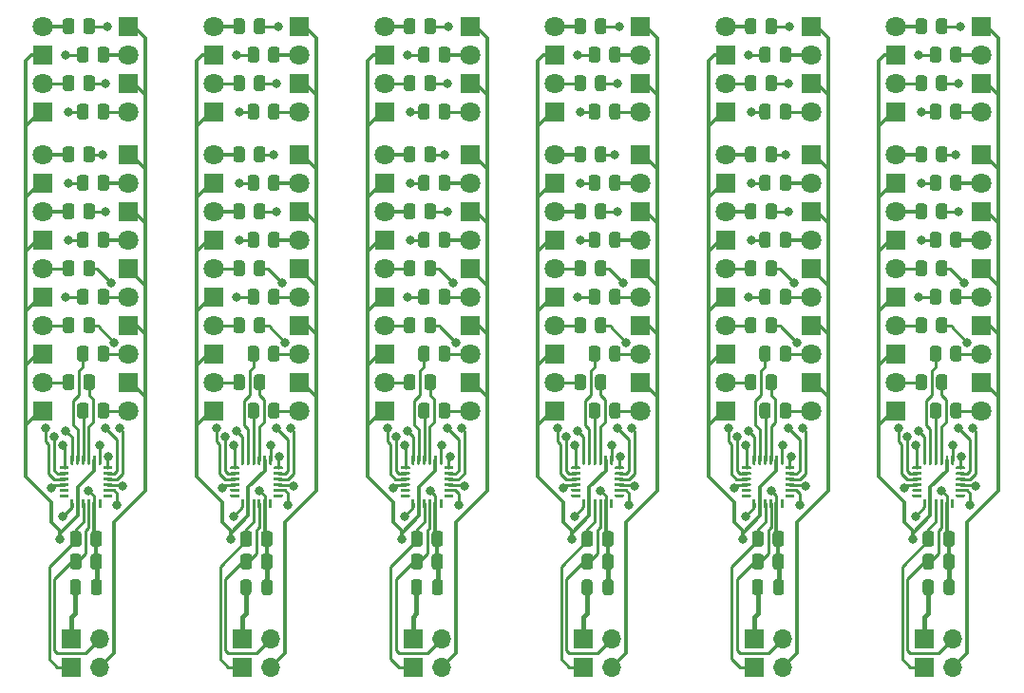
<source format=gbl>
%MOIN*%
%OFA0B0*%
%FSLAX46Y46*%
%IPPOS*%
%LPD*%
%ADD10R,0.066929133858267723X0.066929133858267723*%
%ADD11O,0.066929133858267723X0.066929133858267723*%
%ADD12C,0.070866141732283464*%
%ADD13R,0.070866141732283464X0.070866141732283464*%
%ADD14C,0.031496062992125991*%
%ADD15C,0.01*%
%ADD16C,0.012000000000000002*%
%ADD17C,0.016*%
%ADD28R,0.066929133858267723X0.066929133858267723*%
%ADD29O,0.066929133858267723X0.066929133858267723*%
%ADD30C,0.070866141732283464*%
%ADD31R,0.070866141732283464X0.070866141732283464*%
%ADD32C,0.031496062992125991*%
%ADD33C,0.01*%
%ADD34C,0.012000000000000002*%
%ADD35C,0.016*%
%ADD36R,0.066929133858267723X0.066929133858267723*%
%ADD37O,0.066929133858267723X0.066929133858267723*%
%ADD38C,0.070866141732283464*%
%ADD39R,0.070866141732283464X0.070866141732283464*%
%ADD40C,0.031496062992125991*%
%ADD41C,0.01*%
%ADD42C,0.012000000000000002*%
%ADD43C,0.016*%
%ADD44R,0.066929133858267723X0.066929133858267723*%
%ADD45O,0.066929133858267723X0.066929133858267723*%
%ADD46C,0.070866141732283464*%
%ADD47R,0.070866141732283464X0.070866141732283464*%
%ADD48C,0.031496062992125991*%
%ADD49C,0.01*%
%ADD50C,0.012000000000000002*%
%ADD51C,0.016*%
%ADD52R,0.066929133858267723X0.066929133858267723*%
%ADD53O,0.066929133858267723X0.066929133858267723*%
%ADD54C,0.070866141732283464*%
%ADD55R,0.070866141732283464X0.070866141732283464*%
%ADD56C,0.031496062992125991*%
%ADD57C,0.01*%
%ADD58C,0.012000000000000002*%
%ADD59C,0.016*%
%ADD60R,0.066929133858267723X0.066929133858267723*%
%ADD61O,0.066929133858267723X0.066929133858267723*%
%ADD62C,0.070866141732283464*%
%ADD63R,0.070866141732283464X0.070866141732283464*%
%ADD64C,0.031496062992125991*%
%ADD65C,0.01*%
%ADD66C,0.012000000000000002*%
%ADD67C,0.016*%
G01*
G36*
G01*
X0000342519Y0000751673D02*
X0000342519Y0000746751D01*
G75*
G02*
X0000340059Y0000744291I-0000002460D01*
G01*
X0000312500Y0000744291D01*
G75*
G02*
X0000310039Y0000746751J0000002460D01*
G01*
X0000310039Y0000751673D01*
G75*
G02*
X0000312500Y0000754133I0000002460D01*
G01*
X0000340059Y0000754133D01*
G75*
G02*
X0000342519Y0000751673J-0000002460D01*
G01*
G37*
G36*
G01*
X0000342519Y0000731988D02*
X0000342519Y0000727066D01*
G75*
G02*
X0000340059Y0000724606I-0000002460D01*
G01*
X0000312500Y0000724606D01*
G75*
G02*
X0000310039Y0000727066J0000002460D01*
G01*
X0000310039Y0000731988D01*
G75*
G02*
X0000312500Y0000734448I0000002460D01*
G01*
X0000340059Y0000734448D01*
G75*
G02*
X0000342519Y0000731988J-0000002460D01*
G01*
G37*
G36*
G01*
X0000342519Y0000712303D02*
X0000342519Y0000707381D01*
G75*
G02*
X0000340059Y0000704921I-0000002460D01*
G01*
X0000312500Y0000704921D01*
G75*
G02*
X0000310039Y0000707381J0000002460D01*
G01*
X0000310039Y0000712303D01*
G75*
G02*
X0000312500Y0000714763I0000002460D01*
G01*
X0000340059Y0000714763D01*
G75*
G02*
X0000342519Y0000712303J-0000002460D01*
G01*
G37*
G36*
G01*
X0000342519Y0000692618D02*
X0000342519Y0000687696D01*
G75*
G02*
X0000340059Y0000685236I-0000002460D01*
G01*
X0000312500Y0000685236D01*
G75*
G02*
X0000310039Y0000687696J0000002460D01*
G01*
X0000310039Y0000692618D01*
G75*
G02*
X0000312500Y0000695078I0000002460D01*
G01*
X0000340059Y0000695078D01*
G75*
G02*
X0000342519Y0000692618J-0000002460D01*
G01*
G37*
G36*
G01*
X0000342519Y0000672933D02*
X0000342519Y0000668011D01*
G75*
G02*
X0000340059Y0000665551I-0000002460D01*
G01*
X0000312500Y0000665551D01*
G75*
G02*
X0000310039Y0000668011J0000002460D01*
G01*
X0000310039Y0000672933D01*
G75*
G02*
X0000312500Y0000675393I0000002460D01*
G01*
X0000340059Y0000675393D01*
G75*
G02*
X0000342519Y0000672933J-0000002460D01*
G01*
G37*
G36*
G01*
X0000342519Y0000653248D02*
X0000342519Y0000648326D01*
G75*
G02*
X0000340059Y0000645866I-0000002460D01*
G01*
X0000312500Y0000645866D01*
G75*
G02*
X0000310039Y0000648326J0000002460D01*
G01*
X0000310039Y0000653248D01*
G75*
G02*
X0000312500Y0000655708I0000002460D01*
G01*
X0000340059Y0000655708D01*
G75*
G02*
X0000342519Y0000653248J-0000002460D01*
G01*
G37*
G36*
G01*
X0000304133Y0000637500D02*
X0000304133Y0000609940D01*
G75*
G02*
X0000301673Y0000607480I-0000002460D01*
G01*
X0000296751Y0000607480D01*
G75*
G02*
X0000294291Y0000609940J0000002460D01*
G01*
X0000294291Y0000637500D01*
G75*
G02*
X0000296751Y0000639960I0000002460D01*
G01*
X0000301673Y0000639960D01*
G75*
G02*
X0000304133Y0000637500J-0000002460D01*
G01*
G37*
G36*
G01*
X0000284448Y0000637500D02*
X0000284448Y0000609940D01*
G75*
G02*
X0000281988Y0000607480I-0000002460D01*
G01*
X0000277066Y0000607480D01*
G75*
G02*
X0000274606Y0000609940J0000002460D01*
G01*
X0000274606Y0000637500D01*
G75*
G02*
X0000277066Y0000639960I0000002460D01*
G01*
X0000281988Y0000639960D01*
G75*
G02*
X0000284448Y0000637500J-0000002460D01*
G01*
G37*
G36*
G01*
X0000264763Y0000637500D02*
X0000264763Y0000609940D01*
G75*
G02*
X0000262303Y0000607480I-0000002460D01*
G01*
X0000257381Y0000607480D01*
G75*
G02*
X0000254921Y0000609940J0000002460D01*
G01*
X0000254921Y0000637500D01*
G75*
G02*
X0000257381Y0000639960I0000002460D01*
G01*
X0000262303Y0000639960D01*
G75*
G02*
X0000264763Y0000637500J-0000002460D01*
G01*
G37*
G36*
G01*
X0000245078Y0000637500D02*
X0000245078Y0000609940D01*
G75*
G02*
X0000242618Y0000607480I-0000002460D01*
G01*
X0000237696Y0000607480D01*
G75*
G02*
X0000235236Y0000609940J0000002460D01*
G01*
X0000235236Y0000637500D01*
G75*
G02*
X0000237696Y0000639960I0000002460D01*
G01*
X0000242618Y0000639960D01*
G75*
G02*
X0000245078Y0000637500J-0000002460D01*
G01*
G37*
G36*
G01*
X0000225393Y0000637500D02*
X0000225393Y0000609940D01*
G75*
G02*
X0000222933Y0000607480I-0000002460D01*
G01*
X0000218011Y0000607480D01*
G75*
G02*
X0000215551Y0000609940J0000002460D01*
G01*
X0000215551Y0000637500D01*
G75*
G02*
X0000218011Y0000639960I0000002460D01*
G01*
X0000222933Y0000639960D01*
G75*
G02*
X0000225393Y0000637500J-0000002460D01*
G01*
G37*
G36*
G01*
X0000205708Y0000637500D02*
X0000205708Y0000609940D01*
G75*
G02*
X0000203247Y0000607480I-0000002460D01*
G01*
X0000198326Y0000607480D01*
G75*
G02*
X0000195866Y0000609940J0000002460D01*
G01*
X0000195866Y0000637500D01*
G75*
G02*
X0000198326Y0000639960I0000002460D01*
G01*
X0000203247Y0000639960D01*
G75*
G02*
X0000205708Y0000637500J-0000002460D01*
G01*
G37*
G36*
G01*
X0000189960Y0000653248D02*
X0000189960Y0000648326D01*
G75*
G02*
X0000187500Y0000645866I-0000002460D01*
G01*
X0000159940Y0000645866D01*
G75*
G02*
X0000157480Y0000648326J0000002460D01*
G01*
X0000157480Y0000653248D01*
G75*
G02*
X0000159940Y0000655708I0000002460D01*
G01*
X0000187500Y0000655708D01*
G75*
G02*
X0000189960Y0000653248J-0000002460D01*
G01*
G37*
G36*
G01*
X0000189960Y0000672933D02*
X0000189960Y0000668011D01*
G75*
G02*
X0000187500Y0000665551I-0000002460D01*
G01*
X0000159940Y0000665551D01*
G75*
G02*
X0000157480Y0000668011J0000002460D01*
G01*
X0000157480Y0000672933D01*
G75*
G02*
X0000159940Y0000675393I0000002460D01*
G01*
X0000187500Y0000675393D01*
G75*
G02*
X0000189960Y0000672933J-0000002460D01*
G01*
G37*
G36*
G01*
X0000189960Y0000692618D02*
X0000189960Y0000687696D01*
G75*
G02*
X0000187500Y0000685236I-0000002460D01*
G01*
X0000159940Y0000685236D01*
G75*
G02*
X0000157480Y0000687696J0000002460D01*
G01*
X0000157480Y0000692618D01*
G75*
G02*
X0000159940Y0000695078I0000002460D01*
G01*
X0000187500Y0000695078D01*
G75*
G02*
X0000189960Y0000692618J-0000002460D01*
G01*
G37*
G36*
G01*
X0000189960Y0000712303D02*
X0000189960Y0000707381D01*
G75*
G02*
X0000187500Y0000704921I-0000002460D01*
G01*
X0000159940Y0000704921D01*
G75*
G02*
X0000157480Y0000707381J0000002460D01*
G01*
X0000157480Y0000712303D01*
G75*
G02*
X0000159940Y0000714763I0000002460D01*
G01*
X0000187500Y0000714763D01*
G75*
G02*
X0000189960Y0000712303J-0000002460D01*
G01*
G37*
G36*
G01*
X0000189960Y0000731988D02*
X0000189960Y0000727066D01*
G75*
G02*
X0000187500Y0000724606I-0000002460D01*
G01*
X0000159940Y0000724606D01*
G75*
G02*
X0000157480Y0000727066J0000002460D01*
G01*
X0000157480Y0000731988D01*
G75*
G02*
X0000159940Y0000734448I0000002460D01*
G01*
X0000187500Y0000734448D01*
G75*
G02*
X0000189960Y0000731988J-0000002460D01*
G01*
G37*
G36*
G01*
X0000189960Y0000751673D02*
X0000189960Y0000746751D01*
G75*
G02*
X0000187500Y0000744291I-0000002460D01*
G01*
X0000159940Y0000744291D01*
G75*
G02*
X0000157480Y0000746751J0000002460D01*
G01*
X0000157480Y0000751673D01*
G75*
G02*
X0000159940Y0000754133I0000002460D01*
G01*
X0000187500Y0000754133D01*
G75*
G02*
X0000189960Y0000751673J-0000002460D01*
G01*
G37*
G36*
G01*
X0000205708Y0000790059D02*
X0000205708Y0000762500D01*
G75*
G02*
X0000203247Y0000760039I-0000002460D01*
G01*
X0000198326Y0000760039D01*
G75*
G02*
X0000195866Y0000762500J0000002460D01*
G01*
X0000195866Y0000790059D01*
G75*
G02*
X0000198326Y0000792519I0000002460D01*
G01*
X0000203247Y0000792519D01*
G75*
G02*
X0000205708Y0000790059J-0000002460D01*
G01*
G37*
G36*
G01*
X0000225393Y0000790059D02*
X0000225393Y0000762500D01*
G75*
G02*
X0000222933Y0000760039I-0000002460D01*
G01*
X0000218011Y0000760039D01*
G75*
G02*
X0000215551Y0000762500J0000002460D01*
G01*
X0000215551Y0000790059D01*
G75*
G02*
X0000218011Y0000792519I0000002460D01*
G01*
X0000222933Y0000792519D01*
G75*
G02*
X0000225393Y0000790059J-0000002460D01*
G01*
G37*
G36*
G01*
X0000245078Y0000790059D02*
X0000245078Y0000762500D01*
G75*
G02*
X0000242618Y0000760039I-0000002460D01*
G01*
X0000237696Y0000760039D01*
G75*
G02*
X0000235236Y0000762500J0000002460D01*
G01*
X0000235236Y0000790059D01*
G75*
G02*
X0000237696Y0000792519I0000002460D01*
G01*
X0000242618Y0000792519D01*
G75*
G02*
X0000245078Y0000790059J-0000002460D01*
G01*
G37*
G36*
G01*
X0000264763Y0000790059D02*
X0000264763Y0000762500D01*
G75*
G02*
X0000262303Y0000760039I-0000002460D01*
G01*
X0000257381Y0000760039D01*
G75*
G02*
X0000254921Y0000762500J0000002460D01*
G01*
X0000254921Y0000790059D01*
G75*
G02*
X0000257381Y0000792519I0000002460D01*
G01*
X0000262303Y0000792519D01*
G75*
G02*
X0000264763Y0000790059J-0000002460D01*
G01*
G37*
G36*
G01*
X0000284448Y0000790059D02*
X0000284448Y0000762500D01*
G75*
G02*
X0000281988Y0000760039I-0000002460D01*
G01*
X0000277066Y0000760039D01*
G75*
G02*
X0000274606Y0000762500J0000002460D01*
G01*
X0000274606Y0000790059D01*
G75*
G02*
X0000277066Y0000792519I0000002460D01*
G01*
X0000281988Y0000792519D01*
G75*
G02*
X0000284448Y0000790059J-0000002460D01*
G01*
G37*
G36*
G01*
X0000304133Y0000790059D02*
X0000304133Y0000762500D01*
G75*
G02*
X0000301673Y0000760039I-0000002460D01*
G01*
X0000296751Y0000760039D01*
G75*
G02*
X0000294291Y0000762500J0000002460D01*
G01*
X0000294291Y0000790059D01*
G75*
G02*
X0000296751Y0000792519I0000002460D01*
G01*
X0000301673Y0000792519D01*
G75*
G02*
X0000304133Y0000790059J-0000002460D01*
G01*
G37*
G36*
G01*
X0000290748Y0000932283D02*
X0000290748Y0000967716D01*
G75*
G02*
X0000300590Y0000977559I0000009842D01*
G01*
X0000321259Y0000977559D01*
G75*
G02*
X0000331102Y0000967716J-0000009842D01*
G01*
X0000331102Y0000932283D01*
G75*
G02*
X0000321259Y0000922440I-0000009842D01*
G01*
X0000300590Y0000922440D01*
G75*
G02*
X0000290748Y0000932283J0000009842D01*
G01*
G37*
G36*
G01*
X0000218897Y0000932283D02*
X0000218897Y0000967716D01*
G75*
G02*
X0000228740Y0000977559I0000009842D01*
G01*
X0000249409Y0000977559D01*
G75*
G02*
X0000259251Y0000967716J-0000009842D01*
G01*
X0000259251Y0000932283D01*
G75*
G02*
X0000249409Y0000922440I-0000009842D01*
G01*
X0000228740Y0000922440D01*
G75*
G02*
X0000218897Y0000932283J0000009842D01*
G01*
G37*
G36*
G01*
X0000209251Y0001067716D02*
X0000209251Y0001032283D01*
G75*
G02*
X0000199409Y0001022440I-0000009842D01*
G01*
X0000178740Y0001022440D01*
G75*
G02*
X0000168897Y0001032283J0000009842D01*
G01*
X0000168897Y0001067716D01*
G75*
G02*
X0000178740Y0001077559I0000009842D01*
G01*
X0000199409Y0001077559D01*
G75*
G02*
X0000209251Y0001067716J-0000009842D01*
G01*
G37*
G36*
G01*
X0000281102Y0001067716D02*
X0000281102Y0001032283D01*
G75*
G02*
X0000271259Y0001022440I-0000009842D01*
G01*
X0000250590Y0001022440D01*
G75*
G02*
X0000240748Y0001032283J0000009842D01*
G01*
X0000240748Y0001067716D01*
G75*
G02*
X0000250590Y0001077559I0000009842D01*
G01*
X0000271259Y0001077559D01*
G75*
G02*
X0000281102Y0001067716J-0000009842D01*
G01*
G37*
G36*
G01*
X0000290748Y0001132283D02*
X0000290748Y0001167716D01*
G75*
G02*
X0000300590Y0001177559I0000009842D01*
G01*
X0000321259Y0001177559D01*
G75*
G02*
X0000331102Y0001167716J-0000009842D01*
G01*
X0000331102Y0001132283D01*
G75*
G02*
X0000321259Y0001122440I-0000009842D01*
G01*
X0000300590Y0001122440D01*
G75*
G02*
X0000290748Y0001132283J0000009842D01*
G01*
G37*
G36*
G01*
X0000218897Y0001132283D02*
X0000218897Y0001167716D01*
G75*
G02*
X0000228740Y0001177559I0000009842D01*
G01*
X0000249409Y0001177559D01*
G75*
G02*
X0000259251Y0001167716J-0000009842D01*
G01*
X0000259251Y0001132283D01*
G75*
G02*
X0000249409Y0001122440I-0000009842D01*
G01*
X0000228740Y0001122440D01*
G75*
G02*
X0000218897Y0001132283J0000009842D01*
G01*
G37*
G36*
G01*
X0000209251Y0001267716D02*
X0000209251Y0001232283D01*
G75*
G02*
X0000199409Y0001222440I-0000009842D01*
G01*
X0000178740Y0001222440D01*
G75*
G02*
X0000168897Y0001232283J0000009842D01*
G01*
X0000168897Y0001267716D01*
G75*
G02*
X0000178740Y0001277559I0000009842D01*
G01*
X0000199409Y0001277559D01*
G75*
G02*
X0000209251Y0001267716J-0000009842D01*
G01*
G37*
G36*
G01*
X0000281102Y0001267716D02*
X0000281102Y0001232283D01*
G75*
G02*
X0000271259Y0001222440I-0000009842D01*
G01*
X0000250590Y0001222440D01*
G75*
G02*
X0000240748Y0001232283J0000009842D01*
G01*
X0000240748Y0001267716D01*
G75*
G02*
X0000250590Y0001277559I0000009842D01*
G01*
X0000271259Y0001277559D01*
G75*
G02*
X0000281102Y0001267716J-0000009842D01*
G01*
G37*
G36*
G01*
X0000290748Y0001332283D02*
X0000290748Y0001367716D01*
G75*
G02*
X0000300590Y0001377559I0000009842D01*
G01*
X0000321259Y0001377559D01*
G75*
G02*
X0000331102Y0001367716J-0000009842D01*
G01*
X0000331102Y0001332283D01*
G75*
G02*
X0000321259Y0001322440I-0000009842D01*
G01*
X0000300590Y0001322440D01*
G75*
G02*
X0000290748Y0001332283J0000009842D01*
G01*
G37*
G36*
G01*
X0000218897Y0001332283D02*
X0000218897Y0001367716D01*
G75*
G02*
X0000228740Y0001377559I0000009842D01*
G01*
X0000249409Y0001377559D01*
G75*
G02*
X0000259251Y0001367716J-0000009842D01*
G01*
X0000259251Y0001332283D01*
G75*
G02*
X0000249409Y0001322440I-0000009842D01*
G01*
X0000228740Y0001322440D01*
G75*
G02*
X0000218897Y0001332283J0000009842D01*
G01*
G37*
G36*
G01*
X0000209251Y0001467716D02*
X0000209251Y0001432283D01*
G75*
G02*
X0000199409Y0001422440I-0000009842D01*
G01*
X0000178740Y0001422440D01*
G75*
G02*
X0000168897Y0001432283J0000009842D01*
G01*
X0000168897Y0001467716D01*
G75*
G02*
X0000178740Y0001477559I0000009842D01*
G01*
X0000199409Y0001477559D01*
G75*
G02*
X0000209251Y0001467716J-0000009842D01*
G01*
G37*
G36*
G01*
X0000281102Y0001467716D02*
X0000281102Y0001432283D01*
G75*
G02*
X0000271259Y0001422440I-0000009842D01*
G01*
X0000250590Y0001422440D01*
G75*
G02*
X0000240748Y0001432283J0000009842D01*
G01*
X0000240748Y0001467716D01*
G75*
G02*
X0000250590Y0001477559I0000009842D01*
G01*
X0000271259Y0001477559D01*
G75*
G02*
X0000281102Y0001467716J-0000009842D01*
G01*
G37*
G36*
G01*
X0000290748Y0001532283D02*
X0000290748Y0001567716D01*
G75*
G02*
X0000300590Y0001577559I0000009842D01*
G01*
X0000321259Y0001577559D01*
G75*
G02*
X0000331102Y0001567716J-0000009842D01*
G01*
X0000331102Y0001532283D01*
G75*
G02*
X0000321259Y0001522440I-0000009842D01*
G01*
X0000300590Y0001522440D01*
G75*
G02*
X0000290748Y0001532283J0000009842D01*
G01*
G37*
G36*
G01*
X0000218897Y0001532283D02*
X0000218897Y0001567716D01*
G75*
G02*
X0000228740Y0001577559I0000009842D01*
G01*
X0000249409Y0001577559D01*
G75*
G02*
X0000259251Y0001567716J-0000009842D01*
G01*
X0000259251Y0001532283D01*
G75*
G02*
X0000249409Y0001522440I-0000009842D01*
G01*
X0000228740Y0001522440D01*
G75*
G02*
X0000218897Y0001532283J0000009842D01*
G01*
G37*
G36*
G01*
X0000209251Y0001667716D02*
X0000209251Y0001632283D01*
G75*
G02*
X0000199409Y0001622440I-0000009842D01*
G01*
X0000178740Y0001622440D01*
G75*
G02*
X0000168897Y0001632283J0000009842D01*
G01*
X0000168897Y0001667716D01*
G75*
G02*
X0000178740Y0001677559I0000009842D01*
G01*
X0000199409Y0001677559D01*
G75*
G02*
X0000209251Y0001667716J-0000009842D01*
G01*
G37*
G36*
G01*
X0000281102Y0001667716D02*
X0000281102Y0001632283D01*
G75*
G02*
X0000271259Y0001622440I-0000009842D01*
G01*
X0000250590Y0001622440D01*
G75*
G02*
X0000240748Y0001632283J0000009842D01*
G01*
X0000240748Y0001667716D01*
G75*
G02*
X0000250590Y0001677559I0000009842D01*
G01*
X0000271259Y0001677559D01*
G75*
G02*
X0000281102Y0001667716J-0000009842D01*
G01*
G37*
G36*
G01*
X0000290748Y0001732283D02*
X0000290748Y0001767716D01*
G75*
G02*
X0000300590Y0001777559I0000009842D01*
G01*
X0000321259Y0001777559D01*
G75*
G02*
X0000331102Y0001767716J-0000009842D01*
G01*
X0000331102Y0001732283D01*
G75*
G02*
X0000321259Y0001722440I-0000009842D01*
G01*
X0000300590Y0001722440D01*
G75*
G02*
X0000290748Y0001732283J0000009842D01*
G01*
G37*
G36*
G01*
X0000218897Y0001732283D02*
X0000218897Y0001767716D01*
G75*
G02*
X0000228740Y0001777559I0000009842D01*
G01*
X0000249409Y0001777559D01*
G75*
G02*
X0000259251Y0001767716J-0000009842D01*
G01*
X0000259251Y0001732283D01*
G75*
G02*
X0000249409Y0001722440I-0000009842D01*
G01*
X0000228740Y0001722440D01*
G75*
G02*
X0000218897Y0001732283J0000009842D01*
G01*
G37*
G36*
G01*
X0000209251Y0001867716D02*
X0000209251Y0001832283D01*
G75*
G02*
X0000199409Y0001822440I-0000009842D01*
G01*
X0000178740Y0001822440D01*
G75*
G02*
X0000168897Y0001832283J0000009842D01*
G01*
X0000168897Y0001867716D01*
G75*
G02*
X0000178740Y0001877559I0000009842D01*
G01*
X0000199409Y0001877559D01*
G75*
G02*
X0000209251Y0001867716J-0000009842D01*
G01*
G37*
G36*
G01*
X0000281102Y0001867716D02*
X0000281102Y0001832283D01*
G75*
G02*
X0000271259Y0001822440I-0000009842D01*
G01*
X0000250590Y0001822440D01*
G75*
G02*
X0000240748Y0001832283J0000009842D01*
G01*
X0000240748Y0001867716D01*
G75*
G02*
X0000250590Y0001877559I0000009842D01*
G01*
X0000271259Y0001877559D01*
G75*
G02*
X0000281102Y0001867716J-0000009842D01*
G01*
G37*
G36*
G01*
X0000234251Y0000437716D02*
X0000234251Y0000402283D01*
G75*
G02*
X0000224409Y0000392440I-0000009842D01*
G01*
X0000203740Y0000392440D01*
G75*
G02*
X0000193897Y0000402283J0000009842D01*
G01*
X0000193897Y0000437716D01*
G75*
G02*
X0000203740Y0000447559I0000009842D01*
G01*
X0000224409Y0000447559D01*
G75*
G02*
X0000234251Y0000437716J-0000009842D01*
G01*
G37*
G36*
G01*
X0000306102Y0000437716D02*
X0000306102Y0000402283D01*
G75*
G02*
X0000296259Y0000392440I-0000009842D01*
G01*
X0000275590Y0000392440D01*
G75*
G02*
X0000265748Y0000402283J0000009842D01*
G01*
X0000265748Y0000437716D01*
G75*
G02*
X0000275590Y0000447559I0000009842D01*
G01*
X0000296259Y0000447559D01*
G75*
G02*
X0000306102Y0000437716J-0000009842D01*
G01*
G37*
G36*
G01*
X0000234251Y0000517716D02*
X0000234251Y0000482283D01*
G75*
G02*
X0000224409Y0000472440I-0000009842D01*
G01*
X0000203740Y0000472440D01*
G75*
G02*
X0000193897Y0000482283J0000009842D01*
G01*
X0000193897Y0000517716D01*
G75*
G02*
X0000203740Y0000527559I0000009842D01*
G01*
X0000224409Y0000527559D01*
G75*
G02*
X0000234251Y0000517716J-0000009842D01*
G01*
G37*
G36*
G01*
X0000306102Y0000517716D02*
X0000306102Y0000482283D01*
G75*
G02*
X0000296259Y0000472440I-0000009842D01*
G01*
X0000275590Y0000472440D01*
G75*
G02*
X0000265748Y0000482283J0000009842D01*
G01*
X0000265748Y0000517716D01*
G75*
G02*
X0000275590Y0000527559I0000009842D01*
G01*
X0000296259Y0000527559D01*
G75*
G02*
X0000306102Y0000517716J-0000009842D01*
G01*
G37*
G36*
G01*
X0000209251Y0002317716D02*
X0000209251Y0002282283D01*
G75*
G02*
X0000199409Y0002272440I-0000009842D01*
G01*
X0000178740Y0002272440D01*
G75*
G02*
X0000168897Y0002282283J0000009842D01*
G01*
X0000168897Y0002317716D01*
G75*
G02*
X0000178740Y0002327559I0000009842D01*
G01*
X0000199409Y0002327559D01*
G75*
G02*
X0000209251Y0002317716J-0000009842D01*
G01*
G37*
G36*
G01*
X0000281102Y0002317716D02*
X0000281102Y0002282283D01*
G75*
G02*
X0000271259Y0002272440I-0000009842D01*
G01*
X0000250590Y0002272440D01*
G75*
G02*
X0000240748Y0002282283J0000009842D01*
G01*
X0000240748Y0002317716D01*
G75*
G02*
X0000250590Y0002327559I0000009842D01*
G01*
X0000271259Y0002327559D01*
G75*
G02*
X0000281102Y0002317716J-0000009842D01*
G01*
G37*
G36*
G01*
X0000290748Y0002182283D02*
X0000290748Y0002217716D01*
G75*
G02*
X0000300590Y0002227559I0000009842D01*
G01*
X0000321259Y0002227559D01*
G75*
G02*
X0000331102Y0002217716J-0000009842D01*
G01*
X0000331102Y0002182283D01*
G75*
G02*
X0000321259Y0002172440I-0000009842D01*
G01*
X0000300590Y0002172440D01*
G75*
G02*
X0000290748Y0002182283J0000009842D01*
G01*
G37*
G36*
G01*
X0000218897Y0002182283D02*
X0000218897Y0002217716D01*
G75*
G02*
X0000228740Y0002227559I0000009842D01*
G01*
X0000249409Y0002227559D01*
G75*
G02*
X0000259251Y0002217716J-0000009842D01*
G01*
X0000259251Y0002182283D01*
G75*
G02*
X0000249409Y0002172440I-0000009842D01*
G01*
X0000228740Y0002172440D01*
G75*
G02*
X0000218897Y0002182283J0000009842D01*
G01*
G37*
G36*
G01*
X0000281102Y0002117716D02*
X0000281102Y0002082283D01*
G75*
G02*
X0000271259Y0002072440I-0000009842D01*
G01*
X0000250590Y0002072440D01*
G75*
G02*
X0000240748Y0002082283J0000009842D01*
G01*
X0000240748Y0002117716D01*
G75*
G02*
X0000250590Y0002127559I0000009842D01*
G01*
X0000271259Y0002127559D01*
G75*
G02*
X0000281102Y0002117716J-0000009842D01*
G01*
G37*
G36*
G01*
X0000209251Y0002117716D02*
X0000209251Y0002082283D01*
G75*
G02*
X0000199409Y0002072440I-0000009842D01*
G01*
X0000178740Y0002072440D01*
G75*
G02*
X0000168897Y0002082283J0000009842D01*
G01*
X0000168897Y0002117716D01*
G75*
G02*
X0000178740Y0002127559I0000009842D01*
G01*
X0000199409Y0002127559D01*
G75*
G02*
X0000209251Y0002117716J-0000009842D01*
G01*
G37*
G36*
G01*
X0000218897Y0001982283D02*
X0000218897Y0002017716D01*
G75*
G02*
X0000228740Y0002027559I0000009842D01*
G01*
X0000249409Y0002027559D01*
G75*
G02*
X0000259251Y0002017716J-0000009842D01*
G01*
X0000259251Y0001982283D01*
G75*
G02*
X0000249409Y0001972440I-0000009842D01*
G01*
X0000228740Y0001972440D01*
G75*
G02*
X0000218897Y0001982283J0000009842D01*
G01*
G37*
G36*
G01*
X0000290748Y0001982283D02*
X0000290748Y0002017716D01*
G75*
G02*
X0000300590Y0002027559I0000009842D01*
G01*
X0000321259Y0002027559D01*
G75*
G02*
X0000331102Y0002017716J-0000009842D01*
G01*
X0000331102Y0001982283D01*
G75*
G02*
X0000321259Y0001972440I-0000009842D01*
G01*
X0000300590Y0001972440D01*
G75*
G02*
X0000290748Y0001982283J0000009842D01*
G01*
G37*
D10*
X0000200000Y0000150000D03*
D11*
X0000300000Y0000150000D03*
X0000300000Y0000050000D03*
D10*
X0000200000Y0000050000D03*
D12*
X0000099999Y0002300000D03*
D13*
X0000099999Y0002200000D03*
X0000399999Y0002300000D03*
D12*
X0000399999Y0002200000D03*
X0000099999Y0002100000D03*
D13*
X0000099999Y0002000000D03*
D12*
X0000399999Y0002000000D03*
D13*
X0000399999Y0002100000D03*
X0000099999Y0001750000D03*
D12*
X0000099999Y0001850000D03*
D13*
X0000399999Y0001850000D03*
D12*
X0000399999Y0001750000D03*
X0000099999Y0001650000D03*
D13*
X0000099999Y0001550000D03*
X0000399999Y0001650000D03*
D12*
X0000399999Y0001550000D03*
X0000099999Y0001450000D03*
D13*
X0000099999Y0001350000D03*
X0000399999Y0001450000D03*
D12*
X0000399999Y0001350000D03*
D13*
X0000099999Y0001150000D03*
D12*
X0000099999Y0001250000D03*
X0000399999Y0001150000D03*
D13*
X0000399999Y0001250000D03*
D12*
X0000099999Y0001050000D03*
D13*
X0000099999Y0000950000D03*
X0000399999Y0001050000D03*
D12*
X0000399999Y0000950000D03*
G36*
G01*
X0000306102Y0000347962D02*
X0000306102Y0000312037D01*
G75*
G02*
X0000296505Y0000302440I-0000009596D01*
G01*
X0000277312Y0000302440D01*
G75*
G02*
X0000267716Y0000312037J0000009596D01*
G01*
X0000267716Y0000347962D01*
G75*
G02*
X0000277312Y0000357559I0000009596D01*
G01*
X0000296505Y0000357559D01*
G75*
G02*
X0000306102Y0000347962J-0000009596D01*
G01*
G37*
G36*
G01*
X0000232283Y0000347962D02*
X0000232283Y0000312037D01*
G75*
G02*
X0000222687Y0000302440I-0000009596D01*
G01*
X0000203494Y0000302440D01*
G75*
G02*
X0000193897Y0000312037J0000009596D01*
G01*
X0000193897Y0000347962D01*
G75*
G02*
X0000203494Y0000357559I0000009596D01*
G01*
X0000222687Y0000357559D01*
G75*
G02*
X0000232283Y0000347962J-0000009596D01*
G01*
G37*
D14*
X0000159999Y0000500000D03*
X0000309999Y0001850000D03*
X0000300000Y0000830000D03*
X0000320000Y0002100000D03*
X0000330000Y0000790000D03*
X0000320000Y0001650000D03*
X0000320000Y0000890000D03*
X0000369999Y0000890000D03*
X0000350000Y0001190000D03*
X0000339999Y0001400000D03*
X0000380000Y0000685000D03*
X0000324999Y0002300000D03*
X0000360000Y0000620000D03*
X0000129999Y0000679999D03*
X0000180000Y0002200000D03*
X0000189999Y0002000000D03*
X0000110000Y0000890000D03*
X0000140000Y0000860000D03*
X0000189999Y0001750000D03*
X0000189999Y0001550000D03*
X0000169999Y0000830000D03*
X0000180000Y0001350000D03*
X0000180000Y0000880000D03*
X0000260000Y0000670000D03*
X0000169999Y0000580000D03*
D15*
X0000214074Y0000420000D02*
X0000214074Y0000424074D01*
X0000259842Y0000539842D02*
X0000258031Y0000538031D01*
X0000249999Y0000530000D02*
X0000258031Y0000538031D01*
X0000249999Y0000450000D02*
X0000249999Y0000530000D01*
X0000259842Y0000539842D02*
X0000259842Y0000623720D01*
X0000300000Y0000150000D02*
X0000249999Y0000100000D01*
X0000140000Y0000360000D02*
X0000140000Y0000180000D01*
X0000200000Y0000420000D02*
X0000140000Y0000360000D01*
X0000200000Y0000420000D02*
X0000214074Y0000420000D01*
X0000249999Y0000100000D02*
X0000169999Y0000100000D01*
X0000169999Y0000100000D02*
X0000150000Y0000100000D01*
X0000150000Y0000100000D02*
X0000140000Y0000110000D01*
X0000140000Y0000110000D02*
X0000140000Y0000180000D01*
X0000214074Y0000420000D02*
X0000219999Y0000420000D01*
X0000219999Y0000420000D02*
X0000249999Y0000450000D01*
D16*
X0000159999Y0000520000D02*
X0000159999Y0000500000D01*
X0000220472Y0000580472D02*
X0000159999Y0000520000D01*
X0000220472Y0000580472D02*
X0000220472Y0000623720D01*
X0000040000Y0000720000D02*
X0000099999Y0000660000D01*
X0000129999Y0000630000D02*
X0000099999Y0000660000D01*
X0000129999Y0000560000D02*
X0000129999Y0000630000D01*
X0000159999Y0000530000D02*
X0000129999Y0000560000D01*
X0000159999Y0000500000D02*
X0000159999Y0000530000D01*
X0000040000Y0000720000D02*
X0000040000Y0000900000D01*
X0000040000Y0002180000D02*
X0000040000Y0001950000D01*
X0000040000Y0001950000D02*
X0000040000Y0001700000D01*
X0000040000Y0001700000D02*
X0000040000Y0001510000D01*
X0000040000Y0001510000D02*
X0000040000Y0001300000D01*
X0000040000Y0001300000D02*
X0000040000Y0001110000D01*
X0000040000Y0001110000D02*
X0000040000Y0000900000D01*
X0000060000Y0002200000D02*
X0000040000Y0002180000D01*
X0000060000Y0002200000D02*
X0000099999Y0002200000D01*
X0000099999Y0000950000D02*
X0000090000Y0000950000D01*
X0000090000Y0000950000D02*
X0000040000Y0000900000D01*
X0000099999Y0001150000D02*
X0000080000Y0001150000D01*
X0000080000Y0001150000D02*
X0000040000Y0001110000D01*
X0000099999Y0001350000D02*
X0000090000Y0001350000D01*
X0000090000Y0001350000D02*
X0000040000Y0001300000D01*
X0000099999Y0001550000D02*
X0000080000Y0001550000D01*
X0000080000Y0001550000D02*
X0000040000Y0001510000D01*
X0000099999Y0001750000D02*
X0000090000Y0001750000D01*
X0000090000Y0001750000D02*
X0000040000Y0001700000D01*
X0000099999Y0002000000D02*
X0000090000Y0002000000D01*
X0000090000Y0002000000D02*
X0000040000Y0001950000D01*
X0000399999Y0002300000D02*
X0000420000Y0002300000D01*
X0000350000Y0000100000D02*
X0000300000Y0000050000D01*
X0000350000Y0000560000D02*
X0000350000Y0000100000D01*
X0000459999Y0000670000D02*
X0000350000Y0000560000D01*
X0000459999Y0002260000D02*
X0000459999Y0002060000D01*
X0000459999Y0002060000D02*
X0000459999Y0001800000D01*
X0000459999Y0001800000D02*
X0000459999Y0001610000D01*
X0000459999Y0001610000D02*
X0000459999Y0001400000D01*
X0000459999Y0001400000D02*
X0000459999Y0001220000D01*
X0000459999Y0001220000D02*
X0000459999Y0001000000D01*
X0000459999Y0001000000D02*
X0000459999Y0000670000D01*
X0000420000Y0002300000D02*
X0000459999Y0002260000D01*
X0000399999Y0002100000D02*
X0000420000Y0002100000D01*
X0000420000Y0002100000D02*
X0000459999Y0002060000D01*
X0000399999Y0001850000D02*
X0000410000Y0001850000D01*
X0000410000Y0001850000D02*
X0000459999Y0001800000D01*
X0000399999Y0001650000D02*
X0000420000Y0001650000D01*
X0000420000Y0001650000D02*
X0000459999Y0001610000D01*
X0000399999Y0001450000D02*
X0000459999Y0001390000D01*
X0000459999Y0001390000D02*
X0000459999Y0001400000D01*
X0000399999Y0001250000D02*
X0000429999Y0001250000D01*
X0000429999Y0001250000D02*
X0000459999Y0001220000D01*
X0000399999Y0001050000D02*
X0000410000Y0001050000D01*
X0000410000Y0001050000D02*
X0000459999Y0001000000D01*
X0000279527Y0000776279D02*
X0000279527Y0000739527D01*
X0000220472Y0000680472D02*
X0000220472Y0000623720D01*
X0000279527Y0000739527D02*
X0000220472Y0000680472D01*
D15*
X0000240157Y0000623720D02*
X0000240157Y0000560157D01*
X0000214074Y0000534074D02*
X0000214074Y0000500000D01*
X0000240157Y0000560157D02*
X0000214074Y0000534074D01*
X0000200000Y0000050000D02*
X0000150000Y0000050000D01*
X0000122125Y0000402125D02*
X0000122125Y0000202125D01*
X0000214074Y0000494074D02*
X0000122125Y0000402125D01*
X0000214074Y0000494074D02*
X0000214074Y0000500000D01*
X0000150000Y0000050000D02*
X0000122125Y0000077874D01*
X0000122125Y0000077874D02*
X0000122125Y0000202125D01*
X0000299212Y0000776279D02*
X0000299212Y0000829212D01*
X0000309999Y0001850000D02*
X0000260925Y0001850000D01*
X0000299212Y0000829212D02*
X0000300000Y0000830000D01*
X0000260925Y0002100000D02*
X0000320000Y0002100000D01*
X0000326279Y0000749212D02*
X0000326279Y0000786279D01*
X0000326279Y0000786279D02*
X0000330000Y0000790000D01*
X0000326279Y0000729527D02*
X0000349527Y0000729527D01*
X0000320000Y0001650000D02*
X0000260925Y0001650000D01*
X0000360000Y0000850000D02*
X0000320000Y0000890000D01*
X0000360000Y0000740000D02*
X0000360000Y0000850000D01*
X0000349527Y0000729527D02*
X0000360000Y0000740000D01*
X0000326279Y0000709842D02*
X0000359842Y0000709842D01*
X0000380000Y0000880000D02*
X0000369999Y0000890000D01*
X0000380000Y0000730000D02*
X0000380000Y0000880000D01*
X0000359842Y0000709842D02*
X0000380000Y0000730000D01*
X0000294999Y0001250000D02*
X0000260925Y0001250000D01*
X0000294999Y0001245000D02*
X0000350000Y0001190000D01*
X0000294999Y0001250000D02*
X0000294999Y0001245000D01*
X0000260925Y0001450000D02*
X0000290000Y0001450000D01*
X0000339999Y0001400000D02*
X0000290000Y0001450000D01*
X0000374842Y0000690157D02*
X0000380000Y0000685000D01*
X0000374842Y0000690157D02*
X0000326279Y0000690157D01*
X0000260925Y0002300000D02*
X0000324999Y0002300000D01*
X0000326279Y0000670472D02*
X0000349527Y0000670472D01*
X0000360000Y0000660000D02*
X0000360000Y0000620000D01*
X0000349527Y0000670472D02*
X0000360000Y0000660000D01*
X0000239074Y0002200000D02*
X0000180000Y0002200000D01*
X0000140157Y0000690157D02*
X0000129999Y0000679999D01*
X0000140157Y0000690157D02*
X0000173720Y0000690157D01*
X0000173720Y0000709842D02*
X0000139031Y0000709842D01*
X0000189999Y0002000000D02*
X0000239074Y0002000000D01*
X0000139031Y0000709842D02*
X0000120000Y0000728874D01*
X0000120000Y0000728874D02*
X0000120000Y0000831691D01*
X0000120000Y0000831691D02*
X0000110000Y0000841691D01*
X0000110000Y0000841691D02*
X0000110000Y0000890000D01*
X0000173720Y0000729527D02*
X0000150472Y0000729527D01*
X0000140000Y0000800000D02*
X0000140000Y0000860000D01*
X0000150472Y0000729527D02*
X0000140000Y0000740000D01*
X0000140000Y0000740000D02*
X0000140000Y0000800000D01*
X0000189999Y0001750000D02*
X0000239074Y0001750000D01*
X0000173720Y0000749212D02*
X0000173720Y0000826279D01*
X0000189999Y0001550000D02*
X0000239074Y0001550000D01*
X0000173720Y0000826279D02*
X0000169999Y0000830000D01*
X0000200787Y0000776279D02*
X0000200787Y0000859212D01*
X0000180000Y0001350000D02*
X0000239074Y0001350000D01*
X0000200787Y0000859212D02*
X0000189999Y0000870000D01*
X0000189999Y0000870000D02*
X0000180000Y0000880000D01*
X0000220472Y0000776279D02*
X0000220472Y0000884527D01*
X0000239074Y0001104074D02*
X0000239074Y0001150000D01*
X0000225000Y0001090000D02*
X0000239074Y0001104074D01*
X0000225000Y0001005000D02*
X0000225000Y0001090000D01*
X0000204999Y0000985000D02*
X0000225000Y0001005000D01*
X0000204999Y0000900000D02*
X0000204999Y0000985000D01*
X0000220472Y0000884527D02*
X0000204999Y0000900000D01*
D16*
X0000099999Y0002300000D02*
X0000189074Y0002300000D01*
X0000310925Y0002200000D02*
X0000399999Y0002200000D01*
D15*
X0000189074Y0002100000D02*
X0000099999Y0002100000D01*
X0000310925Y0002000000D02*
X0000399999Y0002000000D01*
D16*
X0000189074Y0001850000D02*
X0000099999Y0001850000D01*
X0000310925Y0001750000D02*
X0000399999Y0001750000D01*
X0000099999Y0001650000D02*
X0000189074Y0001650000D01*
X0000310925Y0001550000D02*
X0000399999Y0001550000D01*
D15*
X0000189074Y0001450000D02*
X0000099999Y0001450000D01*
X0000310925Y0001350000D02*
X0000399999Y0001350000D01*
X0000189074Y0001250000D02*
X0000099999Y0001250000D01*
X0000310925Y0001150000D02*
X0000399999Y0001150000D01*
X0000189074Y0001050000D02*
X0000099999Y0001050000D01*
X0000310925Y0000950000D02*
X0000399999Y0000950000D01*
X0000240157Y0000776279D02*
X0000240157Y0000948917D01*
X0000240157Y0000948917D02*
X0000239074Y0000950000D01*
X0000259842Y0000776279D02*
X0000259842Y0000894842D01*
X0000260925Y0001004074D02*
X0000260925Y0001050000D01*
X0000275000Y0000990000D02*
X0000260925Y0001004074D01*
X0000275000Y0000910000D02*
X0000275000Y0000990000D01*
X0000259842Y0000894842D02*
X0000275000Y0000910000D01*
D16*
X0000279527Y0000623720D02*
X0000279527Y0000506397D01*
X0000279527Y0000506397D02*
X0000285925Y0000500000D01*
X0000285925Y0000420000D02*
X0000285925Y0000500000D01*
D17*
X0000286909Y0000330000D02*
X0000286909Y0000419015D01*
X0000286909Y0000419015D02*
X0000285925Y0000420000D01*
D15*
X0000200787Y0000623720D02*
X0000200787Y0000610787D01*
X0000279527Y0000650472D02*
X0000279527Y0000623720D01*
X0000260000Y0000670000D02*
X0000279527Y0000650472D01*
X0000200787Y0000610787D02*
X0000169999Y0000580000D01*
D17*
X0000200000Y0000150000D02*
X0000200000Y0000225000D01*
X0000213090Y0000238090D02*
X0000213090Y0000330000D01*
X0000200000Y0000225000D02*
X0000213090Y0000238090D01*
G04 next file*
G04 #@! TF.GenerationSoftware,KiCad,Pcbnew,(5.1.10)-1*
G04 #@! TF.CreationDate,2021-10-24T19:42:44-07:00*
G04 #@! TF.ProjectId,project,70726f6a-6563-4742-9e6b-696361645f70,rev?*
G04 #@! TF.SameCoordinates,Original*
G04 #@! TF.FileFunction,Copper,L2,Bot*
G04 #@! TF.FilePolarity,Positive*
G04 Gerber Fmt 4.6, Leading zero omitted, Abs format (unit mm)*
G04 Created by KiCad (PCBNEW (5.1.10)-1) date 2021-10-24 19:42:44*
G01*
G04 APERTURE LIST*
G04 #@! TA.AperFunction,ComponentPad*
G04 #@! TD*
G04 #@! TA.AperFunction,ComponentPad*
G04 #@! TD*
G04 #@! TA.AperFunction,ComponentPad*
G04 #@! TD*
G04 #@! TA.AperFunction,ComponentPad*
G04 #@! TD*
G04 #@! TA.AperFunction,ViaPad*
G04 #@! TD*
G04 #@! TA.AperFunction,Conductor*
G04 #@! TD*
G04 #@! TA.AperFunction,Conductor*
G04 #@! TD*
G04 #@! TA.AperFunction,Conductor*
G04 #@! TD*
G04 APERTURE END LIST*
G04 #@! TA.AperFunction,SMDPad,CuDef*
G36*
G01*
X0000940944Y0000751673D02*
X0000940944Y0000746751D01*
G75*
G02*
X0000938484Y0000744291I-0000002460D01*
G01*
X0000910925Y0000744291D01*
G75*
G02*
X0000908464Y0000746751J0000002460D01*
G01*
X0000908464Y0000751673D01*
G75*
G02*
X0000910925Y0000754133I0000002460D01*
G01*
X0000938484Y0000754133D01*
G75*
G02*
X0000940944Y0000751673J-0000002460D01*
G01*
G37*
G04 #@! TD.AperFunction*
G04 #@! TA.AperFunction,SMDPad,CuDef*
G36*
G01*
X0000940944Y0000731988D02*
X0000940944Y0000727066D01*
G75*
G02*
X0000938484Y0000724606I-0000002460D01*
G01*
X0000910925Y0000724606D01*
G75*
G02*
X0000908464Y0000727066J0000002460D01*
G01*
X0000908464Y0000731988D01*
G75*
G02*
X0000910925Y0000734448I0000002460D01*
G01*
X0000938484Y0000734448D01*
G75*
G02*
X0000940944Y0000731988J-0000002460D01*
G01*
G37*
G04 #@! TD.AperFunction*
G04 #@! TA.AperFunction,SMDPad,CuDef*
G36*
G01*
X0000940944Y0000712303D02*
X0000940944Y0000707381D01*
G75*
G02*
X0000938484Y0000704921I-0000002460D01*
G01*
X0000910925Y0000704921D01*
G75*
G02*
X0000908464Y0000707381J0000002460D01*
G01*
X0000908464Y0000712303D01*
G75*
G02*
X0000910925Y0000714763I0000002460D01*
G01*
X0000938484Y0000714763D01*
G75*
G02*
X0000940944Y0000712303J-0000002460D01*
G01*
G37*
G04 #@! TD.AperFunction*
G04 #@! TA.AperFunction,SMDPad,CuDef*
G36*
G01*
X0000940944Y0000692618D02*
X0000940944Y0000687696D01*
G75*
G02*
X0000938484Y0000685236I-0000002460D01*
G01*
X0000910925Y0000685236D01*
G75*
G02*
X0000908464Y0000687696J0000002460D01*
G01*
X0000908464Y0000692618D01*
G75*
G02*
X0000910925Y0000695078I0000002460D01*
G01*
X0000938484Y0000695078D01*
G75*
G02*
X0000940944Y0000692618J-0000002460D01*
G01*
G37*
G04 #@! TD.AperFunction*
G04 #@! TA.AperFunction,SMDPad,CuDef*
G36*
G01*
X0000940944Y0000672933D02*
X0000940944Y0000668011D01*
G75*
G02*
X0000938484Y0000665551I-0000002460D01*
G01*
X0000910925Y0000665551D01*
G75*
G02*
X0000908464Y0000668011J0000002460D01*
G01*
X0000908464Y0000672933D01*
G75*
G02*
X0000910925Y0000675393I0000002460D01*
G01*
X0000938484Y0000675393D01*
G75*
G02*
X0000940944Y0000672933J-0000002460D01*
G01*
G37*
G04 #@! TD.AperFunction*
G04 #@! TA.AperFunction,SMDPad,CuDef*
G36*
G01*
X0000940944Y0000653248D02*
X0000940944Y0000648326D01*
G75*
G02*
X0000938484Y0000645866I-0000002460D01*
G01*
X0000910925Y0000645866D01*
G75*
G02*
X0000908464Y0000648326J0000002460D01*
G01*
X0000908464Y0000653248D01*
G75*
G02*
X0000910925Y0000655708I0000002460D01*
G01*
X0000938484Y0000655708D01*
G75*
G02*
X0000940944Y0000653248J-0000002460D01*
G01*
G37*
G04 #@! TD.AperFunction*
G04 #@! TA.AperFunction,SMDPad,CuDef*
G36*
G01*
X0000902559Y0000637500D02*
X0000902559Y0000609940D01*
G75*
G02*
X0000900098Y0000607480I-0000002460D01*
G01*
X0000895177Y0000607480D01*
G75*
G02*
X0000892716Y0000609940J0000002460D01*
G01*
X0000892716Y0000637500D01*
G75*
G02*
X0000895177Y0000639960I0000002460D01*
G01*
X0000900098Y0000639960D01*
G75*
G02*
X0000902559Y0000637500J-0000002460D01*
G01*
G37*
G04 #@! TD.AperFunction*
G04 #@! TA.AperFunction,SMDPad,CuDef*
G36*
G01*
X0000882874Y0000637500D02*
X0000882874Y0000609940D01*
G75*
G02*
X0000880413Y0000607480I-0000002460D01*
G01*
X0000875492Y0000607480D01*
G75*
G02*
X0000873031Y0000609940J0000002460D01*
G01*
X0000873031Y0000637500D01*
G75*
G02*
X0000875492Y0000639960I0000002460D01*
G01*
X0000880413Y0000639960D01*
G75*
G02*
X0000882874Y0000637500J-0000002460D01*
G01*
G37*
G04 #@! TD.AperFunction*
G04 #@! TA.AperFunction,SMDPad,CuDef*
G36*
G01*
X0000863188Y0000637500D02*
X0000863188Y0000609940D01*
G75*
G02*
X0000860728Y0000607480I-0000002460D01*
G01*
X0000855807Y0000607480D01*
G75*
G02*
X0000853346Y0000609940J0000002460D01*
G01*
X0000853346Y0000637500D01*
G75*
G02*
X0000855807Y0000639960I0000002460D01*
G01*
X0000860728Y0000639960D01*
G75*
G02*
X0000863188Y0000637500J-0000002460D01*
G01*
G37*
G04 #@! TD.AperFunction*
G04 #@! TA.AperFunction,SMDPad,CuDef*
G36*
G01*
X0000843503Y0000637500D02*
X0000843503Y0000609940D01*
G75*
G02*
X0000841043Y0000607480I-0000002460D01*
G01*
X0000836122Y0000607480D01*
G75*
G02*
X0000833661Y0000609940J0000002460D01*
G01*
X0000833661Y0000637500D01*
G75*
G02*
X0000836122Y0000639960I0000002460D01*
G01*
X0000841043Y0000639960D01*
G75*
G02*
X0000843503Y0000637500J-0000002460D01*
G01*
G37*
G04 #@! TD.AperFunction*
G04 #@! TA.AperFunction,SMDPad,CuDef*
G36*
G01*
X0000823818Y0000637500D02*
X0000823818Y0000609940D01*
G75*
G02*
X0000821358Y0000607480I-0000002460D01*
G01*
X0000816437Y0000607480D01*
G75*
G02*
X0000813976Y0000609940J0000002460D01*
G01*
X0000813976Y0000637500D01*
G75*
G02*
X0000816437Y0000639960I0000002460D01*
G01*
X0000821358Y0000639960D01*
G75*
G02*
X0000823818Y0000637500J-0000002460D01*
G01*
G37*
G04 #@! TD.AperFunction*
G04 #@! TA.AperFunction,SMDPad,CuDef*
G36*
G01*
X0000804133Y0000637500D02*
X0000804133Y0000609940D01*
G75*
G02*
X0000801673Y0000607480I-0000002460D01*
G01*
X0000796751Y0000607480D01*
G75*
G02*
X0000794291Y0000609940J0000002460D01*
G01*
X0000794291Y0000637500D01*
G75*
G02*
X0000796751Y0000639960I0000002460D01*
G01*
X0000801673Y0000639960D01*
G75*
G02*
X0000804133Y0000637500J-0000002460D01*
G01*
G37*
G04 #@! TD.AperFunction*
G04 #@! TA.AperFunction,SMDPad,CuDef*
G36*
G01*
X0000788385Y0000653248D02*
X0000788385Y0000648326D01*
G75*
G02*
X0000785925Y0000645866I-0000002460D01*
G01*
X0000758366Y0000645866D01*
G75*
G02*
X0000755905Y0000648326J0000002460D01*
G01*
X0000755905Y0000653248D01*
G75*
G02*
X0000758366Y0000655708I0000002460D01*
G01*
X0000785925Y0000655708D01*
G75*
G02*
X0000788385Y0000653248J-0000002460D01*
G01*
G37*
G04 #@! TD.AperFunction*
G04 #@! TA.AperFunction,SMDPad,CuDef*
G36*
G01*
X0000788385Y0000672933D02*
X0000788385Y0000668011D01*
G75*
G02*
X0000785925Y0000665551I-0000002460D01*
G01*
X0000758366Y0000665551D01*
G75*
G02*
X0000755905Y0000668011J0000002460D01*
G01*
X0000755905Y0000672933D01*
G75*
G02*
X0000758366Y0000675393I0000002460D01*
G01*
X0000785925Y0000675393D01*
G75*
G02*
X0000788385Y0000672933J-0000002460D01*
G01*
G37*
G04 #@! TD.AperFunction*
G04 #@! TA.AperFunction,SMDPad,CuDef*
G36*
G01*
X0000788385Y0000692618D02*
X0000788385Y0000687696D01*
G75*
G02*
X0000785925Y0000685236I-0000002460D01*
G01*
X0000758366Y0000685236D01*
G75*
G02*
X0000755905Y0000687696J0000002460D01*
G01*
X0000755905Y0000692618D01*
G75*
G02*
X0000758366Y0000695078I0000002460D01*
G01*
X0000785925Y0000695078D01*
G75*
G02*
X0000788385Y0000692618J-0000002460D01*
G01*
G37*
G04 #@! TD.AperFunction*
G04 #@! TA.AperFunction,SMDPad,CuDef*
G36*
G01*
X0000788385Y0000712303D02*
X0000788385Y0000707381D01*
G75*
G02*
X0000785925Y0000704921I-0000002460D01*
G01*
X0000758366Y0000704921D01*
G75*
G02*
X0000755905Y0000707381J0000002460D01*
G01*
X0000755905Y0000712303D01*
G75*
G02*
X0000758366Y0000714763I0000002460D01*
G01*
X0000785925Y0000714763D01*
G75*
G02*
X0000788385Y0000712303J-0000002460D01*
G01*
G37*
G04 #@! TD.AperFunction*
G04 #@! TA.AperFunction,SMDPad,CuDef*
G36*
G01*
X0000788385Y0000731988D02*
X0000788385Y0000727066D01*
G75*
G02*
X0000785925Y0000724606I-0000002460D01*
G01*
X0000758366Y0000724606D01*
G75*
G02*
X0000755905Y0000727066J0000002460D01*
G01*
X0000755905Y0000731988D01*
G75*
G02*
X0000758366Y0000734448I0000002460D01*
G01*
X0000785925Y0000734448D01*
G75*
G02*
X0000788385Y0000731988J-0000002460D01*
G01*
G37*
G04 #@! TD.AperFunction*
G04 #@! TA.AperFunction,SMDPad,CuDef*
G36*
G01*
X0000788385Y0000751673D02*
X0000788385Y0000746751D01*
G75*
G02*
X0000785925Y0000744291I-0000002460D01*
G01*
X0000758366Y0000744291D01*
G75*
G02*
X0000755905Y0000746751J0000002460D01*
G01*
X0000755905Y0000751673D01*
G75*
G02*
X0000758366Y0000754133I0000002460D01*
G01*
X0000785925Y0000754133D01*
G75*
G02*
X0000788385Y0000751673J-0000002460D01*
G01*
G37*
G04 #@! TD.AperFunction*
G04 #@! TA.AperFunction,SMDPad,CuDef*
G36*
G01*
X0000804133Y0000790059D02*
X0000804133Y0000762500D01*
G75*
G02*
X0000801673Y0000760039I-0000002460D01*
G01*
X0000796751Y0000760039D01*
G75*
G02*
X0000794291Y0000762500J0000002460D01*
G01*
X0000794291Y0000790059D01*
G75*
G02*
X0000796751Y0000792519I0000002460D01*
G01*
X0000801673Y0000792519D01*
G75*
G02*
X0000804133Y0000790059J-0000002460D01*
G01*
G37*
G04 #@! TD.AperFunction*
G04 #@! TA.AperFunction,SMDPad,CuDef*
G36*
G01*
X0000823818Y0000790059D02*
X0000823818Y0000762500D01*
G75*
G02*
X0000821358Y0000760039I-0000002460D01*
G01*
X0000816437Y0000760039D01*
G75*
G02*
X0000813976Y0000762500J0000002460D01*
G01*
X0000813976Y0000790059D01*
G75*
G02*
X0000816437Y0000792519I0000002460D01*
G01*
X0000821358Y0000792519D01*
G75*
G02*
X0000823818Y0000790059J-0000002460D01*
G01*
G37*
G04 #@! TD.AperFunction*
G04 #@! TA.AperFunction,SMDPad,CuDef*
G36*
G01*
X0000843503Y0000790059D02*
X0000843503Y0000762500D01*
G75*
G02*
X0000841043Y0000760039I-0000002460D01*
G01*
X0000836122Y0000760039D01*
G75*
G02*
X0000833661Y0000762500J0000002460D01*
G01*
X0000833661Y0000790059D01*
G75*
G02*
X0000836122Y0000792519I0000002460D01*
G01*
X0000841043Y0000792519D01*
G75*
G02*
X0000843503Y0000790059J-0000002460D01*
G01*
G37*
G04 #@! TD.AperFunction*
G04 #@! TA.AperFunction,SMDPad,CuDef*
G36*
G01*
X0000863188Y0000790059D02*
X0000863188Y0000762500D01*
G75*
G02*
X0000860728Y0000760039I-0000002460D01*
G01*
X0000855807Y0000760039D01*
G75*
G02*
X0000853346Y0000762500J0000002460D01*
G01*
X0000853346Y0000790059D01*
G75*
G02*
X0000855807Y0000792519I0000002460D01*
G01*
X0000860728Y0000792519D01*
G75*
G02*
X0000863188Y0000790059J-0000002460D01*
G01*
G37*
G04 #@! TD.AperFunction*
G04 #@! TA.AperFunction,SMDPad,CuDef*
G36*
G01*
X0000882874Y0000790059D02*
X0000882874Y0000762500D01*
G75*
G02*
X0000880413Y0000760039I-0000002460D01*
G01*
X0000875492Y0000760039D01*
G75*
G02*
X0000873031Y0000762500J0000002460D01*
G01*
X0000873031Y0000790059D01*
G75*
G02*
X0000875492Y0000792519I0000002460D01*
G01*
X0000880413Y0000792519D01*
G75*
G02*
X0000882874Y0000790059J-0000002460D01*
G01*
G37*
G04 #@! TD.AperFunction*
G04 #@! TA.AperFunction,SMDPad,CuDef*
G36*
G01*
X0000902559Y0000790059D02*
X0000902559Y0000762500D01*
G75*
G02*
X0000900098Y0000760039I-0000002460D01*
G01*
X0000895177Y0000760039D01*
G75*
G02*
X0000892716Y0000762500J0000002460D01*
G01*
X0000892716Y0000790059D01*
G75*
G02*
X0000895177Y0000792519I0000002460D01*
G01*
X0000900098Y0000792519D01*
G75*
G02*
X0000902559Y0000790059J-0000002460D01*
G01*
G37*
G04 #@! TD.AperFunction*
G04 #@! TA.AperFunction,SMDPad,CuDef*
G36*
G01*
X0000889173Y0000932283D02*
X0000889173Y0000967716D01*
G75*
G02*
X0000899015Y0000977559I0000009842D01*
G01*
X0000919685Y0000977559D01*
G75*
G02*
X0000929527Y0000967716J-0000009842D01*
G01*
X0000929527Y0000932283D01*
G75*
G02*
X0000919685Y0000922440I-0000009842D01*
G01*
X0000899015Y0000922440D01*
G75*
G02*
X0000889173Y0000932283J0000009842D01*
G01*
G37*
G04 #@! TD.AperFunction*
G04 #@! TA.AperFunction,SMDPad,CuDef*
G36*
G01*
X0000817322Y0000932283D02*
X0000817322Y0000967716D01*
G75*
G02*
X0000827165Y0000977559I0000009842D01*
G01*
X0000847834Y0000977559D01*
G75*
G02*
X0000857677Y0000967716J-0000009842D01*
G01*
X0000857677Y0000932283D01*
G75*
G02*
X0000847834Y0000922440I-0000009842D01*
G01*
X0000827165Y0000922440D01*
G75*
G02*
X0000817322Y0000932283J0000009842D01*
G01*
G37*
G04 #@! TD.AperFunction*
G04 #@! TA.AperFunction,SMDPad,CuDef*
G36*
G01*
X0000807677Y0001067716D02*
X0000807677Y0001032283D01*
G75*
G02*
X0000797834Y0001022440I-0000009842D01*
G01*
X0000777165Y0001022440D01*
G75*
G02*
X0000767322Y0001032283J0000009842D01*
G01*
X0000767322Y0001067716D01*
G75*
G02*
X0000777165Y0001077559I0000009842D01*
G01*
X0000797834Y0001077559D01*
G75*
G02*
X0000807677Y0001067716J-0000009842D01*
G01*
G37*
G04 #@! TD.AperFunction*
G04 #@! TA.AperFunction,SMDPad,CuDef*
G36*
G01*
X0000879527Y0001067716D02*
X0000879527Y0001032283D01*
G75*
G02*
X0000869685Y0001022440I-0000009842D01*
G01*
X0000849015Y0001022440D01*
G75*
G02*
X0000839173Y0001032283J0000009842D01*
G01*
X0000839173Y0001067716D01*
G75*
G02*
X0000849015Y0001077559I0000009842D01*
G01*
X0000869685Y0001077559D01*
G75*
G02*
X0000879527Y0001067716J-0000009842D01*
G01*
G37*
G04 #@! TD.AperFunction*
G04 #@! TA.AperFunction,SMDPad,CuDef*
G36*
G01*
X0000889173Y0001132283D02*
X0000889173Y0001167716D01*
G75*
G02*
X0000899015Y0001177559I0000009842D01*
G01*
X0000919685Y0001177559D01*
G75*
G02*
X0000929527Y0001167716J-0000009842D01*
G01*
X0000929527Y0001132283D01*
G75*
G02*
X0000919685Y0001122440I-0000009842D01*
G01*
X0000899015Y0001122440D01*
G75*
G02*
X0000889173Y0001132283J0000009842D01*
G01*
G37*
G04 #@! TD.AperFunction*
G04 #@! TA.AperFunction,SMDPad,CuDef*
G36*
G01*
X0000817322Y0001132283D02*
X0000817322Y0001167716D01*
G75*
G02*
X0000827165Y0001177559I0000009842D01*
G01*
X0000847834Y0001177559D01*
G75*
G02*
X0000857677Y0001167716J-0000009842D01*
G01*
X0000857677Y0001132283D01*
G75*
G02*
X0000847834Y0001122440I-0000009842D01*
G01*
X0000827165Y0001122440D01*
G75*
G02*
X0000817322Y0001132283J0000009842D01*
G01*
G37*
G04 #@! TD.AperFunction*
G04 #@! TA.AperFunction,SMDPad,CuDef*
G36*
G01*
X0000807677Y0001267716D02*
X0000807677Y0001232283D01*
G75*
G02*
X0000797834Y0001222440I-0000009842D01*
G01*
X0000777165Y0001222440D01*
G75*
G02*
X0000767322Y0001232283J0000009842D01*
G01*
X0000767322Y0001267716D01*
G75*
G02*
X0000777165Y0001277559I0000009842D01*
G01*
X0000797834Y0001277559D01*
G75*
G02*
X0000807677Y0001267716J-0000009842D01*
G01*
G37*
G04 #@! TD.AperFunction*
G04 #@! TA.AperFunction,SMDPad,CuDef*
G36*
G01*
X0000879527Y0001267716D02*
X0000879527Y0001232283D01*
G75*
G02*
X0000869685Y0001222440I-0000009842D01*
G01*
X0000849015Y0001222440D01*
G75*
G02*
X0000839173Y0001232283J0000009842D01*
G01*
X0000839173Y0001267716D01*
G75*
G02*
X0000849015Y0001277559I0000009842D01*
G01*
X0000869685Y0001277559D01*
G75*
G02*
X0000879527Y0001267716J-0000009842D01*
G01*
G37*
G04 #@! TD.AperFunction*
G04 #@! TA.AperFunction,SMDPad,CuDef*
G36*
G01*
X0000889173Y0001332283D02*
X0000889173Y0001367716D01*
G75*
G02*
X0000899015Y0001377559I0000009842D01*
G01*
X0000919685Y0001377559D01*
G75*
G02*
X0000929527Y0001367716J-0000009842D01*
G01*
X0000929527Y0001332283D01*
G75*
G02*
X0000919685Y0001322440I-0000009842D01*
G01*
X0000899015Y0001322440D01*
G75*
G02*
X0000889173Y0001332283J0000009842D01*
G01*
G37*
G04 #@! TD.AperFunction*
G04 #@! TA.AperFunction,SMDPad,CuDef*
G36*
G01*
X0000817322Y0001332283D02*
X0000817322Y0001367716D01*
G75*
G02*
X0000827165Y0001377559I0000009842D01*
G01*
X0000847834Y0001377559D01*
G75*
G02*
X0000857677Y0001367716J-0000009842D01*
G01*
X0000857677Y0001332283D01*
G75*
G02*
X0000847834Y0001322440I-0000009842D01*
G01*
X0000827165Y0001322440D01*
G75*
G02*
X0000817322Y0001332283J0000009842D01*
G01*
G37*
G04 #@! TD.AperFunction*
G04 #@! TA.AperFunction,SMDPad,CuDef*
G36*
G01*
X0000807677Y0001467716D02*
X0000807677Y0001432283D01*
G75*
G02*
X0000797834Y0001422440I-0000009842D01*
G01*
X0000777165Y0001422440D01*
G75*
G02*
X0000767322Y0001432283J0000009842D01*
G01*
X0000767322Y0001467716D01*
G75*
G02*
X0000777165Y0001477559I0000009842D01*
G01*
X0000797834Y0001477559D01*
G75*
G02*
X0000807677Y0001467716J-0000009842D01*
G01*
G37*
G04 #@! TD.AperFunction*
G04 #@! TA.AperFunction,SMDPad,CuDef*
G36*
G01*
X0000879527Y0001467716D02*
X0000879527Y0001432283D01*
G75*
G02*
X0000869685Y0001422440I-0000009842D01*
G01*
X0000849015Y0001422440D01*
G75*
G02*
X0000839173Y0001432283J0000009842D01*
G01*
X0000839173Y0001467716D01*
G75*
G02*
X0000849015Y0001477559I0000009842D01*
G01*
X0000869685Y0001477559D01*
G75*
G02*
X0000879527Y0001467716J-0000009842D01*
G01*
G37*
G04 #@! TD.AperFunction*
G04 #@! TA.AperFunction,SMDPad,CuDef*
G36*
G01*
X0000889173Y0001532283D02*
X0000889173Y0001567716D01*
G75*
G02*
X0000899015Y0001577559I0000009842D01*
G01*
X0000919685Y0001577559D01*
G75*
G02*
X0000929527Y0001567716J-0000009842D01*
G01*
X0000929527Y0001532283D01*
G75*
G02*
X0000919685Y0001522440I-0000009842D01*
G01*
X0000899015Y0001522440D01*
G75*
G02*
X0000889173Y0001532283J0000009842D01*
G01*
G37*
G04 #@! TD.AperFunction*
G04 #@! TA.AperFunction,SMDPad,CuDef*
G36*
G01*
X0000817322Y0001532283D02*
X0000817322Y0001567716D01*
G75*
G02*
X0000827165Y0001577559I0000009842D01*
G01*
X0000847834Y0001577559D01*
G75*
G02*
X0000857677Y0001567716J-0000009842D01*
G01*
X0000857677Y0001532283D01*
G75*
G02*
X0000847834Y0001522440I-0000009842D01*
G01*
X0000827165Y0001522440D01*
G75*
G02*
X0000817322Y0001532283J0000009842D01*
G01*
G37*
G04 #@! TD.AperFunction*
G04 #@! TA.AperFunction,SMDPad,CuDef*
G36*
G01*
X0000807677Y0001667716D02*
X0000807677Y0001632283D01*
G75*
G02*
X0000797834Y0001622440I-0000009842D01*
G01*
X0000777165Y0001622440D01*
G75*
G02*
X0000767322Y0001632283J0000009842D01*
G01*
X0000767322Y0001667716D01*
G75*
G02*
X0000777165Y0001677559I0000009842D01*
G01*
X0000797834Y0001677559D01*
G75*
G02*
X0000807677Y0001667716J-0000009842D01*
G01*
G37*
G04 #@! TD.AperFunction*
G04 #@! TA.AperFunction,SMDPad,CuDef*
G36*
G01*
X0000879527Y0001667716D02*
X0000879527Y0001632283D01*
G75*
G02*
X0000869685Y0001622440I-0000009842D01*
G01*
X0000849015Y0001622440D01*
G75*
G02*
X0000839173Y0001632283J0000009842D01*
G01*
X0000839173Y0001667716D01*
G75*
G02*
X0000849015Y0001677559I0000009842D01*
G01*
X0000869685Y0001677559D01*
G75*
G02*
X0000879527Y0001667716J-0000009842D01*
G01*
G37*
G04 #@! TD.AperFunction*
G04 #@! TA.AperFunction,SMDPad,CuDef*
G36*
G01*
X0000889173Y0001732283D02*
X0000889173Y0001767716D01*
G75*
G02*
X0000899015Y0001777559I0000009842D01*
G01*
X0000919685Y0001777559D01*
G75*
G02*
X0000929527Y0001767716J-0000009842D01*
G01*
X0000929527Y0001732283D01*
G75*
G02*
X0000919685Y0001722440I-0000009842D01*
G01*
X0000899015Y0001722440D01*
G75*
G02*
X0000889173Y0001732283J0000009842D01*
G01*
G37*
G04 #@! TD.AperFunction*
G04 #@! TA.AperFunction,SMDPad,CuDef*
G36*
G01*
X0000817322Y0001732283D02*
X0000817322Y0001767716D01*
G75*
G02*
X0000827165Y0001777559I0000009842D01*
G01*
X0000847834Y0001777559D01*
G75*
G02*
X0000857677Y0001767716J-0000009842D01*
G01*
X0000857677Y0001732283D01*
G75*
G02*
X0000847834Y0001722440I-0000009842D01*
G01*
X0000827165Y0001722440D01*
G75*
G02*
X0000817322Y0001732283J0000009842D01*
G01*
G37*
G04 #@! TD.AperFunction*
G04 #@! TA.AperFunction,SMDPad,CuDef*
G36*
G01*
X0000807677Y0001867716D02*
X0000807677Y0001832283D01*
G75*
G02*
X0000797834Y0001822440I-0000009842D01*
G01*
X0000777165Y0001822440D01*
G75*
G02*
X0000767322Y0001832283J0000009842D01*
G01*
X0000767322Y0001867716D01*
G75*
G02*
X0000777165Y0001877559I0000009842D01*
G01*
X0000797834Y0001877559D01*
G75*
G02*
X0000807677Y0001867716J-0000009842D01*
G01*
G37*
G04 #@! TD.AperFunction*
G04 #@! TA.AperFunction,SMDPad,CuDef*
G36*
G01*
X0000879527Y0001867716D02*
X0000879527Y0001832283D01*
G75*
G02*
X0000869685Y0001822440I-0000009842D01*
G01*
X0000849015Y0001822440D01*
G75*
G02*
X0000839173Y0001832283J0000009842D01*
G01*
X0000839173Y0001867716D01*
G75*
G02*
X0000849015Y0001877559I0000009842D01*
G01*
X0000869685Y0001877559D01*
G75*
G02*
X0000879527Y0001867716J-0000009842D01*
G01*
G37*
G04 #@! TD.AperFunction*
G04 #@! TA.AperFunction,SMDPad,CuDef*
G36*
G01*
X0000832677Y0000437716D02*
X0000832677Y0000402283D01*
G75*
G02*
X0000822834Y0000392440I-0000009842D01*
G01*
X0000802165Y0000392440D01*
G75*
G02*
X0000792322Y0000402283J0000009842D01*
G01*
X0000792322Y0000437716D01*
G75*
G02*
X0000802165Y0000447559I0000009842D01*
G01*
X0000822834Y0000447559D01*
G75*
G02*
X0000832677Y0000437716J-0000009842D01*
G01*
G37*
G04 #@! TD.AperFunction*
G04 #@! TA.AperFunction,SMDPad,CuDef*
G36*
G01*
X0000904527Y0000437716D02*
X0000904527Y0000402283D01*
G75*
G02*
X0000894685Y0000392440I-0000009842D01*
G01*
X0000874015Y0000392440D01*
G75*
G02*
X0000864173Y0000402283J0000009842D01*
G01*
X0000864173Y0000437716D01*
G75*
G02*
X0000874015Y0000447559I0000009842D01*
G01*
X0000894685Y0000447559D01*
G75*
G02*
X0000904527Y0000437716J-0000009842D01*
G01*
G37*
G04 #@! TD.AperFunction*
G04 #@! TA.AperFunction,SMDPad,CuDef*
G36*
G01*
X0000832677Y0000517716D02*
X0000832677Y0000482283D01*
G75*
G02*
X0000822834Y0000472440I-0000009842D01*
G01*
X0000802165Y0000472440D01*
G75*
G02*
X0000792322Y0000482283J0000009842D01*
G01*
X0000792322Y0000517716D01*
G75*
G02*
X0000802165Y0000527559I0000009842D01*
G01*
X0000822834Y0000527559D01*
G75*
G02*
X0000832677Y0000517716J-0000009842D01*
G01*
G37*
G04 #@! TD.AperFunction*
G04 #@! TA.AperFunction,SMDPad,CuDef*
G36*
G01*
X0000904527Y0000517716D02*
X0000904527Y0000482283D01*
G75*
G02*
X0000894685Y0000472440I-0000009842D01*
G01*
X0000874015Y0000472440D01*
G75*
G02*
X0000864173Y0000482283J0000009842D01*
G01*
X0000864173Y0000517716D01*
G75*
G02*
X0000874015Y0000527559I0000009842D01*
G01*
X0000894685Y0000527559D01*
G75*
G02*
X0000904527Y0000517716J-0000009842D01*
G01*
G37*
G04 #@! TD.AperFunction*
G04 #@! TA.AperFunction,SMDPad,CuDef*
G36*
G01*
X0000807677Y0002317716D02*
X0000807677Y0002282283D01*
G75*
G02*
X0000797834Y0002272440I-0000009842D01*
G01*
X0000777165Y0002272440D01*
G75*
G02*
X0000767322Y0002282283J0000009842D01*
G01*
X0000767322Y0002317716D01*
G75*
G02*
X0000777165Y0002327559I0000009842D01*
G01*
X0000797834Y0002327559D01*
G75*
G02*
X0000807677Y0002317716J-0000009842D01*
G01*
G37*
G04 #@! TD.AperFunction*
G04 #@! TA.AperFunction,SMDPad,CuDef*
G36*
G01*
X0000879527Y0002317716D02*
X0000879527Y0002282283D01*
G75*
G02*
X0000869685Y0002272440I-0000009842D01*
G01*
X0000849015Y0002272440D01*
G75*
G02*
X0000839173Y0002282283J0000009842D01*
G01*
X0000839173Y0002317716D01*
G75*
G02*
X0000849015Y0002327559I0000009842D01*
G01*
X0000869685Y0002327559D01*
G75*
G02*
X0000879527Y0002317716J-0000009842D01*
G01*
G37*
G04 #@! TD.AperFunction*
G04 #@! TA.AperFunction,SMDPad,CuDef*
G36*
G01*
X0000889173Y0002182283D02*
X0000889173Y0002217716D01*
G75*
G02*
X0000899015Y0002227559I0000009842D01*
G01*
X0000919685Y0002227559D01*
G75*
G02*
X0000929527Y0002217716J-0000009842D01*
G01*
X0000929527Y0002182283D01*
G75*
G02*
X0000919685Y0002172440I-0000009842D01*
G01*
X0000899015Y0002172440D01*
G75*
G02*
X0000889173Y0002182283J0000009842D01*
G01*
G37*
G04 #@! TD.AperFunction*
G04 #@! TA.AperFunction,SMDPad,CuDef*
G36*
G01*
X0000817322Y0002182283D02*
X0000817322Y0002217716D01*
G75*
G02*
X0000827165Y0002227559I0000009842D01*
G01*
X0000847834Y0002227559D01*
G75*
G02*
X0000857677Y0002217716J-0000009842D01*
G01*
X0000857677Y0002182283D01*
G75*
G02*
X0000847834Y0002172440I-0000009842D01*
G01*
X0000827165Y0002172440D01*
G75*
G02*
X0000817322Y0002182283J0000009842D01*
G01*
G37*
G04 #@! TD.AperFunction*
G04 #@! TA.AperFunction,SMDPad,CuDef*
G36*
G01*
X0000879527Y0002117716D02*
X0000879527Y0002082283D01*
G75*
G02*
X0000869685Y0002072440I-0000009842D01*
G01*
X0000849015Y0002072440D01*
G75*
G02*
X0000839173Y0002082283J0000009842D01*
G01*
X0000839173Y0002117716D01*
G75*
G02*
X0000849015Y0002127559I0000009842D01*
G01*
X0000869685Y0002127559D01*
G75*
G02*
X0000879527Y0002117716J-0000009842D01*
G01*
G37*
G04 #@! TD.AperFunction*
G04 #@! TA.AperFunction,SMDPad,CuDef*
G36*
G01*
X0000807677Y0002117716D02*
X0000807677Y0002082283D01*
G75*
G02*
X0000797834Y0002072440I-0000009842D01*
G01*
X0000777165Y0002072440D01*
G75*
G02*
X0000767322Y0002082283J0000009842D01*
G01*
X0000767322Y0002117716D01*
G75*
G02*
X0000777165Y0002127559I0000009842D01*
G01*
X0000797834Y0002127559D01*
G75*
G02*
X0000807677Y0002117716J-0000009842D01*
G01*
G37*
G04 #@! TD.AperFunction*
G04 #@! TA.AperFunction,SMDPad,CuDef*
G36*
G01*
X0000817322Y0001982283D02*
X0000817322Y0002017716D01*
G75*
G02*
X0000827165Y0002027559I0000009842D01*
G01*
X0000847834Y0002027559D01*
G75*
G02*
X0000857677Y0002017716J-0000009842D01*
G01*
X0000857677Y0001982283D01*
G75*
G02*
X0000847834Y0001972440I-0000009842D01*
G01*
X0000827165Y0001972440D01*
G75*
G02*
X0000817322Y0001982283J0000009842D01*
G01*
G37*
G04 #@! TD.AperFunction*
G04 #@! TA.AperFunction,SMDPad,CuDef*
G36*
G01*
X0000889173Y0001982283D02*
X0000889173Y0002017716D01*
G75*
G02*
X0000899015Y0002027559I0000009842D01*
G01*
X0000919685Y0002027559D01*
G75*
G02*
X0000929527Y0002017716J-0000009842D01*
G01*
X0000929527Y0001982283D01*
G75*
G02*
X0000919685Y0001972440I-0000009842D01*
G01*
X0000899015Y0001972440D01*
G75*
G02*
X0000889173Y0001982283J0000009842D01*
G01*
G37*
G04 #@! TD.AperFunction*
D28*
X0000798425Y0000150000D03*
D29*
X0000898425Y0000150000D03*
X0000898425Y0000050000D03*
D28*
X0000798425Y0000050000D03*
D30*
X0000698425Y0002300000D03*
D31*
X0000698425Y0002200000D03*
X0000998425Y0002300000D03*
D30*
X0000998425Y0002200000D03*
X0000698425Y0002100000D03*
D31*
X0000698425Y0002000000D03*
D30*
X0000998425Y0002000000D03*
D31*
X0000998425Y0002100000D03*
X0000698425Y0001750000D03*
D30*
X0000698425Y0001850000D03*
D31*
X0000998425Y0001850000D03*
D30*
X0000998425Y0001750000D03*
X0000698425Y0001650000D03*
D31*
X0000698425Y0001550000D03*
X0000998425Y0001650000D03*
D30*
X0000998425Y0001550000D03*
X0000698425Y0001450000D03*
D31*
X0000698425Y0001350000D03*
X0000998425Y0001450000D03*
D30*
X0000998425Y0001350000D03*
D31*
X0000698425Y0001150000D03*
D30*
X0000698425Y0001250000D03*
X0000998425Y0001150000D03*
D31*
X0000998425Y0001250000D03*
D30*
X0000698425Y0001050000D03*
D31*
X0000698425Y0000950000D03*
X0000998425Y0001050000D03*
D30*
X0000998425Y0000950000D03*
G04 #@! TA.AperFunction,SMDPad,CuDef*
G36*
G01*
X0000904527Y0000347962D02*
X0000904527Y0000312037D01*
G75*
G02*
X0000894931Y0000302440I-0000009596D01*
G01*
X0000875738Y0000302440D01*
G75*
G02*
X0000866141Y0000312037J0000009596D01*
G01*
X0000866141Y0000347962D01*
G75*
G02*
X0000875738Y0000357559I0000009596D01*
G01*
X0000894931Y0000357559D01*
G75*
G02*
X0000904527Y0000347962J-0000009596D01*
G01*
G37*
G04 #@! TD.AperFunction*
G04 #@! TA.AperFunction,SMDPad,CuDef*
G36*
G01*
X0000830708Y0000347962D02*
X0000830708Y0000312037D01*
G75*
G02*
X0000821112Y0000302440I-0000009596D01*
G01*
X0000801919Y0000302440D01*
G75*
G02*
X0000792322Y0000312037J0000009596D01*
G01*
X0000792322Y0000347962D01*
G75*
G02*
X0000801919Y0000357559I0000009596D01*
G01*
X0000821112Y0000357559D01*
G75*
G02*
X0000830708Y0000347962J-0000009596D01*
G01*
G37*
G04 #@! TD.AperFunction*
D32*
X0000758425Y0000500000D03*
X0000908425Y0001850000D03*
X0000898425Y0000830000D03*
X0000918425Y0002100000D03*
X0000928425Y0000790000D03*
X0000918425Y0001650000D03*
X0000918425Y0000890000D03*
X0000968425Y0000890000D03*
X0000948425Y0001190000D03*
X0000938425Y0001400000D03*
X0000978425Y0000685000D03*
X0000923425Y0002300000D03*
X0000958425Y0000620000D03*
X0000728425Y0000679999D03*
X0000778425Y0002200000D03*
X0000788425Y0002000000D03*
X0000708425Y0000890000D03*
X0000738425Y0000860000D03*
X0000788425Y0001750000D03*
X0000788425Y0001550000D03*
X0000768425Y0000830000D03*
X0000778425Y0001350000D03*
X0000778425Y0000880000D03*
X0000858425Y0000670000D03*
X0000768425Y0000580000D03*
D33*
X0000812500Y0000420000D02*
X0000812500Y0000424074D01*
X0000858267Y0000539842D02*
X0000856456Y0000538031D01*
X0000848425Y0000530000D02*
X0000856456Y0000538031D01*
X0000848425Y0000450000D02*
X0000848425Y0000530000D01*
X0000858267Y0000539842D02*
X0000858267Y0000623720D01*
X0000898425Y0000150000D02*
X0000848425Y0000100000D01*
X0000738425Y0000360000D02*
X0000738425Y0000180000D01*
X0000798425Y0000420000D02*
X0000738425Y0000360000D01*
X0000798425Y0000420000D02*
X0000812500Y0000420000D01*
X0000848425Y0000100000D02*
X0000768425Y0000100000D01*
X0000768425Y0000100000D02*
X0000748425Y0000100000D01*
X0000748425Y0000100000D02*
X0000738425Y0000110000D01*
X0000738425Y0000110000D02*
X0000738425Y0000180000D01*
X0000812500Y0000420000D02*
X0000818425Y0000420000D01*
X0000818425Y0000420000D02*
X0000848425Y0000450000D01*
D34*
X0000758425Y0000520000D02*
X0000758425Y0000500000D01*
X0000818897Y0000580472D02*
X0000758425Y0000520000D01*
X0000818897Y0000580472D02*
X0000818897Y0000623720D01*
X0000638425Y0000720000D02*
X0000698425Y0000660000D01*
X0000728425Y0000630000D02*
X0000698425Y0000660000D01*
X0000728425Y0000560000D02*
X0000728425Y0000630000D01*
X0000758425Y0000530000D02*
X0000728425Y0000560000D01*
X0000758425Y0000500000D02*
X0000758425Y0000530000D01*
X0000638425Y0000720000D02*
X0000638425Y0000900000D01*
X0000638425Y0002180000D02*
X0000638425Y0001950000D01*
X0000638425Y0001950000D02*
X0000638425Y0001700000D01*
X0000638425Y0001700000D02*
X0000638425Y0001510000D01*
X0000638425Y0001510000D02*
X0000638425Y0001300000D01*
X0000638425Y0001300000D02*
X0000638425Y0001110000D01*
X0000638425Y0001110000D02*
X0000638425Y0000900000D01*
X0000658425Y0002200000D02*
X0000638425Y0002180000D01*
X0000658425Y0002200000D02*
X0000698425Y0002200000D01*
X0000698425Y0000950000D02*
X0000688425Y0000950000D01*
X0000688425Y0000950000D02*
X0000638425Y0000900000D01*
X0000698425Y0001150000D02*
X0000678425Y0001150000D01*
X0000678425Y0001150000D02*
X0000638425Y0001110000D01*
X0000698425Y0001350000D02*
X0000688425Y0001350000D01*
X0000688425Y0001350000D02*
X0000638425Y0001300000D01*
X0000698425Y0001550000D02*
X0000678425Y0001550000D01*
X0000678425Y0001550000D02*
X0000638425Y0001510000D01*
X0000698425Y0001750000D02*
X0000688425Y0001750000D01*
X0000688425Y0001750000D02*
X0000638425Y0001700000D01*
X0000698425Y0002000000D02*
X0000688425Y0002000000D01*
X0000688425Y0002000000D02*
X0000638425Y0001950000D01*
X0000998425Y0002300000D02*
X0001018425Y0002300000D01*
X0000948425Y0000100000D02*
X0000898425Y0000050000D01*
X0000948425Y0000560000D02*
X0000948425Y0000100000D01*
X0001058425Y0000670000D02*
X0000948425Y0000560000D01*
X0001058425Y0002260000D02*
X0001058425Y0002060000D01*
X0001058425Y0002060000D02*
X0001058425Y0001800000D01*
X0001058425Y0001800000D02*
X0001058425Y0001610000D01*
X0001058425Y0001610000D02*
X0001058425Y0001400000D01*
X0001058425Y0001400000D02*
X0001058425Y0001220000D01*
X0001058425Y0001220000D02*
X0001058425Y0001000000D01*
X0001058425Y0001000000D02*
X0001058425Y0000670000D01*
X0001018425Y0002300000D02*
X0001058425Y0002260000D01*
X0000998425Y0002100000D02*
X0001018425Y0002100000D01*
X0001018425Y0002100000D02*
X0001058425Y0002060000D01*
X0000998425Y0001850000D02*
X0001008425Y0001850000D01*
X0001008425Y0001850000D02*
X0001058425Y0001800000D01*
X0000998425Y0001650000D02*
X0001018425Y0001650000D01*
X0001018425Y0001650000D02*
X0001058425Y0001610000D01*
X0000998425Y0001450000D02*
X0001058425Y0001390000D01*
X0001058425Y0001390000D02*
X0001058425Y0001400000D01*
X0000998425Y0001250000D02*
X0001028425Y0001250000D01*
X0001028425Y0001250000D02*
X0001058425Y0001220000D01*
X0000998425Y0001050000D02*
X0001008425Y0001050000D01*
X0001008425Y0001050000D02*
X0001058425Y0001000000D01*
X0000877952Y0000776279D02*
X0000877952Y0000739527D01*
X0000818897Y0000680472D02*
X0000818897Y0000623720D01*
X0000877952Y0000739527D02*
X0000818897Y0000680472D01*
D33*
X0000838582Y0000623720D02*
X0000838582Y0000560157D01*
X0000812500Y0000534074D02*
X0000812500Y0000500000D01*
X0000838582Y0000560157D02*
X0000812500Y0000534074D01*
X0000798425Y0000050000D02*
X0000748425Y0000050000D01*
X0000720551Y0000402125D02*
X0000720551Y0000202125D01*
X0000812500Y0000494074D02*
X0000720551Y0000402125D01*
X0000812500Y0000494074D02*
X0000812500Y0000500000D01*
X0000748425Y0000050000D02*
X0000720551Y0000077874D01*
X0000720551Y0000077874D02*
X0000720551Y0000202125D01*
X0000897637Y0000776279D02*
X0000897637Y0000829212D01*
X0000908425Y0001850000D02*
X0000859350Y0001850000D01*
X0000897637Y0000829212D02*
X0000898425Y0000830000D01*
X0000859350Y0002100000D02*
X0000918425Y0002100000D01*
X0000924704Y0000749212D02*
X0000924704Y0000786279D01*
X0000924704Y0000786279D02*
X0000928425Y0000790000D01*
X0000924704Y0000729527D02*
X0000947952Y0000729527D01*
X0000918425Y0001650000D02*
X0000859350Y0001650000D01*
X0000958425Y0000850000D02*
X0000918425Y0000890000D01*
X0000958425Y0000740000D02*
X0000958425Y0000850000D01*
X0000947952Y0000729527D02*
X0000958425Y0000740000D01*
X0000924704Y0000709842D02*
X0000958267Y0000709842D01*
X0000978425Y0000880000D02*
X0000968425Y0000890000D01*
X0000978425Y0000730000D02*
X0000978425Y0000880000D01*
X0000958267Y0000709842D02*
X0000978425Y0000730000D01*
X0000893425Y0001250000D02*
X0000859350Y0001250000D01*
X0000893425Y0001245000D02*
X0000948425Y0001190000D01*
X0000893425Y0001250000D02*
X0000893425Y0001245000D01*
X0000859350Y0001450000D02*
X0000888425Y0001450000D01*
X0000938425Y0001400000D02*
X0000888425Y0001450000D01*
X0000973267Y0000690157D02*
X0000978425Y0000685000D01*
X0000973267Y0000690157D02*
X0000924704Y0000690157D01*
X0000859350Y0002300000D02*
X0000923425Y0002300000D01*
X0000924704Y0000670472D02*
X0000947952Y0000670472D01*
X0000958425Y0000660000D02*
X0000958425Y0000620000D01*
X0000947952Y0000670472D02*
X0000958425Y0000660000D01*
X0000837500Y0002200000D02*
X0000778425Y0002200000D01*
X0000738582Y0000690157D02*
X0000728425Y0000679999D01*
X0000738582Y0000690157D02*
X0000772145Y0000690157D01*
X0000772145Y0000709842D02*
X0000737456Y0000709842D01*
X0000788425Y0002000000D02*
X0000837500Y0002000000D01*
X0000737456Y0000709842D02*
X0000718425Y0000728874D01*
X0000718425Y0000728874D02*
X0000718425Y0000831691D01*
X0000718425Y0000831691D02*
X0000708425Y0000841691D01*
X0000708425Y0000841691D02*
X0000708425Y0000890000D01*
X0000772145Y0000729527D02*
X0000748897Y0000729527D01*
X0000738425Y0000800000D02*
X0000738425Y0000860000D01*
X0000748897Y0000729527D02*
X0000738425Y0000740000D01*
X0000738425Y0000740000D02*
X0000738425Y0000800000D01*
X0000788425Y0001750000D02*
X0000837500Y0001750000D01*
X0000772145Y0000749212D02*
X0000772145Y0000826279D01*
X0000788425Y0001550000D02*
X0000837500Y0001550000D01*
X0000772145Y0000826279D02*
X0000768425Y0000830000D01*
X0000799212Y0000776279D02*
X0000799212Y0000859212D01*
X0000778425Y0001350000D02*
X0000837500Y0001350000D01*
X0000799212Y0000859212D02*
X0000788425Y0000870000D01*
X0000788425Y0000870000D02*
X0000778425Y0000880000D01*
X0000818897Y0000776279D02*
X0000818897Y0000884527D01*
X0000837500Y0001104074D02*
X0000837500Y0001150000D01*
X0000823425Y0001090000D02*
X0000837500Y0001104074D01*
X0000823425Y0001005000D02*
X0000823425Y0001090000D01*
X0000803425Y0000985000D02*
X0000823425Y0001005000D01*
X0000803425Y0000900000D02*
X0000803425Y0000985000D01*
X0000818897Y0000884527D02*
X0000803425Y0000900000D01*
D34*
X0000698425Y0002300000D02*
X0000787500Y0002300000D01*
X0000909350Y0002200000D02*
X0000998425Y0002200000D01*
D33*
X0000787500Y0002100000D02*
X0000698425Y0002100000D01*
X0000909350Y0002000000D02*
X0000998425Y0002000000D01*
D34*
X0000787500Y0001850000D02*
X0000698425Y0001850000D01*
X0000909350Y0001750000D02*
X0000998425Y0001750000D01*
X0000698425Y0001650000D02*
X0000787500Y0001650000D01*
X0000909350Y0001550000D02*
X0000998425Y0001550000D01*
D33*
X0000787500Y0001450000D02*
X0000698425Y0001450000D01*
X0000909350Y0001350000D02*
X0000998425Y0001350000D01*
X0000787500Y0001250000D02*
X0000698425Y0001250000D01*
X0000909350Y0001150000D02*
X0000998425Y0001150000D01*
X0000787500Y0001050000D02*
X0000698425Y0001050000D01*
X0000909350Y0000950000D02*
X0000998425Y0000950000D01*
X0000838582Y0000776279D02*
X0000838582Y0000948917D01*
X0000838582Y0000948917D02*
X0000837500Y0000950000D01*
X0000858267Y0000776279D02*
X0000858267Y0000894842D01*
X0000859350Y0001004074D02*
X0000859350Y0001050000D01*
X0000873425Y0000990000D02*
X0000859350Y0001004074D01*
X0000873425Y0000910000D02*
X0000873425Y0000990000D01*
X0000858267Y0000894842D02*
X0000873425Y0000910000D01*
D34*
X0000877952Y0000623720D02*
X0000877952Y0000506397D01*
X0000877952Y0000506397D02*
X0000884350Y0000500000D01*
X0000884350Y0000420000D02*
X0000884350Y0000500000D01*
D35*
X0000885334Y0000330000D02*
X0000885334Y0000419015D01*
X0000885334Y0000419015D02*
X0000884350Y0000420000D01*
D33*
X0000799212Y0000623720D02*
X0000799212Y0000610787D01*
X0000877952Y0000650472D02*
X0000877952Y0000623720D01*
X0000858425Y0000670000D02*
X0000877952Y0000650472D01*
X0000799212Y0000610787D02*
X0000768425Y0000580000D01*
D35*
X0000798425Y0000150000D02*
X0000798425Y0000225000D01*
X0000811515Y0000238090D02*
X0000811515Y0000330000D01*
X0000798425Y0000225000D02*
X0000811515Y0000238090D01*
G04 next file*
G04 #@! TF.GenerationSoftware,KiCad,Pcbnew,(5.1.10)-1*
G04 #@! TF.CreationDate,2021-10-24T19:42:44-07:00*
G04 #@! TF.ProjectId,project,70726f6a-6563-4742-9e6b-696361645f70,rev?*
G04 #@! TF.SameCoordinates,Original*
G04 #@! TF.FileFunction,Copper,L2,Bot*
G04 #@! TF.FilePolarity,Positive*
G04 Gerber Fmt 4.6, Leading zero omitted, Abs format (unit mm)*
G04 Created by KiCad (PCBNEW (5.1.10)-1) date 2021-10-24 19:42:44*
G01*
G04 APERTURE LIST*
G04 #@! TA.AperFunction,ComponentPad*
G04 #@! TD*
G04 #@! TA.AperFunction,ComponentPad*
G04 #@! TD*
G04 #@! TA.AperFunction,ComponentPad*
G04 #@! TD*
G04 #@! TA.AperFunction,ComponentPad*
G04 #@! TD*
G04 #@! TA.AperFunction,ViaPad*
G04 #@! TD*
G04 #@! TA.AperFunction,Conductor*
G04 #@! TD*
G04 #@! TA.AperFunction,Conductor*
G04 #@! TD*
G04 #@! TA.AperFunction,Conductor*
G04 #@! TD*
G04 APERTURE END LIST*
G04 #@! TA.AperFunction,SMDPad,CuDef*
G36*
G01*
X0001539370Y0000751673D02*
X0001539370Y0000746751D01*
G75*
G02*
X0001536909Y0000744291I-0000002460D01*
G01*
X0001509350Y0000744291D01*
G75*
G02*
X0001506889Y0000746751J0000002460D01*
G01*
X0001506889Y0000751673D01*
G75*
G02*
X0001509350Y0000754133I0000002460D01*
G01*
X0001536909Y0000754133D01*
G75*
G02*
X0001539370Y0000751673J-0000002460D01*
G01*
G37*
G04 #@! TD.AperFunction*
G04 #@! TA.AperFunction,SMDPad,CuDef*
G36*
G01*
X0001539370Y0000731988D02*
X0001539370Y0000727066D01*
G75*
G02*
X0001536909Y0000724606I-0000002460D01*
G01*
X0001509350Y0000724606D01*
G75*
G02*
X0001506889Y0000727066J0000002460D01*
G01*
X0001506889Y0000731988D01*
G75*
G02*
X0001509350Y0000734448I0000002460D01*
G01*
X0001536909Y0000734448D01*
G75*
G02*
X0001539370Y0000731988J-0000002460D01*
G01*
G37*
G04 #@! TD.AperFunction*
G04 #@! TA.AperFunction,SMDPad,CuDef*
G36*
G01*
X0001539370Y0000712303D02*
X0001539370Y0000707381D01*
G75*
G02*
X0001536909Y0000704921I-0000002460D01*
G01*
X0001509350Y0000704921D01*
G75*
G02*
X0001506889Y0000707381J0000002460D01*
G01*
X0001506889Y0000712303D01*
G75*
G02*
X0001509350Y0000714763I0000002460D01*
G01*
X0001536909Y0000714763D01*
G75*
G02*
X0001539370Y0000712303J-0000002460D01*
G01*
G37*
G04 #@! TD.AperFunction*
G04 #@! TA.AperFunction,SMDPad,CuDef*
G36*
G01*
X0001539370Y0000692618D02*
X0001539370Y0000687696D01*
G75*
G02*
X0001536909Y0000685236I-0000002460D01*
G01*
X0001509350Y0000685236D01*
G75*
G02*
X0001506889Y0000687696J0000002460D01*
G01*
X0001506889Y0000692618D01*
G75*
G02*
X0001509350Y0000695078I0000002460D01*
G01*
X0001536909Y0000695078D01*
G75*
G02*
X0001539370Y0000692618J-0000002460D01*
G01*
G37*
G04 #@! TD.AperFunction*
G04 #@! TA.AperFunction,SMDPad,CuDef*
G36*
G01*
X0001539370Y0000672933D02*
X0001539370Y0000668011D01*
G75*
G02*
X0001536909Y0000665551I-0000002460D01*
G01*
X0001509350Y0000665551D01*
G75*
G02*
X0001506889Y0000668011J0000002460D01*
G01*
X0001506889Y0000672933D01*
G75*
G02*
X0001509350Y0000675393I0000002460D01*
G01*
X0001536909Y0000675393D01*
G75*
G02*
X0001539370Y0000672933J-0000002460D01*
G01*
G37*
G04 #@! TD.AperFunction*
G04 #@! TA.AperFunction,SMDPad,CuDef*
G36*
G01*
X0001539370Y0000653248D02*
X0001539370Y0000648326D01*
G75*
G02*
X0001536909Y0000645866I-0000002460D01*
G01*
X0001509350Y0000645866D01*
G75*
G02*
X0001506889Y0000648326J0000002460D01*
G01*
X0001506889Y0000653248D01*
G75*
G02*
X0001509350Y0000655708I0000002460D01*
G01*
X0001536909Y0000655708D01*
G75*
G02*
X0001539370Y0000653248J-0000002460D01*
G01*
G37*
G04 #@! TD.AperFunction*
G04 #@! TA.AperFunction,SMDPad,CuDef*
G36*
G01*
X0001500984Y0000637500D02*
X0001500984Y0000609940D01*
G75*
G02*
X0001498523Y0000607480I-0000002460D01*
G01*
X0001493602Y0000607480D01*
G75*
G02*
X0001491141Y0000609940J0000002460D01*
G01*
X0001491141Y0000637500D01*
G75*
G02*
X0001493602Y0000639960I0000002460D01*
G01*
X0001498523Y0000639960D01*
G75*
G02*
X0001500984Y0000637500J-0000002460D01*
G01*
G37*
G04 #@! TD.AperFunction*
G04 #@! TA.AperFunction,SMDPad,CuDef*
G36*
G01*
X0001481299Y0000637500D02*
X0001481299Y0000609940D01*
G75*
G02*
X0001478838Y0000607480I-0000002460D01*
G01*
X0001473917Y0000607480D01*
G75*
G02*
X0001471456Y0000609940J0000002460D01*
G01*
X0001471456Y0000637500D01*
G75*
G02*
X0001473917Y0000639960I0000002460D01*
G01*
X0001478838Y0000639960D01*
G75*
G02*
X0001481299Y0000637500J-0000002460D01*
G01*
G37*
G04 #@! TD.AperFunction*
G04 #@! TA.AperFunction,SMDPad,CuDef*
G36*
G01*
X0001461614Y0000637500D02*
X0001461614Y0000609940D01*
G75*
G02*
X0001459153Y0000607480I-0000002460D01*
G01*
X0001454232Y0000607480D01*
G75*
G02*
X0001451771Y0000609940J0000002460D01*
G01*
X0001451771Y0000637500D01*
G75*
G02*
X0001454232Y0000639960I0000002460D01*
G01*
X0001459153Y0000639960D01*
G75*
G02*
X0001461614Y0000637500J-0000002460D01*
G01*
G37*
G04 #@! TD.AperFunction*
G04 #@! TA.AperFunction,SMDPad,CuDef*
G36*
G01*
X0001441929Y0000637500D02*
X0001441929Y0000609940D01*
G75*
G02*
X0001439468Y0000607480I-0000002460D01*
G01*
X0001434547Y0000607480D01*
G75*
G02*
X0001432086Y0000609940J0000002460D01*
G01*
X0001432086Y0000637500D01*
G75*
G02*
X0001434547Y0000639960I0000002460D01*
G01*
X0001439468Y0000639960D01*
G75*
G02*
X0001441929Y0000637500J-0000002460D01*
G01*
G37*
G04 #@! TD.AperFunction*
G04 #@! TA.AperFunction,SMDPad,CuDef*
G36*
G01*
X0001422244Y0000637500D02*
X0001422244Y0000609940D01*
G75*
G02*
X0001419783Y0000607480I-0000002460D01*
G01*
X0001414862Y0000607480D01*
G75*
G02*
X0001412401Y0000609940J0000002460D01*
G01*
X0001412401Y0000637500D01*
G75*
G02*
X0001414862Y0000639960I0000002460D01*
G01*
X0001419783Y0000639960D01*
G75*
G02*
X0001422244Y0000637500J-0000002460D01*
G01*
G37*
G04 #@! TD.AperFunction*
G04 #@! TA.AperFunction,SMDPad,CuDef*
G36*
G01*
X0001402559Y0000637500D02*
X0001402559Y0000609940D01*
G75*
G02*
X0001400098Y0000607480I-0000002460D01*
G01*
X0001395177Y0000607480D01*
G75*
G02*
X0001392716Y0000609940J0000002460D01*
G01*
X0001392716Y0000637500D01*
G75*
G02*
X0001395177Y0000639960I0000002460D01*
G01*
X0001400098Y0000639960D01*
G75*
G02*
X0001402559Y0000637500J-0000002460D01*
G01*
G37*
G04 #@! TD.AperFunction*
G04 #@! TA.AperFunction,SMDPad,CuDef*
G36*
G01*
X0001386811Y0000653248D02*
X0001386811Y0000648326D01*
G75*
G02*
X0001384350Y0000645866I-0000002460D01*
G01*
X0001356791Y0000645866D01*
G75*
G02*
X0001354330Y0000648326J0000002460D01*
G01*
X0001354330Y0000653248D01*
G75*
G02*
X0001356791Y0000655708I0000002460D01*
G01*
X0001384350Y0000655708D01*
G75*
G02*
X0001386811Y0000653248J-0000002460D01*
G01*
G37*
G04 #@! TD.AperFunction*
G04 #@! TA.AperFunction,SMDPad,CuDef*
G36*
G01*
X0001386811Y0000672933D02*
X0001386811Y0000668011D01*
G75*
G02*
X0001384350Y0000665551I-0000002460D01*
G01*
X0001356791Y0000665551D01*
G75*
G02*
X0001354330Y0000668011J0000002460D01*
G01*
X0001354330Y0000672933D01*
G75*
G02*
X0001356791Y0000675393I0000002460D01*
G01*
X0001384350Y0000675393D01*
G75*
G02*
X0001386811Y0000672933J-0000002460D01*
G01*
G37*
G04 #@! TD.AperFunction*
G04 #@! TA.AperFunction,SMDPad,CuDef*
G36*
G01*
X0001386811Y0000692618D02*
X0001386811Y0000687696D01*
G75*
G02*
X0001384350Y0000685236I-0000002460D01*
G01*
X0001356791Y0000685236D01*
G75*
G02*
X0001354330Y0000687696J0000002460D01*
G01*
X0001354330Y0000692618D01*
G75*
G02*
X0001356791Y0000695078I0000002460D01*
G01*
X0001384350Y0000695078D01*
G75*
G02*
X0001386811Y0000692618J-0000002460D01*
G01*
G37*
G04 #@! TD.AperFunction*
G04 #@! TA.AperFunction,SMDPad,CuDef*
G36*
G01*
X0001386811Y0000712303D02*
X0001386811Y0000707381D01*
G75*
G02*
X0001384350Y0000704921I-0000002460D01*
G01*
X0001356791Y0000704921D01*
G75*
G02*
X0001354330Y0000707381J0000002460D01*
G01*
X0001354330Y0000712303D01*
G75*
G02*
X0001356791Y0000714763I0000002460D01*
G01*
X0001384350Y0000714763D01*
G75*
G02*
X0001386811Y0000712303J-0000002460D01*
G01*
G37*
G04 #@! TD.AperFunction*
G04 #@! TA.AperFunction,SMDPad,CuDef*
G36*
G01*
X0001386811Y0000731988D02*
X0001386811Y0000727066D01*
G75*
G02*
X0001384350Y0000724606I-0000002460D01*
G01*
X0001356791Y0000724606D01*
G75*
G02*
X0001354330Y0000727066J0000002460D01*
G01*
X0001354330Y0000731988D01*
G75*
G02*
X0001356791Y0000734448I0000002460D01*
G01*
X0001384350Y0000734448D01*
G75*
G02*
X0001386811Y0000731988J-0000002460D01*
G01*
G37*
G04 #@! TD.AperFunction*
G04 #@! TA.AperFunction,SMDPad,CuDef*
G36*
G01*
X0001386811Y0000751673D02*
X0001386811Y0000746751D01*
G75*
G02*
X0001384350Y0000744291I-0000002460D01*
G01*
X0001356791Y0000744291D01*
G75*
G02*
X0001354330Y0000746751J0000002460D01*
G01*
X0001354330Y0000751673D01*
G75*
G02*
X0001356791Y0000754133I0000002460D01*
G01*
X0001384350Y0000754133D01*
G75*
G02*
X0001386811Y0000751673J-0000002460D01*
G01*
G37*
G04 #@! TD.AperFunction*
G04 #@! TA.AperFunction,SMDPad,CuDef*
G36*
G01*
X0001402559Y0000790059D02*
X0001402559Y0000762500D01*
G75*
G02*
X0001400098Y0000760039I-0000002460D01*
G01*
X0001395177Y0000760039D01*
G75*
G02*
X0001392716Y0000762500J0000002460D01*
G01*
X0001392716Y0000790059D01*
G75*
G02*
X0001395177Y0000792519I0000002460D01*
G01*
X0001400098Y0000792519D01*
G75*
G02*
X0001402559Y0000790059J-0000002460D01*
G01*
G37*
G04 #@! TD.AperFunction*
G04 #@! TA.AperFunction,SMDPad,CuDef*
G36*
G01*
X0001422244Y0000790059D02*
X0001422244Y0000762500D01*
G75*
G02*
X0001419783Y0000760039I-0000002460D01*
G01*
X0001414862Y0000760039D01*
G75*
G02*
X0001412401Y0000762500J0000002460D01*
G01*
X0001412401Y0000790059D01*
G75*
G02*
X0001414862Y0000792519I0000002460D01*
G01*
X0001419783Y0000792519D01*
G75*
G02*
X0001422244Y0000790059J-0000002460D01*
G01*
G37*
G04 #@! TD.AperFunction*
G04 #@! TA.AperFunction,SMDPad,CuDef*
G36*
G01*
X0001441929Y0000790059D02*
X0001441929Y0000762500D01*
G75*
G02*
X0001439468Y0000760039I-0000002460D01*
G01*
X0001434547Y0000760039D01*
G75*
G02*
X0001432086Y0000762500J0000002460D01*
G01*
X0001432086Y0000790059D01*
G75*
G02*
X0001434547Y0000792519I0000002460D01*
G01*
X0001439468Y0000792519D01*
G75*
G02*
X0001441929Y0000790059J-0000002460D01*
G01*
G37*
G04 #@! TD.AperFunction*
G04 #@! TA.AperFunction,SMDPad,CuDef*
G36*
G01*
X0001461614Y0000790059D02*
X0001461614Y0000762500D01*
G75*
G02*
X0001459153Y0000760039I-0000002460D01*
G01*
X0001454232Y0000760039D01*
G75*
G02*
X0001451771Y0000762500J0000002460D01*
G01*
X0001451771Y0000790059D01*
G75*
G02*
X0001454232Y0000792519I0000002460D01*
G01*
X0001459153Y0000792519D01*
G75*
G02*
X0001461614Y0000790059J-0000002460D01*
G01*
G37*
G04 #@! TD.AperFunction*
G04 #@! TA.AperFunction,SMDPad,CuDef*
G36*
G01*
X0001481299Y0000790059D02*
X0001481299Y0000762500D01*
G75*
G02*
X0001478838Y0000760039I-0000002460D01*
G01*
X0001473917Y0000760039D01*
G75*
G02*
X0001471456Y0000762500J0000002460D01*
G01*
X0001471456Y0000790059D01*
G75*
G02*
X0001473917Y0000792519I0000002460D01*
G01*
X0001478838Y0000792519D01*
G75*
G02*
X0001481299Y0000790059J-0000002460D01*
G01*
G37*
G04 #@! TD.AperFunction*
G04 #@! TA.AperFunction,SMDPad,CuDef*
G36*
G01*
X0001500984Y0000790059D02*
X0001500984Y0000762500D01*
G75*
G02*
X0001498523Y0000760039I-0000002460D01*
G01*
X0001493602Y0000760039D01*
G75*
G02*
X0001491141Y0000762500J0000002460D01*
G01*
X0001491141Y0000790059D01*
G75*
G02*
X0001493602Y0000792519I0000002460D01*
G01*
X0001498523Y0000792519D01*
G75*
G02*
X0001500984Y0000790059J-0000002460D01*
G01*
G37*
G04 #@! TD.AperFunction*
G04 #@! TA.AperFunction,SMDPad,CuDef*
G36*
G01*
X0001487598Y0000932283D02*
X0001487598Y0000967716D01*
G75*
G02*
X0001497440Y0000977559I0000009842D01*
G01*
X0001518110Y0000977559D01*
G75*
G02*
X0001527952Y0000967716J-0000009842D01*
G01*
X0001527952Y0000932283D01*
G75*
G02*
X0001518110Y0000922440I-0000009842D01*
G01*
X0001497440Y0000922440D01*
G75*
G02*
X0001487598Y0000932283J0000009842D01*
G01*
G37*
G04 #@! TD.AperFunction*
G04 #@! TA.AperFunction,SMDPad,CuDef*
G36*
G01*
X0001415748Y0000932283D02*
X0001415748Y0000967716D01*
G75*
G02*
X0001425590Y0000977559I0000009842D01*
G01*
X0001446259Y0000977559D01*
G75*
G02*
X0001456102Y0000967716J-0000009842D01*
G01*
X0001456102Y0000932283D01*
G75*
G02*
X0001446259Y0000922440I-0000009842D01*
G01*
X0001425590Y0000922440D01*
G75*
G02*
X0001415748Y0000932283J0000009842D01*
G01*
G37*
G04 #@! TD.AperFunction*
G04 #@! TA.AperFunction,SMDPad,CuDef*
G36*
G01*
X0001406102Y0001067716D02*
X0001406102Y0001032283D01*
G75*
G02*
X0001396259Y0001022440I-0000009842D01*
G01*
X0001375590Y0001022440D01*
G75*
G02*
X0001365748Y0001032283J0000009842D01*
G01*
X0001365748Y0001067716D01*
G75*
G02*
X0001375590Y0001077559I0000009842D01*
G01*
X0001396259Y0001077559D01*
G75*
G02*
X0001406102Y0001067716J-0000009842D01*
G01*
G37*
G04 #@! TD.AperFunction*
G04 #@! TA.AperFunction,SMDPad,CuDef*
G36*
G01*
X0001477952Y0001067716D02*
X0001477952Y0001032283D01*
G75*
G02*
X0001468110Y0001022440I-0000009842D01*
G01*
X0001447440Y0001022440D01*
G75*
G02*
X0001437598Y0001032283J0000009842D01*
G01*
X0001437598Y0001067716D01*
G75*
G02*
X0001447440Y0001077559I0000009842D01*
G01*
X0001468110Y0001077559D01*
G75*
G02*
X0001477952Y0001067716J-0000009842D01*
G01*
G37*
G04 #@! TD.AperFunction*
G04 #@! TA.AperFunction,SMDPad,CuDef*
G36*
G01*
X0001487598Y0001132283D02*
X0001487598Y0001167716D01*
G75*
G02*
X0001497440Y0001177559I0000009842D01*
G01*
X0001518110Y0001177559D01*
G75*
G02*
X0001527952Y0001167716J-0000009842D01*
G01*
X0001527952Y0001132283D01*
G75*
G02*
X0001518110Y0001122440I-0000009842D01*
G01*
X0001497440Y0001122440D01*
G75*
G02*
X0001487598Y0001132283J0000009842D01*
G01*
G37*
G04 #@! TD.AperFunction*
G04 #@! TA.AperFunction,SMDPad,CuDef*
G36*
G01*
X0001415748Y0001132283D02*
X0001415748Y0001167716D01*
G75*
G02*
X0001425590Y0001177559I0000009842D01*
G01*
X0001446259Y0001177559D01*
G75*
G02*
X0001456102Y0001167716J-0000009842D01*
G01*
X0001456102Y0001132283D01*
G75*
G02*
X0001446259Y0001122440I-0000009842D01*
G01*
X0001425590Y0001122440D01*
G75*
G02*
X0001415748Y0001132283J0000009842D01*
G01*
G37*
G04 #@! TD.AperFunction*
G04 #@! TA.AperFunction,SMDPad,CuDef*
G36*
G01*
X0001406102Y0001267716D02*
X0001406102Y0001232283D01*
G75*
G02*
X0001396259Y0001222440I-0000009842D01*
G01*
X0001375590Y0001222440D01*
G75*
G02*
X0001365748Y0001232283J0000009842D01*
G01*
X0001365748Y0001267716D01*
G75*
G02*
X0001375590Y0001277559I0000009842D01*
G01*
X0001396259Y0001277559D01*
G75*
G02*
X0001406102Y0001267716J-0000009842D01*
G01*
G37*
G04 #@! TD.AperFunction*
G04 #@! TA.AperFunction,SMDPad,CuDef*
G36*
G01*
X0001477952Y0001267716D02*
X0001477952Y0001232283D01*
G75*
G02*
X0001468110Y0001222440I-0000009842D01*
G01*
X0001447440Y0001222440D01*
G75*
G02*
X0001437598Y0001232283J0000009842D01*
G01*
X0001437598Y0001267716D01*
G75*
G02*
X0001447440Y0001277559I0000009842D01*
G01*
X0001468110Y0001277559D01*
G75*
G02*
X0001477952Y0001267716J-0000009842D01*
G01*
G37*
G04 #@! TD.AperFunction*
G04 #@! TA.AperFunction,SMDPad,CuDef*
G36*
G01*
X0001487598Y0001332283D02*
X0001487598Y0001367716D01*
G75*
G02*
X0001497440Y0001377559I0000009842D01*
G01*
X0001518110Y0001377559D01*
G75*
G02*
X0001527952Y0001367716J-0000009842D01*
G01*
X0001527952Y0001332283D01*
G75*
G02*
X0001518110Y0001322440I-0000009842D01*
G01*
X0001497440Y0001322440D01*
G75*
G02*
X0001487598Y0001332283J0000009842D01*
G01*
G37*
G04 #@! TD.AperFunction*
G04 #@! TA.AperFunction,SMDPad,CuDef*
G36*
G01*
X0001415748Y0001332283D02*
X0001415748Y0001367716D01*
G75*
G02*
X0001425590Y0001377559I0000009842D01*
G01*
X0001446259Y0001377559D01*
G75*
G02*
X0001456102Y0001367716J-0000009842D01*
G01*
X0001456102Y0001332283D01*
G75*
G02*
X0001446259Y0001322440I-0000009842D01*
G01*
X0001425590Y0001322440D01*
G75*
G02*
X0001415748Y0001332283J0000009842D01*
G01*
G37*
G04 #@! TD.AperFunction*
G04 #@! TA.AperFunction,SMDPad,CuDef*
G36*
G01*
X0001406102Y0001467716D02*
X0001406102Y0001432283D01*
G75*
G02*
X0001396259Y0001422440I-0000009842D01*
G01*
X0001375590Y0001422440D01*
G75*
G02*
X0001365748Y0001432283J0000009842D01*
G01*
X0001365748Y0001467716D01*
G75*
G02*
X0001375590Y0001477559I0000009842D01*
G01*
X0001396259Y0001477559D01*
G75*
G02*
X0001406102Y0001467716J-0000009842D01*
G01*
G37*
G04 #@! TD.AperFunction*
G04 #@! TA.AperFunction,SMDPad,CuDef*
G36*
G01*
X0001477952Y0001467716D02*
X0001477952Y0001432283D01*
G75*
G02*
X0001468110Y0001422440I-0000009842D01*
G01*
X0001447440Y0001422440D01*
G75*
G02*
X0001437598Y0001432283J0000009842D01*
G01*
X0001437598Y0001467716D01*
G75*
G02*
X0001447440Y0001477559I0000009842D01*
G01*
X0001468110Y0001477559D01*
G75*
G02*
X0001477952Y0001467716J-0000009842D01*
G01*
G37*
G04 #@! TD.AperFunction*
G04 #@! TA.AperFunction,SMDPad,CuDef*
G36*
G01*
X0001487598Y0001532283D02*
X0001487598Y0001567716D01*
G75*
G02*
X0001497440Y0001577559I0000009842D01*
G01*
X0001518110Y0001577559D01*
G75*
G02*
X0001527952Y0001567716J-0000009842D01*
G01*
X0001527952Y0001532283D01*
G75*
G02*
X0001518110Y0001522440I-0000009842D01*
G01*
X0001497440Y0001522440D01*
G75*
G02*
X0001487598Y0001532283J0000009842D01*
G01*
G37*
G04 #@! TD.AperFunction*
G04 #@! TA.AperFunction,SMDPad,CuDef*
G36*
G01*
X0001415748Y0001532283D02*
X0001415748Y0001567716D01*
G75*
G02*
X0001425590Y0001577559I0000009842D01*
G01*
X0001446259Y0001577559D01*
G75*
G02*
X0001456102Y0001567716J-0000009842D01*
G01*
X0001456102Y0001532283D01*
G75*
G02*
X0001446259Y0001522440I-0000009842D01*
G01*
X0001425590Y0001522440D01*
G75*
G02*
X0001415748Y0001532283J0000009842D01*
G01*
G37*
G04 #@! TD.AperFunction*
G04 #@! TA.AperFunction,SMDPad,CuDef*
G36*
G01*
X0001406102Y0001667716D02*
X0001406102Y0001632283D01*
G75*
G02*
X0001396259Y0001622440I-0000009842D01*
G01*
X0001375590Y0001622440D01*
G75*
G02*
X0001365748Y0001632283J0000009842D01*
G01*
X0001365748Y0001667716D01*
G75*
G02*
X0001375590Y0001677559I0000009842D01*
G01*
X0001396259Y0001677559D01*
G75*
G02*
X0001406102Y0001667716J-0000009842D01*
G01*
G37*
G04 #@! TD.AperFunction*
G04 #@! TA.AperFunction,SMDPad,CuDef*
G36*
G01*
X0001477952Y0001667716D02*
X0001477952Y0001632283D01*
G75*
G02*
X0001468110Y0001622440I-0000009842D01*
G01*
X0001447440Y0001622440D01*
G75*
G02*
X0001437598Y0001632283J0000009842D01*
G01*
X0001437598Y0001667716D01*
G75*
G02*
X0001447440Y0001677559I0000009842D01*
G01*
X0001468110Y0001677559D01*
G75*
G02*
X0001477952Y0001667716J-0000009842D01*
G01*
G37*
G04 #@! TD.AperFunction*
G04 #@! TA.AperFunction,SMDPad,CuDef*
G36*
G01*
X0001487598Y0001732283D02*
X0001487598Y0001767716D01*
G75*
G02*
X0001497440Y0001777559I0000009842D01*
G01*
X0001518110Y0001777559D01*
G75*
G02*
X0001527952Y0001767716J-0000009842D01*
G01*
X0001527952Y0001732283D01*
G75*
G02*
X0001518110Y0001722440I-0000009842D01*
G01*
X0001497440Y0001722440D01*
G75*
G02*
X0001487598Y0001732283J0000009842D01*
G01*
G37*
G04 #@! TD.AperFunction*
G04 #@! TA.AperFunction,SMDPad,CuDef*
G36*
G01*
X0001415748Y0001732283D02*
X0001415748Y0001767716D01*
G75*
G02*
X0001425590Y0001777559I0000009842D01*
G01*
X0001446259Y0001777559D01*
G75*
G02*
X0001456102Y0001767716J-0000009842D01*
G01*
X0001456102Y0001732283D01*
G75*
G02*
X0001446259Y0001722440I-0000009842D01*
G01*
X0001425590Y0001722440D01*
G75*
G02*
X0001415748Y0001732283J0000009842D01*
G01*
G37*
G04 #@! TD.AperFunction*
G04 #@! TA.AperFunction,SMDPad,CuDef*
G36*
G01*
X0001406102Y0001867716D02*
X0001406102Y0001832283D01*
G75*
G02*
X0001396259Y0001822440I-0000009842D01*
G01*
X0001375590Y0001822440D01*
G75*
G02*
X0001365748Y0001832283J0000009842D01*
G01*
X0001365748Y0001867716D01*
G75*
G02*
X0001375590Y0001877559I0000009842D01*
G01*
X0001396259Y0001877559D01*
G75*
G02*
X0001406102Y0001867716J-0000009842D01*
G01*
G37*
G04 #@! TD.AperFunction*
G04 #@! TA.AperFunction,SMDPad,CuDef*
G36*
G01*
X0001477952Y0001867716D02*
X0001477952Y0001832283D01*
G75*
G02*
X0001468110Y0001822440I-0000009842D01*
G01*
X0001447440Y0001822440D01*
G75*
G02*
X0001437598Y0001832283J0000009842D01*
G01*
X0001437598Y0001867716D01*
G75*
G02*
X0001447440Y0001877559I0000009842D01*
G01*
X0001468110Y0001877559D01*
G75*
G02*
X0001477952Y0001867716J-0000009842D01*
G01*
G37*
G04 #@! TD.AperFunction*
G04 #@! TA.AperFunction,SMDPad,CuDef*
G36*
G01*
X0001431102Y0000437716D02*
X0001431102Y0000402283D01*
G75*
G02*
X0001421259Y0000392440I-0000009842D01*
G01*
X0001400590Y0000392440D01*
G75*
G02*
X0001390748Y0000402283J0000009842D01*
G01*
X0001390748Y0000437716D01*
G75*
G02*
X0001400590Y0000447559I0000009842D01*
G01*
X0001421259Y0000447559D01*
G75*
G02*
X0001431102Y0000437716J-0000009842D01*
G01*
G37*
G04 #@! TD.AperFunction*
G04 #@! TA.AperFunction,SMDPad,CuDef*
G36*
G01*
X0001502952Y0000437716D02*
X0001502952Y0000402283D01*
G75*
G02*
X0001493110Y0000392440I-0000009842D01*
G01*
X0001472440Y0000392440D01*
G75*
G02*
X0001462598Y0000402283J0000009842D01*
G01*
X0001462598Y0000437716D01*
G75*
G02*
X0001472440Y0000447559I0000009842D01*
G01*
X0001493110Y0000447559D01*
G75*
G02*
X0001502952Y0000437716J-0000009842D01*
G01*
G37*
G04 #@! TD.AperFunction*
G04 #@! TA.AperFunction,SMDPad,CuDef*
G36*
G01*
X0001431102Y0000517716D02*
X0001431102Y0000482283D01*
G75*
G02*
X0001421259Y0000472440I-0000009842D01*
G01*
X0001400590Y0000472440D01*
G75*
G02*
X0001390748Y0000482283J0000009842D01*
G01*
X0001390748Y0000517716D01*
G75*
G02*
X0001400590Y0000527559I0000009842D01*
G01*
X0001421259Y0000527559D01*
G75*
G02*
X0001431102Y0000517716J-0000009842D01*
G01*
G37*
G04 #@! TD.AperFunction*
G04 #@! TA.AperFunction,SMDPad,CuDef*
G36*
G01*
X0001502952Y0000517716D02*
X0001502952Y0000482283D01*
G75*
G02*
X0001493110Y0000472440I-0000009842D01*
G01*
X0001472440Y0000472440D01*
G75*
G02*
X0001462598Y0000482283J0000009842D01*
G01*
X0001462598Y0000517716D01*
G75*
G02*
X0001472440Y0000527559I0000009842D01*
G01*
X0001493110Y0000527559D01*
G75*
G02*
X0001502952Y0000517716J-0000009842D01*
G01*
G37*
G04 #@! TD.AperFunction*
G04 #@! TA.AperFunction,SMDPad,CuDef*
G36*
G01*
X0001406102Y0002317716D02*
X0001406102Y0002282283D01*
G75*
G02*
X0001396259Y0002272440I-0000009842D01*
G01*
X0001375590Y0002272440D01*
G75*
G02*
X0001365748Y0002282283J0000009842D01*
G01*
X0001365748Y0002317716D01*
G75*
G02*
X0001375590Y0002327559I0000009842D01*
G01*
X0001396259Y0002327559D01*
G75*
G02*
X0001406102Y0002317716J-0000009842D01*
G01*
G37*
G04 #@! TD.AperFunction*
G04 #@! TA.AperFunction,SMDPad,CuDef*
G36*
G01*
X0001477952Y0002317716D02*
X0001477952Y0002282283D01*
G75*
G02*
X0001468110Y0002272440I-0000009842D01*
G01*
X0001447440Y0002272440D01*
G75*
G02*
X0001437598Y0002282283J0000009842D01*
G01*
X0001437598Y0002317716D01*
G75*
G02*
X0001447440Y0002327559I0000009842D01*
G01*
X0001468110Y0002327559D01*
G75*
G02*
X0001477952Y0002317716J-0000009842D01*
G01*
G37*
G04 #@! TD.AperFunction*
G04 #@! TA.AperFunction,SMDPad,CuDef*
G36*
G01*
X0001487598Y0002182283D02*
X0001487598Y0002217716D01*
G75*
G02*
X0001497440Y0002227559I0000009842D01*
G01*
X0001518110Y0002227559D01*
G75*
G02*
X0001527952Y0002217716J-0000009842D01*
G01*
X0001527952Y0002182283D01*
G75*
G02*
X0001518110Y0002172440I-0000009842D01*
G01*
X0001497440Y0002172440D01*
G75*
G02*
X0001487598Y0002182283J0000009842D01*
G01*
G37*
G04 #@! TD.AperFunction*
G04 #@! TA.AperFunction,SMDPad,CuDef*
G36*
G01*
X0001415748Y0002182283D02*
X0001415748Y0002217716D01*
G75*
G02*
X0001425590Y0002227559I0000009842D01*
G01*
X0001446259Y0002227559D01*
G75*
G02*
X0001456102Y0002217716J-0000009842D01*
G01*
X0001456102Y0002182283D01*
G75*
G02*
X0001446259Y0002172440I-0000009842D01*
G01*
X0001425590Y0002172440D01*
G75*
G02*
X0001415748Y0002182283J0000009842D01*
G01*
G37*
G04 #@! TD.AperFunction*
G04 #@! TA.AperFunction,SMDPad,CuDef*
G36*
G01*
X0001477952Y0002117716D02*
X0001477952Y0002082283D01*
G75*
G02*
X0001468110Y0002072440I-0000009842D01*
G01*
X0001447440Y0002072440D01*
G75*
G02*
X0001437598Y0002082283J0000009842D01*
G01*
X0001437598Y0002117716D01*
G75*
G02*
X0001447440Y0002127559I0000009842D01*
G01*
X0001468110Y0002127559D01*
G75*
G02*
X0001477952Y0002117716J-0000009842D01*
G01*
G37*
G04 #@! TD.AperFunction*
G04 #@! TA.AperFunction,SMDPad,CuDef*
G36*
G01*
X0001406102Y0002117716D02*
X0001406102Y0002082283D01*
G75*
G02*
X0001396259Y0002072440I-0000009842D01*
G01*
X0001375590Y0002072440D01*
G75*
G02*
X0001365748Y0002082283J0000009842D01*
G01*
X0001365748Y0002117716D01*
G75*
G02*
X0001375590Y0002127559I0000009842D01*
G01*
X0001396259Y0002127559D01*
G75*
G02*
X0001406102Y0002117716J-0000009842D01*
G01*
G37*
G04 #@! TD.AperFunction*
G04 #@! TA.AperFunction,SMDPad,CuDef*
G36*
G01*
X0001415748Y0001982283D02*
X0001415748Y0002017716D01*
G75*
G02*
X0001425590Y0002027559I0000009842D01*
G01*
X0001446259Y0002027559D01*
G75*
G02*
X0001456102Y0002017716J-0000009842D01*
G01*
X0001456102Y0001982283D01*
G75*
G02*
X0001446259Y0001972440I-0000009842D01*
G01*
X0001425590Y0001972440D01*
G75*
G02*
X0001415748Y0001982283J0000009842D01*
G01*
G37*
G04 #@! TD.AperFunction*
G04 #@! TA.AperFunction,SMDPad,CuDef*
G36*
G01*
X0001487598Y0001982283D02*
X0001487598Y0002017716D01*
G75*
G02*
X0001497440Y0002027559I0000009842D01*
G01*
X0001518110Y0002027559D01*
G75*
G02*
X0001527952Y0002017716J-0000009842D01*
G01*
X0001527952Y0001982283D01*
G75*
G02*
X0001518110Y0001972440I-0000009842D01*
G01*
X0001497440Y0001972440D01*
G75*
G02*
X0001487598Y0001982283J0000009842D01*
G01*
G37*
G04 #@! TD.AperFunction*
D36*
X0001396850Y0000150000D03*
D37*
X0001496850Y0000150000D03*
X0001496850Y0000050000D03*
D36*
X0001396850Y0000050000D03*
D38*
X0001296850Y0002300000D03*
D39*
X0001296850Y0002200000D03*
X0001596850Y0002300000D03*
D38*
X0001596850Y0002200000D03*
X0001296850Y0002100000D03*
D39*
X0001296850Y0002000000D03*
D38*
X0001596850Y0002000000D03*
D39*
X0001596850Y0002100000D03*
X0001296850Y0001750000D03*
D38*
X0001296850Y0001850000D03*
D39*
X0001596850Y0001850000D03*
D38*
X0001596850Y0001750000D03*
X0001296850Y0001650000D03*
D39*
X0001296850Y0001550000D03*
X0001596850Y0001650000D03*
D38*
X0001596850Y0001550000D03*
X0001296850Y0001450000D03*
D39*
X0001296850Y0001350000D03*
X0001596850Y0001450000D03*
D38*
X0001596850Y0001350000D03*
D39*
X0001296850Y0001150000D03*
D38*
X0001296850Y0001250000D03*
X0001596850Y0001150000D03*
D39*
X0001596850Y0001250000D03*
D38*
X0001296850Y0001050000D03*
D39*
X0001296850Y0000950000D03*
X0001596850Y0001050000D03*
D38*
X0001596850Y0000950000D03*
G04 #@! TA.AperFunction,SMDPad,CuDef*
G36*
G01*
X0001502952Y0000347962D02*
X0001502952Y0000312037D01*
G75*
G02*
X0001493356Y0000302440I-0000009596D01*
G01*
X0001474163Y0000302440D01*
G75*
G02*
X0001464566Y0000312037J0000009596D01*
G01*
X0001464566Y0000347962D01*
G75*
G02*
X0001474163Y0000357559I0000009596D01*
G01*
X0001493356Y0000357559D01*
G75*
G02*
X0001502952Y0000347962J-0000009596D01*
G01*
G37*
G04 #@! TD.AperFunction*
G04 #@! TA.AperFunction,SMDPad,CuDef*
G36*
G01*
X0001429133Y0000347962D02*
X0001429133Y0000312037D01*
G75*
G02*
X0001419537Y0000302440I-0000009596D01*
G01*
X0001400344Y0000302440D01*
G75*
G02*
X0001390748Y0000312037J0000009596D01*
G01*
X0001390748Y0000347962D01*
G75*
G02*
X0001400344Y0000357559I0000009596D01*
G01*
X0001419537Y0000357559D01*
G75*
G02*
X0001429133Y0000347962J-0000009596D01*
G01*
G37*
G04 #@! TD.AperFunction*
D40*
X0001356850Y0000500000D03*
X0001506850Y0001850000D03*
X0001496850Y0000830000D03*
X0001516850Y0002100000D03*
X0001526850Y0000790000D03*
X0001516850Y0001650000D03*
X0001516850Y0000890000D03*
X0001566850Y0000890000D03*
X0001546850Y0001190000D03*
X0001536850Y0001400000D03*
X0001576850Y0000685000D03*
X0001521850Y0002300000D03*
X0001556850Y0000620000D03*
X0001326850Y0000679999D03*
X0001376850Y0002200000D03*
X0001386850Y0002000000D03*
X0001306850Y0000890000D03*
X0001336850Y0000860000D03*
X0001386850Y0001750000D03*
X0001386850Y0001550000D03*
X0001366850Y0000830000D03*
X0001376850Y0001350000D03*
X0001376850Y0000880000D03*
X0001456850Y0000670000D03*
X0001366850Y0000580000D03*
D41*
X0001410925Y0000420000D02*
X0001410925Y0000424074D01*
X0001456692Y0000539842D02*
X0001454881Y0000538031D01*
X0001446850Y0000530000D02*
X0001454881Y0000538031D01*
X0001446850Y0000450000D02*
X0001446850Y0000530000D01*
X0001456692Y0000539842D02*
X0001456692Y0000623720D01*
X0001496850Y0000150000D02*
X0001446850Y0000100000D01*
X0001336850Y0000360000D02*
X0001336850Y0000180000D01*
X0001396850Y0000420000D02*
X0001336850Y0000360000D01*
X0001396850Y0000420000D02*
X0001410925Y0000420000D01*
X0001446850Y0000100000D02*
X0001366850Y0000100000D01*
X0001366850Y0000100000D02*
X0001346850Y0000100000D01*
X0001346850Y0000100000D02*
X0001336850Y0000110000D01*
X0001336850Y0000110000D02*
X0001336850Y0000180000D01*
X0001410925Y0000420000D02*
X0001416850Y0000420000D01*
X0001416850Y0000420000D02*
X0001446850Y0000450000D01*
D42*
X0001356850Y0000520000D02*
X0001356850Y0000500000D01*
X0001417322Y0000580472D02*
X0001356850Y0000520000D01*
X0001417322Y0000580472D02*
X0001417322Y0000623720D01*
X0001236850Y0000720000D02*
X0001296850Y0000660000D01*
X0001326850Y0000630000D02*
X0001296850Y0000660000D01*
X0001326850Y0000560000D02*
X0001326850Y0000630000D01*
X0001356850Y0000530000D02*
X0001326850Y0000560000D01*
X0001356850Y0000500000D02*
X0001356850Y0000530000D01*
X0001236850Y0000720000D02*
X0001236850Y0000900000D01*
X0001236850Y0002180000D02*
X0001236850Y0001950000D01*
X0001236850Y0001950000D02*
X0001236850Y0001700000D01*
X0001236850Y0001700000D02*
X0001236850Y0001510000D01*
X0001236850Y0001510000D02*
X0001236850Y0001300000D01*
X0001236850Y0001300000D02*
X0001236850Y0001110000D01*
X0001236850Y0001110000D02*
X0001236850Y0000900000D01*
X0001256850Y0002200000D02*
X0001236850Y0002180000D01*
X0001256850Y0002200000D02*
X0001296850Y0002200000D01*
X0001296850Y0000950000D02*
X0001286850Y0000950000D01*
X0001286850Y0000950000D02*
X0001236850Y0000900000D01*
X0001296850Y0001150000D02*
X0001276850Y0001150000D01*
X0001276850Y0001150000D02*
X0001236850Y0001110000D01*
X0001296850Y0001350000D02*
X0001286850Y0001350000D01*
X0001286850Y0001350000D02*
X0001236850Y0001300000D01*
X0001296850Y0001550000D02*
X0001276850Y0001550000D01*
X0001276850Y0001550000D02*
X0001236850Y0001510000D01*
X0001296850Y0001750000D02*
X0001286850Y0001750000D01*
X0001286850Y0001750000D02*
X0001236850Y0001700000D01*
X0001296850Y0002000000D02*
X0001286850Y0002000000D01*
X0001286850Y0002000000D02*
X0001236850Y0001950000D01*
X0001596850Y0002300000D02*
X0001616850Y0002300000D01*
X0001546850Y0000100000D02*
X0001496850Y0000050000D01*
X0001546850Y0000560000D02*
X0001546850Y0000100000D01*
X0001656850Y0000670000D02*
X0001546850Y0000560000D01*
X0001656850Y0002260000D02*
X0001656850Y0002060000D01*
X0001656850Y0002060000D02*
X0001656850Y0001800000D01*
X0001656850Y0001800000D02*
X0001656850Y0001610000D01*
X0001656850Y0001610000D02*
X0001656850Y0001400000D01*
X0001656850Y0001400000D02*
X0001656850Y0001220000D01*
X0001656850Y0001220000D02*
X0001656850Y0001000000D01*
X0001656850Y0001000000D02*
X0001656850Y0000670000D01*
X0001616850Y0002300000D02*
X0001656850Y0002260000D01*
X0001596850Y0002100000D02*
X0001616850Y0002100000D01*
X0001616850Y0002100000D02*
X0001656850Y0002060000D01*
X0001596850Y0001850000D02*
X0001606850Y0001850000D01*
X0001606850Y0001850000D02*
X0001656850Y0001800000D01*
X0001596850Y0001650000D02*
X0001616850Y0001650000D01*
X0001616850Y0001650000D02*
X0001656850Y0001610000D01*
X0001596850Y0001450000D02*
X0001656850Y0001390000D01*
X0001656850Y0001390000D02*
X0001656850Y0001400000D01*
X0001596850Y0001250000D02*
X0001626850Y0001250000D01*
X0001626850Y0001250000D02*
X0001656850Y0001220000D01*
X0001596850Y0001050000D02*
X0001606850Y0001050000D01*
X0001606850Y0001050000D02*
X0001656850Y0001000000D01*
X0001476377Y0000776279D02*
X0001476377Y0000739527D01*
X0001417322Y0000680472D02*
X0001417322Y0000623720D01*
X0001476377Y0000739527D02*
X0001417322Y0000680472D01*
D41*
X0001437007Y0000623720D02*
X0001437007Y0000560157D01*
X0001410925Y0000534074D02*
X0001410925Y0000500000D01*
X0001437007Y0000560157D02*
X0001410925Y0000534074D01*
X0001396850Y0000050000D02*
X0001346850Y0000050000D01*
X0001318976Y0000402125D02*
X0001318976Y0000202125D01*
X0001410925Y0000494074D02*
X0001318976Y0000402125D01*
X0001410925Y0000494074D02*
X0001410925Y0000500000D01*
X0001346850Y0000050000D02*
X0001318976Y0000077874D01*
X0001318976Y0000077874D02*
X0001318976Y0000202125D01*
X0001496062Y0000776279D02*
X0001496062Y0000829212D01*
X0001506850Y0001850000D02*
X0001457775Y0001850000D01*
X0001496062Y0000829212D02*
X0001496850Y0000830000D01*
X0001457775Y0002100000D02*
X0001516850Y0002100000D01*
X0001523129Y0000749212D02*
X0001523129Y0000786279D01*
X0001523129Y0000786279D02*
X0001526850Y0000790000D01*
X0001523129Y0000729527D02*
X0001546377Y0000729527D01*
X0001516850Y0001650000D02*
X0001457775Y0001650000D01*
X0001556850Y0000850000D02*
X0001516850Y0000890000D01*
X0001556850Y0000740000D02*
X0001556850Y0000850000D01*
X0001546377Y0000729527D02*
X0001556850Y0000740000D01*
X0001523129Y0000709842D02*
X0001556692Y0000709842D01*
X0001576850Y0000880000D02*
X0001566850Y0000890000D01*
X0001576850Y0000730000D02*
X0001576850Y0000880000D01*
X0001556692Y0000709842D02*
X0001576850Y0000730000D01*
X0001491850Y0001250000D02*
X0001457775Y0001250000D01*
X0001491850Y0001245000D02*
X0001546850Y0001190000D01*
X0001491850Y0001250000D02*
X0001491850Y0001245000D01*
X0001457775Y0001450000D02*
X0001486850Y0001450000D01*
X0001536850Y0001400000D02*
X0001486850Y0001450000D01*
X0001571692Y0000690157D02*
X0001576850Y0000685000D01*
X0001571692Y0000690157D02*
X0001523129Y0000690157D01*
X0001457775Y0002300000D02*
X0001521850Y0002300000D01*
X0001523129Y0000670472D02*
X0001546377Y0000670472D01*
X0001556850Y0000660000D02*
X0001556850Y0000620000D01*
X0001546377Y0000670472D02*
X0001556850Y0000660000D01*
X0001435925Y0002200000D02*
X0001376850Y0002200000D01*
X0001337007Y0000690157D02*
X0001326850Y0000679999D01*
X0001337007Y0000690157D02*
X0001370570Y0000690157D01*
X0001370570Y0000709842D02*
X0001335881Y0000709842D01*
X0001386850Y0002000000D02*
X0001435925Y0002000000D01*
X0001335881Y0000709842D02*
X0001316850Y0000728874D01*
X0001316850Y0000728874D02*
X0001316850Y0000831691D01*
X0001316850Y0000831691D02*
X0001306850Y0000841691D01*
X0001306850Y0000841691D02*
X0001306850Y0000890000D01*
X0001370570Y0000729527D02*
X0001347322Y0000729527D01*
X0001336850Y0000800000D02*
X0001336850Y0000860000D01*
X0001347322Y0000729527D02*
X0001336850Y0000740000D01*
X0001336850Y0000740000D02*
X0001336850Y0000800000D01*
X0001386850Y0001750000D02*
X0001435925Y0001750000D01*
X0001370570Y0000749212D02*
X0001370570Y0000826279D01*
X0001386850Y0001550000D02*
X0001435925Y0001550000D01*
X0001370570Y0000826279D02*
X0001366850Y0000830000D01*
X0001397637Y0000776279D02*
X0001397637Y0000859212D01*
X0001376850Y0001350000D02*
X0001435925Y0001350000D01*
X0001397637Y0000859212D02*
X0001386850Y0000870000D01*
X0001386850Y0000870000D02*
X0001376850Y0000880000D01*
X0001417322Y0000776279D02*
X0001417322Y0000884527D01*
X0001435925Y0001104074D02*
X0001435925Y0001150000D01*
X0001421850Y0001090000D02*
X0001435925Y0001104074D01*
X0001421850Y0001005000D02*
X0001421850Y0001090000D01*
X0001401850Y0000985000D02*
X0001421850Y0001005000D01*
X0001401850Y0000900000D02*
X0001401850Y0000985000D01*
X0001417322Y0000884527D02*
X0001401850Y0000900000D01*
D42*
X0001296850Y0002300000D02*
X0001385925Y0002300000D01*
X0001507775Y0002200000D02*
X0001596850Y0002200000D01*
D41*
X0001385925Y0002100000D02*
X0001296850Y0002100000D01*
X0001507775Y0002000000D02*
X0001596850Y0002000000D01*
D42*
X0001385925Y0001850000D02*
X0001296850Y0001850000D01*
X0001507775Y0001750000D02*
X0001596850Y0001750000D01*
X0001296850Y0001650000D02*
X0001385925Y0001650000D01*
X0001507775Y0001550000D02*
X0001596850Y0001550000D01*
D41*
X0001385925Y0001450000D02*
X0001296850Y0001450000D01*
X0001507775Y0001350000D02*
X0001596850Y0001350000D01*
X0001385925Y0001250000D02*
X0001296850Y0001250000D01*
X0001507775Y0001150000D02*
X0001596850Y0001150000D01*
X0001385925Y0001050000D02*
X0001296850Y0001050000D01*
X0001507775Y0000950000D02*
X0001596850Y0000950000D01*
X0001437007Y0000776279D02*
X0001437007Y0000948917D01*
X0001437007Y0000948917D02*
X0001435925Y0000950000D01*
X0001456692Y0000776279D02*
X0001456692Y0000894842D01*
X0001457775Y0001004074D02*
X0001457775Y0001050000D01*
X0001471850Y0000990000D02*
X0001457775Y0001004074D01*
X0001471850Y0000910000D02*
X0001471850Y0000990000D01*
X0001456692Y0000894842D02*
X0001471850Y0000910000D01*
D42*
X0001476377Y0000623720D02*
X0001476377Y0000506397D01*
X0001476377Y0000506397D02*
X0001482775Y0000500000D01*
X0001482775Y0000420000D02*
X0001482775Y0000500000D01*
D43*
X0001483759Y0000330000D02*
X0001483759Y0000419015D01*
X0001483759Y0000419015D02*
X0001482775Y0000420000D01*
D41*
X0001397637Y0000623720D02*
X0001397637Y0000610787D01*
X0001476377Y0000650472D02*
X0001476377Y0000623720D01*
X0001456850Y0000670000D02*
X0001476377Y0000650472D01*
X0001397637Y0000610787D02*
X0001366850Y0000580000D01*
D43*
X0001396850Y0000150000D02*
X0001396850Y0000225000D01*
X0001409940Y0000238090D02*
X0001409940Y0000330000D01*
X0001396850Y0000225000D02*
X0001409940Y0000238090D01*
G04 next file*
G04 #@! TF.GenerationSoftware,KiCad,Pcbnew,(5.1.10)-1*
G04 #@! TF.CreationDate,2021-10-24T19:42:44-07:00*
G04 #@! TF.ProjectId,project,70726f6a-6563-4742-9e6b-696361645f70,rev?*
G04 #@! TF.SameCoordinates,Original*
G04 #@! TF.FileFunction,Copper,L2,Bot*
G04 #@! TF.FilePolarity,Positive*
G04 Gerber Fmt 4.6, Leading zero omitted, Abs format (unit mm)*
G04 Created by KiCad (PCBNEW (5.1.10)-1) date 2021-10-24 19:42:44*
G01*
G04 APERTURE LIST*
G04 #@! TA.AperFunction,ComponentPad*
G04 #@! TD*
G04 #@! TA.AperFunction,ComponentPad*
G04 #@! TD*
G04 #@! TA.AperFunction,ComponentPad*
G04 #@! TD*
G04 #@! TA.AperFunction,ComponentPad*
G04 #@! TD*
G04 #@! TA.AperFunction,ViaPad*
G04 #@! TD*
G04 #@! TA.AperFunction,Conductor*
G04 #@! TD*
G04 #@! TA.AperFunction,Conductor*
G04 #@! TD*
G04 #@! TA.AperFunction,Conductor*
G04 #@! TD*
G04 APERTURE END LIST*
G04 #@! TA.AperFunction,SMDPad,CuDef*
G36*
G01*
X0002137795Y0000751673D02*
X0002137795Y0000746751D01*
G75*
G02*
X0002135334Y0000744291I-0000002460D01*
G01*
X0002107775Y0000744291D01*
G75*
G02*
X0002105314Y0000746751J0000002460D01*
G01*
X0002105314Y0000751673D01*
G75*
G02*
X0002107775Y0000754133I0000002460D01*
G01*
X0002135334Y0000754133D01*
G75*
G02*
X0002137795Y0000751673J-0000002460D01*
G01*
G37*
G04 #@! TD.AperFunction*
G04 #@! TA.AperFunction,SMDPad,CuDef*
G36*
G01*
X0002137795Y0000731988D02*
X0002137795Y0000727066D01*
G75*
G02*
X0002135334Y0000724606I-0000002460D01*
G01*
X0002107775Y0000724606D01*
G75*
G02*
X0002105314Y0000727066J0000002460D01*
G01*
X0002105314Y0000731988D01*
G75*
G02*
X0002107775Y0000734448I0000002460D01*
G01*
X0002135334Y0000734448D01*
G75*
G02*
X0002137795Y0000731988J-0000002460D01*
G01*
G37*
G04 #@! TD.AperFunction*
G04 #@! TA.AperFunction,SMDPad,CuDef*
G36*
G01*
X0002137795Y0000712303D02*
X0002137795Y0000707381D01*
G75*
G02*
X0002135334Y0000704921I-0000002460D01*
G01*
X0002107775Y0000704921D01*
G75*
G02*
X0002105314Y0000707381J0000002460D01*
G01*
X0002105314Y0000712303D01*
G75*
G02*
X0002107775Y0000714763I0000002460D01*
G01*
X0002135334Y0000714763D01*
G75*
G02*
X0002137795Y0000712303J-0000002460D01*
G01*
G37*
G04 #@! TD.AperFunction*
G04 #@! TA.AperFunction,SMDPad,CuDef*
G36*
G01*
X0002137795Y0000692618D02*
X0002137795Y0000687696D01*
G75*
G02*
X0002135334Y0000685236I-0000002460D01*
G01*
X0002107775Y0000685236D01*
G75*
G02*
X0002105314Y0000687696J0000002460D01*
G01*
X0002105314Y0000692618D01*
G75*
G02*
X0002107775Y0000695078I0000002460D01*
G01*
X0002135334Y0000695078D01*
G75*
G02*
X0002137795Y0000692618J-0000002460D01*
G01*
G37*
G04 #@! TD.AperFunction*
G04 #@! TA.AperFunction,SMDPad,CuDef*
G36*
G01*
X0002137795Y0000672933D02*
X0002137795Y0000668011D01*
G75*
G02*
X0002135334Y0000665551I-0000002460D01*
G01*
X0002107775Y0000665551D01*
G75*
G02*
X0002105314Y0000668011J0000002460D01*
G01*
X0002105314Y0000672933D01*
G75*
G02*
X0002107775Y0000675393I0000002460D01*
G01*
X0002135334Y0000675393D01*
G75*
G02*
X0002137795Y0000672933J-0000002460D01*
G01*
G37*
G04 #@! TD.AperFunction*
G04 #@! TA.AperFunction,SMDPad,CuDef*
G36*
G01*
X0002137795Y0000653248D02*
X0002137795Y0000648326D01*
G75*
G02*
X0002135334Y0000645866I-0000002460D01*
G01*
X0002107775Y0000645866D01*
G75*
G02*
X0002105314Y0000648326J0000002460D01*
G01*
X0002105314Y0000653248D01*
G75*
G02*
X0002107775Y0000655708I0000002460D01*
G01*
X0002135334Y0000655708D01*
G75*
G02*
X0002137795Y0000653248J-0000002460D01*
G01*
G37*
G04 #@! TD.AperFunction*
G04 #@! TA.AperFunction,SMDPad,CuDef*
G36*
G01*
X0002099409Y0000637500D02*
X0002099409Y0000609940D01*
G75*
G02*
X0002096948Y0000607480I-0000002460D01*
G01*
X0002092027Y0000607480D01*
G75*
G02*
X0002089566Y0000609940J0000002460D01*
G01*
X0002089566Y0000637500D01*
G75*
G02*
X0002092027Y0000639960I0000002460D01*
G01*
X0002096948Y0000639960D01*
G75*
G02*
X0002099409Y0000637500J-0000002460D01*
G01*
G37*
G04 #@! TD.AperFunction*
G04 #@! TA.AperFunction,SMDPad,CuDef*
G36*
G01*
X0002079724Y0000637500D02*
X0002079724Y0000609940D01*
G75*
G02*
X0002077263Y0000607480I-0000002460D01*
G01*
X0002072342Y0000607480D01*
G75*
G02*
X0002069881Y0000609940J0000002460D01*
G01*
X0002069881Y0000637500D01*
G75*
G02*
X0002072342Y0000639960I0000002460D01*
G01*
X0002077263Y0000639960D01*
G75*
G02*
X0002079724Y0000637500J-0000002460D01*
G01*
G37*
G04 #@! TD.AperFunction*
G04 #@! TA.AperFunction,SMDPad,CuDef*
G36*
G01*
X0002060039Y0000637500D02*
X0002060039Y0000609940D01*
G75*
G02*
X0002057578Y0000607480I-0000002460D01*
G01*
X0002052657Y0000607480D01*
G75*
G02*
X0002050196Y0000609940J0000002460D01*
G01*
X0002050196Y0000637500D01*
G75*
G02*
X0002052657Y0000639960I0000002460D01*
G01*
X0002057578Y0000639960D01*
G75*
G02*
X0002060039Y0000637500J-0000002460D01*
G01*
G37*
G04 #@! TD.AperFunction*
G04 #@! TA.AperFunction,SMDPad,CuDef*
G36*
G01*
X0002040354Y0000637500D02*
X0002040354Y0000609940D01*
G75*
G02*
X0002037893Y0000607480I-0000002460D01*
G01*
X0002032972Y0000607480D01*
G75*
G02*
X0002030511Y0000609940J0000002460D01*
G01*
X0002030511Y0000637500D01*
G75*
G02*
X0002032972Y0000639960I0000002460D01*
G01*
X0002037893Y0000639960D01*
G75*
G02*
X0002040354Y0000637500J-0000002460D01*
G01*
G37*
G04 #@! TD.AperFunction*
G04 #@! TA.AperFunction,SMDPad,CuDef*
G36*
G01*
X0002020669Y0000637500D02*
X0002020669Y0000609940D01*
G75*
G02*
X0002018208Y0000607480I-0000002460D01*
G01*
X0002013287Y0000607480D01*
G75*
G02*
X0002010826Y0000609940J0000002460D01*
G01*
X0002010826Y0000637500D01*
G75*
G02*
X0002013287Y0000639960I0000002460D01*
G01*
X0002018208Y0000639960D01*
G75*
G02*
X0002020669Y0000637500J-0000002460D01*
G01*
G37*
G04 #@! TD.AperFunction*
G04 #@! TA.AperFunction,SMDPad,CuDef*
G36*
G01*
X0002000984Y0000637500D02*
X0002000984Y0000609940D01*
G75*
G02*
X0001998523Y0000607480I-0000002460D01*
G01*
X0001993602Y0000607480D01*
G75*
G02*
X0001991141Y0000609940J0000002460D01*
G01*
X0001991141Y0000637500D01*
G75*
G02*
X0001993602Y0000639960I0000002460D01*
G01*
X0001998523Y0000639960D01*
G75*
G02*
X0002000984Y0000637500J-0000002460D01*
G01*
G37*
G04 #@! TD.AperFunction*
G04 #@! TA.AperFunction,SMDPad,CuDef*
G36*
G01*
X0001985236Y0000653248D02*
X0001985236Y0000648326D01*
G75*
G02*
X0001982775Y0000645866I-0000002460D01*
G01*
X0001955216Y0000645866D01*
G75*
G02*
X0001952755Y0000648326J0000002460D01*
G01*
X0001952755Y0000653248D01*
G75*
G02*
X0001955216Y0000655708I0000002460D01*
G01*
X0001982775Y0000655708D01*
G75*
G02*
X0001985236Y0000653248J-0000002460D01*
G01*
G37*
G04 #@! TD.AperFunction*
G04 #@! TA.AperFunction,SMDPad,CuDef*
G36*
G01*
X0001985236Y0000672933D02*
X0001985236Y0000668011D01*
G75*
G02*
X0001982775Y0000665551I-0000002460D01*
G01*
X0001955216Y0000665551D01*
G75*
G02*
X0001952755Y0000668011J0000002460D01*
G01*
X0001952755Y0000672933D01*
G75*
G02*
X0001955216Y0000675393I0000002460D01*
G01*
X0001982775Y0000675393D01*
G75*
G02*
X0001985236Y0000672933J-0000002460D01*
G01*
G37*
G04 #@! TD.AperFunction*
G04 #@! TA.AperFunction,SMDPad,CuDef*
G36*
G01*
X0001985236Y0000692618D02*
X0001985236Y0000687696D01*
G75*
G02*
X0001982775Y0000685236I-0000002460D01*
G01*
X0001955216Y0000685236D01*
G75*
G02*
X0001952755Y0000687696J0000002460D01*
G01*
X0001952755Y0000692618D01*
G75*
G02*
X0001955216Y0000695078I0000002460D01*
G01*
X0001982775Y0000695078D01*
G75*
G02*
X0001985236Y0000692618J-0000002460D01*
G01*
G37*
G04 #@! TD.AperFunction*
G04 #@! TA.AperFunction,SMDPad,CuDef*
G36*
G01*
X0001985236Y0000712303D02*
X0001985236Y0000707381D01*
G75*
G02*
X0001982775Y0000704921I-0000002460D01*
G01*
X0001955216Y0000704921D01*
G75*
G02*
X0001952755Y0000707381J0000002460D01*
G01*
X0001952755Y0000712303D01*
G75*
G02*
X0001955216Y0000714763I0000002460D01*
G01*
X0001982775Y0000714763D01*
G75*
G02*
X0001985236Y0000712303J-0000002460D01*
G01*
G37*
G04 #@! TD.AperFunction*
G04 #@! TA.AperFunction,SMDPad,CuDef*
G36*
G01*
X0001985236Y0000731988D02*
X0001985236Y0000727066D01*
G75*
G02*
X0001982775Y0000724606I-0000002460D01*
G01*
X0001955216Y0000724606D01*
G75*
G02*
X0001952755Y0000727066J0000002460D01*
G01*
X0001952755Y0000731988D01*
G75*
G02*
X0001955216Y0000734448I0000002460D01*
G01*
X0001982775Y0000734448D01*
G75*
G02*
X0001985236Y0000731988J-0000002460D01*
G01*
G37*
G04 #@! TD.AperFunction*
G04 #@! TA.AperFunction,SMDPad,CuDef*
G36*
G01*
X0001985236Y0000751673D02*
X0001985236Y0000746751D01*
G75*
G02*
X0001982775Y0000744291I-0000002460D01*
G01*
X0001955216Y0000744291D01*
G75*
G02*
X0001952755Y0000746751J0000002460D01*
G01*
X0001952755Y0000751673D01*
G75*
G02*
X0001955216Y0000754133I0000002460D01*
G01*
X0001982775Y0000754133D01*
G75*
G02*
X0001985236Y0000751673J-0000002460D01*
G01*
G37*
G04 #@! TD.AperFunction*
G04 #@! TA.AperFunction,SMDPad,CuDef*
G36*
G01*
X0002000984Y0000790059D02*
X0002000984Y0000762500D01*
G75*
G02*
X0001998523Y0000760039I-0000002460D01*
G01*
X0001993602Y0000760039D01*
G75*
G02*
X0001991141Y0000762500J0000002460D01*
G01*
X0001991141Y0000790059D01*
G75*
G02*
X0001993602Y0000792519I0000002460D01*
G01*
X0001998523Y0000792519D01*
G75*
G02*
X0002000984Y0000790059J-0000002460D01*
G01*
G37*
G04 #@! TD.AperFunction*
G04 #@! TA.AperFunction,SMDPad,CuDef*
G36*
G01*
X0002020669Y0000790059D02*
X0002020669Y0000762500D01*
G75*
G02*
X0002018208Y0000760039I-0000002460D01*
G01*
X0002013287Y0000760039D01*
G75*
G02*
X0002010826Y0000762500J0000002460D01*
G01*
X0002010826Y0000790059D01*
G75*
G02*
X0002013287Y0000792519I0000002460D01*
G01*
X0002018208Y0000792519D01*
G75*
G02*
X0002020669Y0000790059J-0000002460D01*
G01*
G37*
G04 #@! TD.AperFunction*
G04 #@! TA.AperFunction,SMDPad,CuDef*
G36*
G01*
X0002040354Y0000790059D02*
X0002040354Y0000762500D01*
G75*
G02*
X0002037893Y0000760039I-0000002460D01*
G01*
X0002032972Y0000760039D01*
G75*
G02*
X0002030511Y0000762500J0000002460D01*
G01*
X0002030511Y0000790059D01*
G75*
G02*
X0002032972Y0000792519I0000002460D01*
G01*
X0002037893Y0000792519D01*
G75*
G02*
X0002040354Y0000790059J-0000002460D01*
G01*
G37*
G04 #@! TD.AperFunction*
G04 #@! TA.AperFunction,SMDPad,CuDef*
G36*
G01*
X0002060039Y0000790059D02*
X0002060039Y0000762500D01*
G75*
G02*
X0002057578Y0000760039I-0000002460D01*
G01*
X0002052657Y0000760039D01*
G75*
G02*
X0002050196Y0000762500J0000002460D01*
G01*
X0002050196Y0000790059D01*
G75*
G02*
X0002052657Y0000792519I0000002460D01*
G01*
X0002057578Y0000792519D01*
G75*
G02*
X0002060039Y0000790059J-0000002460D01*
G01*
G37*
G04 #@! TD.AperFunction*
G04 #@! TA.AperFunction,SMDPad,CuDef*
G36*
G01*
X0002079724Y0000790059D02*
X0002079724Y0000762500D01*
G75*
G02*
X0002077263Y0000760039I-0000002460D01*
G01*
X0002072342Y0000760039D01*
G75*
G02*
X0002069881Y0000762500J0000002460D01*
G01*
X0002069881Y0000790059D01*
G75*
G02*
X0002072342Y0000792519I0000002460D01*
G01*
X0002077263Y0000792519D01*
G75*
G02*
X0002079724Y0000790059J-0000002460D01*
G01*
G37*
G04 #@! TD.AperFunction*
G04 #@! TA.AperFunction,SMDPad,CuDef*
G36*
G01*
X0002099409Y0000790059D02*
X0002099409Y0000762500D01*
G75*
G02*
X0002096948Y0000760039I-0000002460D01*
G01*
X0002092027Y0000760039D01*
G75*
G02*
X0002089566Y0000762500J0000002460D01*
G01*
X0002089566Y0000790059D01*
G75*
G02*
X0002092027Y0000792519I0000002460D01*
G01*
X0002096948Y0000792519D01*
G75*
G02*
X0002099409Y0000790059J-0000002460D01*
G01*
G37*
G04 #@! TD.AperFunction*
G04 #@! TA.AperFunction,SMDPad,CuDef*
G36*
G01*
X0002086023Y0000932283D02*
X0002086023Y0000967716D01*
G75*
G02*
X0002095866Y0000977559I0000009842D01*
G01*
X0002116535Y0000977559D01*
G75*
G02*
X0002126377Y0000967716J-0000009842D01*
G01*
X0002126377Y0000932283D01*
G75*
G02*
X0002116535Y0000922440I-0000009842D01*
G01*
X0002095866Y0000922440D01*
G75*
G02*
X0002086023Y0000932283J0000009842D01*
G01*
G37*
G04 #@! TD.AperFunction*
G04 #@! TA.AperFunction,SMDPad,CuDef*
G36*
G01*
X0002014173Y0000932283D02*
X0002014173Y0000967716D01*
G75*
G02*
X0002024015Y0000977559I0000009842D01*
G01*
X0002044685Y0000977559D01*
G75*
G02*
X0002054527Y0000967716J-0000009842D01*
G01*
X0002054527Y0000932283D01*
G75*
G02*
X0002044685Y0000922440I-0000009842D01*
G01*
X0002024015Y0000922440D01*
G75*
G02*
X0002014173Y0000932283J0000009842D01*
G01*
G37*
G04 #@! TD.AperFunction*
G04 #@! TA.AperFunction,SMDPad,CuDef*
G36*
G01*
X0002004527Y0001067716D02*
X0002004527Y0001032283D01*
G75*
G02*
X0001994685Y0001022440I-0000009842D01*
G01*
X0001974015Y0001022440D01*
G75*
G02*
X0001964173Y0001032283J0000009842D01*
G01*
X0001964173Y0001067716D01*
G75*
G02*
X0001974015Y0001077559I0000009842D01*
G01*
X0001994685Y0001077559D01*
G75*
G02*
X0002004527Y0001067716J-0000009842D01*
G01*
G37*
G04 #@! TD.AperFunction*
G04 #@! TA.AperFunction,SMDPad,CuDef*
G36*
G01*
X0002076377Y0001067716D02*
X0002076377Y0001032283D01*
G75*
G02*
X0002066535Y0001022440I-0000009842D01*
G01*
X0002045866Y0001022440D01*
G75*
G02*
X0002036023Y0001032283J0000009842D01*
G01*
X0002036023Y0001067716D01*
G75*
G02*
X0002045866Y0001077559I0000009842D01*
G01*
X0002066535Y0001077559D01*
G75*
G02*
X0002076377Y0001067716J-0000009842D01*
G01*
G37*
G04 #@! TD.AperFunction*
G04 #@! TA.AperFunction,SMDPad,CuDef*
G36*
G01*
X0002086023Y0001132283D02*
X0002086023Y0001167716D01*
G75*
G02*
X0002095866Y0001177559I0000009842D01*
G01*
X0002116535Y0001177559D01*
G75*
G02*
X0002126377Y0001167716J-0000009842D01*
G01*
X0002126377Y0001132283D01*
G75*
G02*
X0002116535Y0001122440I-0000009842D01*
G01*
X0002095866Y0001122440D01*
G75*
G02*
X0002086023Y0001132283J0000009842D01*
G01*
G37*
G04 #@! TD.AperFunction*
G04 #@! TA.AperFunction,SMDPad,CuDef*
G36*
G01*
X0002014173Y0001132283D02*
X0002014173Y0001167716D01*
G75*
G02*
X0002024015Y0001177559I0000009842D01*
G01*
X0002044685Y0001177559D01*
G75*
G02*
X0002054527Y0001167716J-0000009842D01*
G01*
X0002054527Y0001132283D01*
G75*
G02*
X0002044685Y0001122440I-0000009842D01*
G01*
X0002024015Y0001122440D01*
G75*
G02*
X0002014173Y0001132283J0000009842D01*
G01*
G37*
G04 #@! TD.AperFunction*
G04 #@! TA.AperFunction,SMDPad,CuDef*
G36*
G01*
X0002004527Y0001267716D02*
X0002004527Y0001232283D01*
G75*
G02*
X0001994685Y0001222440I-0000009842D01*
G01*
X0001974015Y0001222440D01*
G75*
G02*
X0001964173Y0001232283J0000009842D01*
G01*
X0001964173Y0001267716D01*
G75*
G02*
X0001974015Y0001277559I0000009842D01*
G01*
X0001994685Y0001277559D01*
G75*
G02*
X0002004527Y0001267716J-0000009842D01*
G01*
G37*
G04 #@! TD.AperFunction*
G04 #@! TA.AperFunction,SMDPad,CuDef*
G36*
G01*
X0002076377Y0001267716D02*
X0002076377Y0001232283D01*
G75*
G02*
X0002066535Y0001222440I-0000009842D01*
G01*
X0002045866Y0001222440D01*
G75*
G02*
X0002036023Y0001232283J0000009842D01*
G01*
X0002036023Y0001267716D01*
G75*
G02*
X0002045866Y0001277559I0000009842D01*
G01*
X0002066535Y0001277559D01*
G75*
G02*
X0002076377Y0001267716J-0000009842D01*
G01*
G37*
G04 #@! TD.AperFunction*
G04 #@! TA.AperFunction,SMDPad,CuDef*
G36*
G01*
X0002086023Y0001332283D02*
X0002086023Y0001367716D01*
G75*
G02*
X0002095866Y0001377559I0000009842D01*
G01*
X0002116535Y0001377559D01*
G75*
G02*
X0002126377Y0001367716J-0000009842D01*
G01*
X0002126377Y0001332283D01*
G75*
G02*
X0002116535Y0001322440I-0000009842D01*
G01*
X0002095866Y0001322440D01*
G75*
G02*
X0002086023Y0001332283J0000009842D01*
G01*
G37*
G04 #@! TD.AperFunction*
G04 #@! TA.AperFunction,SMDPad,CuDef*
G36*
G01*
X0002014173Y0001332283D02*
X0002014173Y0001367716D01*
G75*
G02*
X0002024015Y0001377559I0000009842D01*
G01*
X0002044685Y0001377559D01*
G75*
G02*
X0002054527Y0001367716J-0000009842D01*
G01*
X0002054527Y0001332283D01*
G75*
G02*
X0002044685Y0001322440I-0000009842D01*
G01*
X0002024015Y0001322440D01*
G75*
G02*
X0002014173Y0001332283J0000009842D01*
G01*
G37*
G04 #@! TD.AperFunction*
G04 #@! TA.AperFunction,SMDPad,CuDef*
G36*
G01*
X0002004527Y0001467716D02*
X0002004527Y0001432283D01*
G75*
G02*
X0001994685Y0001422440I-0000009842D01*
G01*
X0001974015Y0001422440D01*
G75*
G02*
X0001964173Y0001432283J0000009842D01*
G01*
X0001964173Y0001467716D01*
G75*
G02*
X0001974015Y0001477559I0000009842D01*
G01*
X0001994685Y0001477559D01*
G75*
G02*
X0002004527Y0001467716J-0000009842D01*
G01*
G37*
G04 #@! TD.AperFunction*
G04 #@! TA.AperFunction,SMDPad,CuDef*
G36*
G01*
X0002076377Y0001467716D02*
X0002076377Y0001432283D01*
G75*
G02*
X0002066535Y0001422440I-0000009842D01*
G01*
X0002045866Y0001422440D01*
G75*
G02*
X0002036023Y0001432283J0000009842D01*
G01*
X0002036023Y0001467716D01*
G75*
G02*
X0002045866Y0001477559I0000009842D01*
G01*
X0002066535Y0001477559D01*
G75*
G02*
X0002076377Y0001467716J-0000009842D01*
G01*
G37*
G04 #@! TD.AperFunction*
G04 #@! TA.AperFunction,SMDPad,CuDef*
G36*
G01*
X0002086023Y0001532283D02*
X0002086023Y0001567716D01*
G75*
G02*
X0002095866Y0001577559I0000009842D01*
G01*
X0002116535Y0001577559D01*
G75*
G02*
X0002126377Y0001567716J-0000009842D01*
G01*
X0002126377Y0001532283D01*
G75*
G02*
X0002116535Y0001522440I-0000009842D01*
G01*
X0002095866Y0001522440D01*
G75*
G02*
X0002086023Y0001532283J0000009842D01*
G01*
G37*
G04 #@! TD.AperFunction*
G04 #@! TA.AperFunction,SMDPad,CuDef*
G36*
G01*
X0002014173Y0001532283D02*
X0002014173Y0001567716D01*
G75*
G02*
X0002024015Y0001577559I0000009842D01*
G01*
X0002044685Y0001577559D01*
G75*
G02*
X0002054527Y0001567716J-0000009842D01*
G01*
X0002054527Y0001532283D01*
G75*
G02*
X0002044685Y0001522440I-0000009842D01*
G01*
X0002024015Y0001522440D01*
G75*
G02*
X0002014173Y0001532283J0000009842D01*
G01*
G37*
G04 #@! TD.AperFunction*
G04 #@! TA.AperFunction,SMDPad,CuDef*
G36*
G01*
X0002004527Y0001667716D02*
X0002004527Y0001632283D01*
G75*
G02*
X0001994685Y0001622440I-0000009842D01*
G01*
X0001974015Y0001622440D01*
G75*
G02*
X0001964173Y0001632283J0000009842D01*
G01*
X0001964173Y0001667716D01*
G75*
G02*
X0001974015Y0001677559I0000009842D01*
G01*
X0001994685Y0001677559D01*
G75*
G02*
X0002004527Y0001667716J-0000009842D01*
G01*
G37*
G04 #@! TD.AperFunction*
G04 #@! TA.AperFunction,SMDPad,CuDef*
G36*
G01*
X0002076377Y0001667716D02*
X0002076377Y0001632283D01*
G75*
G02*
X0002066535Y0001622440I-0000009842D01*
G01*
X0002045866Y0001622440D01*
G75*
G02*
X0002036023Y0001632283J0000009842D01*
G01*
X0002036023Y0001667716D01*
G75*
G02*
X0002045866Y0001677559I0000009842D01*
G01*
X0002066535Y0001677559D01*
G75*
G02*
X0002076377Y0001667716J-0000009842D01*
G01*
G37*
G04 #@! TD.AperFunction*
G04 #@! TA.AperFunction,SMDPad,CuDef*
G36*
G01*
X0002086023Y0001732283D02*
X0002086023Y0001767716D01*
G75*
G02*
X0002095866Y0001777559I0000009842D01*
G01*
X0002116535Y0001777559D01*
G75*
G02*
X0002126377Y0001767716J-0000009842D01*
G01*
X0002126377Y0001732283D01*
G75*
G02*
X0002116535Y0001722440I-0000009842D01*
G01*
X0002095866Y0001722440D01*
G75*
G02*
X0002086023Y0001732283J0000009842D01*
G01*
G37*
G04 #@! TD.AperFunction*
G04 #@! TA.AperFunction,SMDPad,CuDef*
G36*
G01*
X0002014173Y0001732283D02*
X0002014173Y0001767716D01*
G75*
G02*
X0002024015Y0001777559I0000009842D01*
G01*
X0002044685Y0001777559D01*
G75*
G02*
X0002054527Y0001767716J-0000009842D01*
G01*
X0002054527Y0001732283D01*
G75*
G02*
X0002044685Y0001722440I-0000009842D01*
G01*
X0002024015Y0001722440D01*
G75*
G02*
X0002014173Y0001732283J0000009842D01*
G01*
G37*
G04 #@! TD.AperFunction*
G04 #@! TA.AperFunction,SMDPad,CuDef*
G36*
G01*
X0002004527Y0001867716D02*
X0002004527Y0001832283D01*
G75*
G02*
X0001994685Y0001822440I-0000009842D01*
G01*
X0001974015Y0001822440D01*
G75*
G02*
X0001964173Y0001832283J0000009842D01*
G01*
X0001964173Y0001867716D01*
G75*
G02*
X0001974015Y0001877559I0000009842D01*
G01*
X0001994685Y0001877559D01*
G75*
G02*
X0002004527Y0001867716J-0000009842D01*
G01*
G37*
G04 #@! TD.AperFunction*
G04 #@! TA.AperFunction,SMDPad,CuDef*
G36*
G01*
X0002076377Y0001867716D02*
X0002076377Y0001832283D01*
G75*
G02*
X0002066535Y0001822440I-0000009842D01*
G01*
X0002045866Y0001822440D01*
G75*
G02*
X0002036023Y0001832283J0000009842D01*
G01*
X0002036023Y0001867716D01*
G75*
G02*
X0002045866Y0001877559I0000009842D01*
G01*
X0002066535Y0001877559D01*
G75*
G02*
X0002076377Y0001867716J-0000009842D01*
G01*
G37*
G04 #@! TD.AperFunction*
G04 #@! TA.AperFunction,SMDPad,CuDef*
G36*
G01*
X0002029527Y0000437716D02*
X0002029527Y0000402283D01*
G75*
G02*
X0002019685Y0000392440I-0000009842D01*
G01*
X0001999015Y0000392440D01*
G75*
G02*
X0001989173Y0000402283J0000009842D01*
G01*
X0001989173Y0000437716D01*
G75*
G02*
X0001999015Y0000447559I0000009842D01*
G01*
X0002019685Y0000447559D01*
G75*
G02*
X0002029527Y0000437716J-0000009842D01*
G01*
G37*
G04 #@! TD.AperFunction*
G04 #@! TA.AperFunction,SMDPad,CuDef*
G36*
G01*
X0002101377Y0000437716D02*
X0002101377Y0000402283D01*
G75*
G02*
X0002091535Y0000392440I-0000009842D01*
G01*
X0002070866Y0000392440D01*
G75*
G02*
X0002061023Y0000402283J0000009842D01*
G01*
X0002061023Y0000437716D01*
G75*
G02*
X0002070866Y0000447559I0000009842D01*
G01*
X0002091535Y0000447559D01*
G75*
G02*
X0002101377Y0000437716J-0000009842D01*
G01*
G37*
G04 #@! TD.AperFunction*
G04 #@! TA.AperFunction,SMDPad,CuDef*
G36*
G01*
X0002029527Y0000517716D02*
X0002029527Y0000482283D01*
G75*
G02*
X0002019685Y0000472440I-0000009842D01*
G01*
X0001999015Y0000472440D01*
G75*
G02*
X0001989173Y0000482283J0000009842D01*
G01*
X0001989173Y0000517716D01*
G75*
G02*
X0001999015Y0000527559I0000009842D01*
G01*
X0002019685Y0000527559D01*
G75*
G02*
X0002029527Y0000517716J-0000009842D01*
G01*
G37*
G04 #@! TD.AperFunction*
G04 #@! TA.AperFunction,SMDPad,CuDef*
G36*
G01*
X0002101377Y0000517716D02*
X0002101377Y0000482283D01*
G75*
G02*
X0002091535Y0000472440I-0000009842D01*
G01*
X0002070866Y0000472440D01*
G75*
G02*
X0002061023Y0000482283J0000009842D01*
G01*
X0002061023Y0000517716D01*
G75*
G02*
X0002070866Y0000527559I0000009842D01*
G01*
X0002091535Y0000527559D01*
G75*
G02*
X0002101377Y0000517716J-0000009842D01*
G01*
G37*
G04 #@! TD.AperFunction*
G04 #@! TA.AperFunction,SMDPad,CuDef*
G36*
G01*
X0002004527Y0002317716D02*
X0002004527Y0002282283D01*
G75*
G02*
X0001994685Y0002272440I-0000009842D01*
G01*
X0001974015Y0002272440D01*
G75*
G02*
X0001964173Y0002282283J0000009842D01*
G01*
X0001964173Y0002317716D01*
G75*
G02*
X0001974015Y0002327559I0000009842D01*
G01*
X0001994685Y0002327559D01*
G75*
G02*
X0002004527Y0002317716J-0000009842D01*
G01*
G37*
G04 #@! TD.AperFunction*
G04 #@! TA.AperFunction,SMDPad,CuDef*
G36*
G01*
X0002076377Y0002317716D02*
X0002076377Y0002282283D01*
G75*
G02*
X0002066535Y0002272440I-0000009842D01*
G01*
X0002045866Y0002272440D01*
G75*
G02*
X0002036023Y0002282283J0000009842D01*
G01*
X0002036023Y0002317716D01*
G75*
G02*
X0002045866Y0002327559I0000009842D01*
G01*
X0002066535Y0002327559D01*
G75*
G02*
X0002076377Y0002317716J-0000009842D01*
G01*
G37*
G04 #@! TD.AperFunction*
G04 #@! TA.AperFunction,SMDPad,CuDef*
G36*
G01*
X0002086023Y0002182283D02*
X0002086023Y0002217716D01*
G75*
G02*
X0002095866Y0002227559I0000009842D01*
G01*
X0002116535Y0002227559D01*
G75*
G02*
X0002126377Y0002217716J-0000009842D01*
G01*
X0002126377Y0002182283D01*
G75*
G02*
X0002116535Y0002172440I-0000009842D01*
G01*
X0002095866Y0002172440D01*
G75*
G02*
X0002086023Y0002182283J0000009842D01*
G01*
G37*
G04 #@! TD.AperFunction*
G04 #@! TA.AperFunction,SMDPad,CuDef*
G36*
G01*
X0002014173Y0002182283D02*
X0002014173Y0002217716D01*
G75*
G02*
X0002024015Y0002227559I0000009842D01*
G01*
X0002044685Y0002227559D01*
G75*
G02*
X0002054527Y0002217716J-0000009842D01*
G01*
X0002054527Y0002182283D01*
G75*
G02*
X0002044685Y0002172440I-0000009842D01*
G01*
X0002024015Y0002172440D01*
G75*
G02*
X0002014173Y0002182283J0000009842D01*
G01*
G37*
G04 #@! TD.AperFunction*
G04 #@! TA.AperFunction,SMDPad,CuDef*
G36*
G01*
X0002076377Y0002117716D02*
X0002076377Y0002082283D01*
G75*
G02*
X0002066535Y0002072440I-0000009842D01*
G01*
X0002045866Y0002072440D01*
G75*
G02*
X0002036023Y0002082283J0000009842D01*
G01*
X0002036023Y0002117716D01*
G75*
G02*
X0002045866Y0002127559I0000009842D01*
G01*
X0002066535Y0002127559D01*
G75*
G02*
X0002076377Y0002117716J-0000009842D01*
G01*
G37*
G04 #@! TD.AperFunction*
G04 #@! TA.AperFunction,SMDPad,CuDef*
G36*
G01*
X0002004527Y0002117716D02*
X0002004527Y0002082283D01*
G75*
G02*
X0001994685Y0002072440I-0000009842D01*
G01*
X0001974015Y0002072440D01*
G75*
G02*
X0001964173Y0002082283J0000009842D01*
G01*
X0001964173Y0002117716D01*
G75*
G02*
X0001974015Y0002127559I0000009842D01*
G01*
X0001994685Y0002127559D01*
G75*
G02*
X0002004527Y0002117716J-0000009842D01*
G01*
G37*
G04 #@! TD.AperFunction*
G04 #@! TA.AperFunction,SMDPad,CuDef*
G36*
G01*
X0002014173Y0001982283D02*
X0002014173Y0002017716D01*
G75*
G02*
X0002024015Y0002027559I0000009842D01*
G01*
X0002044685Y0002027559D01*
G75*
G02*
X0002054527Y0002017716J-0000009842D01*
G01*
X0002054527Y0001982283D01*
G75*
G02*
X0002044685Y0001972440I-0000009842D01*
G01*
X0002024015Y0001972440D01*
G75*
G02*
X0002014173Y0001982283J0000009842D01*
G01*
G37*
G04 #@! TD.AperFunction*
G04 #@! TA.AperFunction,SMDPad,CuDef*
G36*
G01*
X0002086023Y0001982283D02*
X0002086023Y0002017716D01*
G75*
G02*
X0002095866Y0002027559I0000009842D01*
G01*
X0002116535Y0002027559D01*
G75*
G02*
X0002126377Y0002017716J-0000009842D01*
G01*
X0002126377Y0001982283D01*
G75*
G02*
X0002116535Y0001972440I-0000009842D01*
G01*
X0002095866Y0001972440D01*
G75*
G02*
X0002086023Y0001982283J0000009842D01*
G01*
G37*
G04 #@! TD.AperFunction*
D44*
X0001995275Y0000150000D03*
D45*
X0002095275Y0000150000D03*
X0002095275Y0000050000D03*
D44*
X0001995275Y0000050000D03*
D46*
X0001895275Y0002300000D03*
D47*
X0001895275Y0002200000D03*
X0002195275Y0002300000D03*
D46*
X0002195275Y0002200000D03*
X0001895275Y0002100000D03*
D47*
X0001895275Y0002000000D03*
D46*
X0002195275Y0002000000D03*
D47*
X0002195275Y0002100000D03*
X0001895275Y0001750000D03*
D46*
X0001895275Y0001850000D03*
D47*
X0002195275Y0001850000D03*
D46*
X0002195275Y0001750000D03*
X0001895275Y0001650000D03*
D47*
X0001895275Y0001550000D03*
X0002195275Y0001650000D03*
D46*
X0002195275Y0001550000D03*
X0001895275Y0001450000D03*
D47*
X0001895275Y0001350000D03*
X0002195275Y0001450000D03*
D46*
X0002195275Y0001350000D03*
D47*
X0001895275Y0001150000D03*
D46*
X0001895275Y0001250000D03*
X0002195275Y0001150000D03*
D47*
X0002195275Y0001250000D03*
D46*
X0001895275Y0001050000D03*
D47*
X0001895275Y0000950000D03*
X0002195275Y0001050000D03*
D46*
X0002195275Y0000950000D03*
G04 #@! TA.AperFunction,SMDPad,CuDef*
G36*
G01*
X0002101377Y0000347962D02*
X0002101377Y0000312037D01*
G75*
G02*
X0002091781Y0000302440I-0000009596D01*
G01*
X0002072588Y0000302440D01*
G75*
G02*
X0002062992Y0000312037J0000009596D01*
G01*
X0002062992Y0000347962D01*
G75*
G02*
X0002072588Y0000357559I0000009596D01*
G01*
X0002091781Y0000357559D01*
G75*
G02*
X0002101377Y0000347962J-0000009596D01*
G01*
G37*
G04 #@! TD.AperFunction*
G04 #@! TA.AperFunction,SMDPad,CuDef*
G36*
G01*
X0002027559Y0000347962D02*
X0002027559Y0000312037D01*
G75*
G02*
X0002017962Y0000302440I-0000009596D01*
G01*
X0001998769Y0000302440D01*
G75*
G02*
X0001989173Y0000312037J0000009596D01*
G01*
X0001989173Y0000347962D01*
G75*
G02*
X0001998769Y0000357559I0000009596D01*
G01*
X0002017962Y0000357559D01*
G75*
G02*
X0002027559Y0000347962J-0000009596D01*
G01*
G37*
G04 #@! TD.AperFunction*
D48*
X0001955275Y0000500000D03*
X0002105275Y0001850000D03*
X0002095275Y0000830000D03*
X0002115275Y0002100000D03*
X0002125275Y0000790000D03*
X0002115275Y0001650000D03*
X0002115275Y0000890000D03*
X0002165275Y0000890000D03*
X0002145275Y0001190000D03*
X0002135275Y0001400000D03*
X0002175275Y0000685000D03*
X0002120275Y0002300000D03*
X0002155275Y0000620000D03*
X0001925275Y0000679999D03*
X0001975275Y0002200000D03*
X0001985275Y0002000000D03*
X0001905275Y0000890000D03*
X0001935275Y0000860000D03*
X0001985275Y0001750000D03*
X0001985275Y0001550000D03*
X0001965275Y0000830000D03*
X0001975275Y0001350000D03*
X0001975275Y0000880000D03*
X0002055275Y0000670000D03*
X0001965275Y0000580000D03*
D49*
X0002009350Y0000420000D02*
X0002009350Y0000424074D01*
X0002055118Y0000539842D02*
X0002053307Y0000538031D01*
X0002045275Y0000530000D02*
X0002053307Y0000538031D01*
X0002045275Y0000450000D02*
X0002045275Y0000530000D01*
X0002055118Y0000539842D02*
X0002055118Y0000623720D01*
X0002095275Y0000150000D02*
X0002045275Y0000100000D01*
X0001935275Y0000360000D02*
X0001935275Y0000180000D01*
X0001995275Y0000420000D02*
X0001935275Y0000360000D01*
X0001995275Y0000420000D02*
X0002009350Y0000420000D01*
X0002045275Y0000100000D02*
X0001965275Y0000100000D01*
X0001965275Y0000100000D02*
X0001945275Y0000100000D01*
X0001945275Y0000100000D02*
X0001935275Y0000110000D01*
X0001935275Y0000110000D02*
X0001935275Y0000180000D01*
X0002009350Y0000420000D02*
X0002015275Y0000420000D01*
X0002015275Y0000420000D02*
X0002045275Y0000450000D01*
D50*
X0001955275Y0000520000D02*
X0001955275Y0000500000D01*
X0002015748Y0000580472D02*
X0001955275Y0000520000D01*
X0002015748Y0000580472D02*
X0002015748Y0000623720D01*
X0001835275Y0000720000D02*
X0001895275Y0000660000D01*
X0001925275Y0000630000D02*
X0001895275Y0000660000D01*
X0001925275Y0000560000D02*
X0001925275Y0000630000D01*
X0001955275Y0000530000D02*
X0001925275Y0000560000D01*
X0001955275Y0000500000D02*
X0001955275Y0000530000D01*
X0001835275Y0000720000D02*
X0001835275Y0000900000D01*
X0001835275Y0002180000D02*
X0001835275Y0001950000D01*
X0001835275Y0001950000D02*
X0001835275Y0001700000D01*
X0001835275Y0001700000D02*
X0001835275Y0001510000D01*
X0001835275Y0001510000D02*
X0001835275Y0001300000D01*
X0001835275Y0001300000D02*
X0001835275Y0001110000D01*
X0001835275Y0001110000D02*
X0001835275Y0000900000D01*
X0001855275Y0002200000D02*
X0001835275Y0002180000D01*
X0001855275Y0002200000D02*
X0001895275Y0002200000D01*
X0001895275Y0000950000D02*
X0001885275Y0000950000D01*
X0001885275Y0000950000D02*
X0001835275Y0000900000D01*
X0001895275Y0001150000D02*
X0001875275Y0001150000D01*
X0001875275Y0001150000D02*
X0001835275Y0001110000D01*
X0001895275Y0001350000D02*
X0001885275Y0001350000D01*
X0001885275Y0001350000D02*
X0001835275Y0001300000D01*
X0001895275Y0001550000D02*
X0001875275Y0001550000D01*
X0001875275Y0001550000D02*
X0001835275Y0001510000D01*
X0001895275Y0001750000D02*
X0001885275Y0001750000D01*
X0001885275Y0001750000D02*
X0001835275Y0001700000D01*
X0001895275Y0002000000D02*
X0001885275Y0002000000D01*
X0001885275Y0002000000D02*
X0001835275Y0001950000D01*
X0002195275Y0002300000D02*
X0002215275Y0002300000D01*
X0002145275Y0000100000D02*
X0002095275Y0000050000D01*
X0002145275Y0000560000D02*
X0002145275Y0000100000D01*
X0002255275Y0000670000D02*
X0002145275Y0000560000D01*
X0002255275Y0002260000D02*
X0002255275Y0002060000D01*
X0002255275Y0002060000D02*
X0002255275Y0001800000D01*
X0002255275Y0001800000D02*
X0002255275Y0001610000D01*
X0002255275Y0001610000D02*
X0002255275Y0001400000D01*
X0002255275Y0001400000D02*
X0002255275Y0001220000D01*
X0002255275Y0001220000D02*
X0002255275Y0001000000D01*
X0002255275Y0001000000D02*
X0002255275Y0000670000D01*
X0002215275Y0002300000D02*
X0002255275Y0002260000D01*
X0002195275Y0002100000D02*
X0002215275Y0002100000D01*
X0002215275Y0002100000D02*
X0002255275Y0002060000D01*
X0002195275Y0001850000D02*
X0002205275Y0001850000D01*
X0002205275Y0001850000D02*
X0002255275Y0001800000D01*
X0002195275Y0001650000D02*
X0002215275Y0001650000D01*
X0002215275Y0001650000D02*
X0002255275Y0001610000D01*
X0002195275Y0001450000D02*
X0002255275Y0001390000D01*
X0002255275Y0001390000D02*
X0002255275Y0001400000D01*
X0002195275Y0001250000D02*
X0002225275Y0001250000D01*
X0002225275Y0001250000D02*
X0002255275Y0001220000D01*
X0002195275Y0001050000D02*
X0002205275Y0001050000D01*
X0002205275Y0001050000D02*
X0002255275Y0001000000D01*
X0002074803Y0000776279D02*
X0002074803Y0000739527D01*
X0002015748Y0000680472D02*
X0002015748Y0000623720D01*
X0002074803Y0000739527D02*
X0002015748Y0000680472D01*
D49*
X0002035433Y0000623720D02*
X0002035433Y0000560157D01*
X0002009350Y0000534074D02*
X0002009350Y0000500000D01*
X0002035433Y0000560157D02*
X0002009350Y0000534074D01*
X0001995275Y0000050000D02*
X0001945275Y0000050000D01*
X0001917401Y0000402125D02*
X0001917401Y0000202125D01*
X0002009350Y0000494074D02*
X0001917401Y0000402125D01*
X0002009350Y0000494074D02*
X0002009350Y0000500000D01*
X0001945275Y0000050000D02*
X0001917401Y0000077874D01*
X0001917401Y0000077874D02*
X0001917401Y0000202125D01*
X0002094488Y0000776279D02*
X0002094488Y0000829212D01*
X0002105275Y0001850000D02*
X0002056200Y0001850000D01*
X0002094488Y0000829212D02*
X0002095275Y0000830000D01*
X0002056200Y0002100000D02*
X0002115275Y0002100000D01*
X0002121555Y0000749212D02*
X0002121555Y0000786279D01*
X0002121555Y0000786279D02*
X0002125275Y0000790000D01*
X0002121555Y0000729527D02*
X0002144803Y0000729527D01*
X0002115275Y0001650000D02*
X0002056200Y0001650000D01*
X0002155275Y0000850000D02*
X0002115275Y0000890000D01*
X0002155275Y0000740000D02*
X0002155275Y0000850000D01*
X0002144803Y0000729527D02*
X0002155275Y0000740000D01*
X0002121555Y0000709842D02*
X0002155118Y0000709842D01*
X0002175275Y0000880000D02*
X0002165275Y0000890000D01*
X0002175275Y0000730000D02*
X0002175275Y0000880000D01*
X0002155118Y0000709842D02*
X0002175275Y0000730000D01*
X0002090275Y0001250000D02*
X0002056200Y0001250000D01*
X0002090275Y0001245000D02*
X0002145275Y0001190000D01*
X0002090275Y0001250000D02*
X0002090275Y0001245000D01*
X0002056200Y0001450000D02*
X0002085275Y0001450000D01*
X0002135275Y0001400000D02*
X0002085275Y0001450000D01*
X0002170118Y0000690157D02*
X0002175275Y0000685000D01*
X0002170118Y0000690157D02*
X0002121555Y0000690157D01*
X0002056200Y0002300000D02*
X0002120275Y0002300000D01*
X0002121555Y0000670472D02*
X0002144803Y0000670472D01*
X0002155275Y0000660000D02*
X0002155275Y0000620000D01*
X0002144803Y0000670472D02*
X0002155275Y0000660000D01*
X0002034350Y0002200000D02*
X0001975275Y0002200000D01*
X0001935433Y0000690157D02*
X0001925275Y0000679999D01*
X0001935433Y0000690157D02*
X0001968996Y0000690157D01*
X0001968996Y0000709842D02*
X0001934307Y0000709842D01*
X0001985275Y0002000000D02*
X0002034350Y0002000000D01*
X0001934307Y0000709842D02*
X0001915275Y0000728874D01*
X0001915275Y0000728874D02*
X0001915275Y0000831691D01*
X0001915275Y0000831691D02*
X0001905275Y0000841691D01*
X0001905275Y0000841691D02*
X0001905275Y0000890000D01*
X0001968996Y0000729527D02*
X0001945748Y0000729527D01*
X0001935275Y0000800000D02*
X0001935275Y0000860000D01*
X0001945748Y0000729527D02*
X0001935275Y0000740000D01*
X0001935275Y0000740000D02*
X0001935275Y0000800000D01*
X0001985275Y0001750000D02*
X0002034350Y0001750000D01*
X0001968996Y0000749212D02*
X0001968996Y0000826279D01*
X0001985275Y0001550000D02*
X0002034350Y0001550000D01*
X0001968996Y0000826279D02*
X0001965275Y0000830000D01*
X0001996062Y0000776279D02*
X0001996062Y0000859212D01*
X0001975275Y0001350000D02*
X0002034350Y0001350000D01*
X0001996062Y0000859212D02*
X0001985275Y0000870000D01*
X0001985275Y0000870000D02*
X0001975275Y0000880000D01*
X0002015748Y0000776279D02*
X0002015748Y0000884527D01*
X0002034350Y0001104074D02*
X0002034350Y0001150000D01*
X0002020275Y0001090000D02*
X0002034350Y0001104074D01*
X0002020275Y0001005000D02*
X0002020275Y0001090000D01*
X0002000275Y0000985000D02*
X0002020275Y0001005000D01*
X0002000275Y0000900000D02*
X0002000275Y0000985000D01*
X0002015748Y0000884527D02*
X0002000275Y0000900000D01*
D50*
X0001895275Y0002300000D02*
X0001984350Y0002300000D01*
X0002106200Y0002200000D02*
X0002195275Y0002200000D01*
D49*
X0001984350Y0002100000D02*
X0001895275Y0002100000D01*
X0002106200Y0002000000D02*
X0002195275Y0002000000D01*
D50*
X0001984350Y0001850000D02*
X0001895275Y0001850000D01*
X0002106200Y0001750000D02*
X0002195275Y0001750000D01*
X0001895275Y0001650000D02*
X0001984350Y0001650000D01*
X0002106200Y0001550000D02*
X0002195275Y0001550000D01*
D49*
X0001984350Y0001450000D02*
X0001895275Y0001450000D01*
X0002106200Y0001350000D02*
X0002195275Y0001350000D01*
X0001984350Y0001250000D02*
X0001895275Y0001250000D01*
X0002106200Y0001150000D02*
X0002195275Y0001150000D01*
X0001984350Y0001050000D02*
X0001895275Y0001050000D01*
X0002106200Y0000950000D02*
X0002195275Y0000950000D01*
X0002035433Y0000776279D02*
X0002035433Y0000948917D01*
X0002035433Y0000948917D02*
X0002034350Y0000950000D01*
X0002055118Y0000776279D02*
X0002055118Y0000894842D01*
X0002056200Y0001004074D02*
X0002056200Y0001050000D01*
X0002070275Y0000990000D02*
X0002056200Y0001004074D01*
X0002070275Y0000910000D02*
X0002070275Y0000990000D01*
X0002055118Y0000894842D02*
X0002070275Y0000910000D01*
D50*
X0002074803Y0000623720D02*
X0002074803Y0000506397D01*
X0002074803Y0000506397D02*
X0002081200Y0000500000D01*
X0002081200Y0000420000D02*
X0002081200Y0000500000D01*
D51*
X0002082185Y0000330000D02*
X0002082185Y0000419015D01*
X0002082185Y0000419015D02*
X0002081200Y0000420000D01*
D49*
X0001996062Y0000623720D02*
X0001996062Y0000610787D01*
X0002074803Y0000650472D02*
X0002074803Y0000623720D01*
X0002055275Y0000670000D02*
X0002074803Y0000650472D01*
X0001996062Y0000610787D02*
X0001965275Y0000580000D01*
D51*
X0001995275Y0000150000D02*
X0001995275Y0000225000D01*
X0002008366Y0000238090D02*
X0002008366Y0000330000D01*
X0001995275Y0000225000D02*
X0002008366Y0000238090D01*
G04 next file*
G04 #@! TF.GenerationSoftware,KiCad,Pcbnew,(5.1.10)-1*
G04 #@! TF.CreationDate,2021-10-24T19:42:44-07:00*
G04 #@! TF.ProjectId,project,70726f6a-6563-4742-9e6b-696361645f70,rev?*
G04 #@! TF.SameCoordinates,Original*
G04 #@! TF.FileFunction,Copper,L2,Bot*
G04 #@! TF.FilePolarity,Positive*
G04 Gerber Fmt 4.6, Leading zero omitted, Abs format (unit mm)*
G04 Created by KiCad (PCBNEW (5.1.10)-1) date 2021-10-24 19:42:44*
G01*
G04 APERTURE LIST*
G04 #@! TA.AperFunction,ComponentPad*
G04 #@! TD*
G04 #@! TA.AperFunction,ComponentPad*
G04 #@! TD*
G04 #@! TA.AperFunction,ComponentPad*
G04 #@! TD*
G04 #@! TA.AperFunction,ComponentPad*
G04 #@! TD*
G04 #@! TA.AperFunction,ViaPad*
G04 #@! TD*
G04 #@! TA.AperFunction,Conductor*
G04 #@! TD*
G04 #@! TA.AperFunction,Conductor*
G04 #@! TD*
G04 #@! TA.AperFunction,Conductor*
G04 #@! TD*
G04 APERTURE END LIST*
G04 #@! TA.AperFunction,SMDPad,CuDef*
G36*
G01*
X0002736220Y0000751673D02*
X0002736220Y0000746751D01*
G75*
G02*
X0002733759Y0000744291I-0000002460D01*
G01*
X0002706200Y0000744291D01*
G75*
G02*
X0002703740Y0000746751J0000002460D01*
G01*
X0002703740Y0000751673D01*
G75*
G02*
X0002706200Y0000754133I0000002460D01*
G01*
X0002733759Y0000754133D01*
G75*
G02*
X0002736220Y0000751673J-0000002460D01*
G01*
G37*
G04 #@! TD.AperFunction*
G04 #@! TA.AperFunction,SMDPad,CuDef*
G36*
G01*
X0002736220Y0000731988D02*
X0002736220Y0000727066D01*
G75*
G02*
X0002733759Y0000724606I-0000002460D01*
G01*
X0002706200Y0000724606D01*
G75*
G02*
X0002703740Y0000727066J0000002460D01*
G01*
X0002703740Y0000731988D01*
G75*
G02*
X0002706200Y0000734448I0000002460D01*
G01*
X0002733759Y0000734448D01*
G75*
G02*
X0002736220Y0000731988J-0000002460D01*
G01*
G37*
G04 #@! TD.AperFunction*
G04 #@! TA.AperFunction,SMDPad,CuDef*
G36*
G01*
X0002736220Y0000712303D02*
X0002736220Y0000707381D01*
G75*
G02*
X0002733759Y0000704921I-0000002460D01*
G01*
X0002706200Y0000704921D01*
G75*
G02*
X0002703740Y0000707381J0000002460D01*
G01*
X0002703740Y0000712303D01*
G75*
G02*
X0002706200Y0000714763I0000002460D01*
G01*
X0002733759Y0000714763D01*
G75*
G02*
X0002736220Y0000712303J-0000002460D01*
G01*
G37*
G04 #@! TD.AperFunction*
G04 #@! TA.AperFunction,SMDPad,CuDef*
G36*
G01*
X0002736220Y0000692618D02*
X0002736220Y0000687696D01*
G75*
G02*
X0002733759Y0000685236I-0000002460D01*
G01*
X0002706200Y0000685236D01*
G75*
G02*
X0002703740Y0000687696J0000002460D01*
G01*
X0002703740Y0000692618D01*
G75*
G02*
X0002706200Y0000695078I0000002460D01*
G01*
X0002733759Y0000695078D01*
G75*
G02*
X0002736220Y0000692618J-0000002460D01*
G01*
G37*
G04 #@! TD.AperFunction*
G04 #@! TA.AperFunction,SMDPad,CuDef*
G36*
G01*
X0002736220Y0000672933D02*
X0002736220Y0000668011D01*
G75*
G02*
X0002733759Y0000665551I-0000002460D01*
G01*
X0002706200Y0000665551D01*
G75*
G02*
X0002703740Y0000668011J0000002460D01*
G01*
X0002703740Y0000672933D01*
G75*
G02*
X0002706200Y0000675393I0000002460D01*
G01*
X0002733759Y0000675393D01*
G75*
G02*
X0002736220Y0000672933J-0000002460D01*
G01*
G37*
G04 #@! TD.AperFunction*
G04 #@! TA.AperFunction,SMDPad,CuDef*
G36*
G01*
X0002736220Y0000653248D02*
X0002736220Y0000648326D01*
G75*
G02*
X0002733759Y0000645866I-0000002460D01*
G01*
X0002706200Y0000645866D01*
G75*
G02*
X0002703740Y0000648326J0000002460D01*
G01*
X0002703740Y0000653248D01*
G75*
G02*
X0002706200Y0000655708I0000002460D01*
G01*
X0002733759Y0000655708D01*
G75*
G02*
X0002736220Y0000653248J-0000002460D01*
G01*
G37*
G04 #@! TD.AperFunction*
G04 #@! TA.AperFunction,SMDPad,CuDef*
G36*
G01*
X0002697834Y0000637500D02*
X0002697834Y0000609940D01*
G75*
G02*
X0002695374Y0000607480I-0000002460D01*
G01*
X0002690452Y0000607480D01*
G75*
G02*
X0002687992Y0000609940J0000002460D01*
G01*
X0002687992Y0000637500D01*
G75*
G02*
X0002690452Y0000639960I0000002460D01*
G01*
X0002695374Y0000639960D01*
G75*
G02*
X0002697834Y0000637500J-0000002460D01*
G01*
G37*
G04 #@! TD.AperFunction*
G04 #@! TA.AperFunction,SMDPad,CuDef*
G36*
G01*
X0002678149Y0000637500D02*
X0002678149Y0000609940D01*
G75*
G02*
X0002675688Y0000607480I-0000002460D01*
G01*
X0002670767Y0000607480D01*
G75*
G02*
X0002668307Y0000609940J0000002460D01*
G01*
X0002668307Y0000637500D01*
G75*
G02*
X0002670767Y0000639960I0000002460D01*
G01*
X0002675688Y0000639960D01*
G75*
G02*
X0002678149Y0000637500J-0000002460D01*
G01*
G37*
G04 #@! TD.AperFunction*
G04 #@! TA.AperFunction,SMDPad,CuDef*
G36*
G01*
X0002658464Y0000637500D02*
X0002658464Y0000609940D01*
G75*
G02*
X0002656003Y0000607480I-0000002460D01*
G01*
X0002651082Y0000607480D01*
G75*
G02*
X0002648622Y0000609940J0000002460D01*
G01*
X0002648622Y0000637500D01*
G75*
G02*
X0002651082Y0000639960I0000002460D01*
G01*
X0002656003Y0000639960D01*
G75*
G02*
X0002658464Y0000637500J-0000002460D01*
G01*
G37*
G04 #@! TD.AperFunction*
G04 #@! TA.AperFunction,SMDPad,CuDef*
G36*
G01*
X0002638779Y0000637500D02*
X0002638779Y0000609940D01*
G75*
G02*
X0002636318Y0000607480I-0000002460D01*
G01*
X0002631397Y0000607480D01*
G75*
G02*
X0002628937Y0000609940J0000002460D01*
G01*
X0002628937Y0000637500D01*
G75*
G02*
X0002631397Y0000639960I0000002460D01*
G01*
X0002636318Y0000639960D01*
G75*
G02*
X0002638779Y0000637500J-0000002460D01*
G01*
G37*
G04 #@! TD.AperFunction*
G04 #@! TA.AperFunction,SMDPad,CuDef*
G36*
G01*
X0002619094Y0000637500D02*
X0002619094Y0000609940D01*
G75*
G02*
X0002616633Y0000607480I-0000002460D01*
G01*
X0002611712Y0000607480D01*
G75*
G02*
X0002609251Y0000609940J0000002460D01*
G01*
X0002609251Y0000637500D01*
G75*
G02*
X0002611712Y0000639960I0000002460D01*
G01*
X0002616633Y0000639960D01*
G75*
G02*
X0002619094Y0000637500J-0000002460D01*
G01*
G37*
G04 #@! TD.AperFunction*
G04 #@! TA.AperFunction,SMDPad,CuDef*
G36*
G01*
X0002599409Y0000637500D02*
X0002599409Y0000609940D01*
G75*
G02*
X0002596948Y0000607480I-0000002460D01*
G01*
X0002592027Y0000607480D01*
G75*
G02*
X0002589566Y0000609940J0000002460D01*
G01*
X0002589566Y0000637500D01*
G75*
G02*
X0002592027Y0000639960I0000002460D01*
G01*
X0002596948Y0000639960D01*
G75*
G02*
X0002599409Y0000637500J-0000002460D01*
G01*
G37*
G04 #@! TD.AperFunction*
G04 #@! TA.AperFunction,SMDPad,CuDef*
G36*
G01*
X0002583661Y0000653248D02*
X0002583661Y0000648326D01*
G75*
G02*
X0002581200Y0000645866I-0000002460D01*
G01*
X0002553641Y0000645866D01*
G75*
G02*
X0002551181Y0000648326J0000002460D01*
G01*
X0002551181Y0000653248D01*
G75*
G02*
X0002553641Y0000655708I0000002460D01*
G01*
X0002581200Y0000655708D01*
G75*
G02*
X0002583661Y0000653248J-0000002460D01*
G01*
G37*
G04 #@! TD.AperFunction*
G04 #@! TA.AperFunction,SMDPad,CuDef*
G36*
G01*
X0002583661Y0000672933D02*
X0002583661Y0000668011D01*
G75*
G02*
X0002581200Y0000665551I-0000002460D01*
G01*
X0002553641Y0000665551D01*
G75*
G02*
X0002551181Y0000668011J0000002460D01*
G01*
X0002551181Y0000672933D01*
G75*
G02*
X0002553641Y0000675393I0000002460D01*
G01*
X0002581200Y0000675393D01*
G75*
G02*
X0002583661Y0000672933J-0000002460D01*
G01*
G37*
G04 #@! TD.AperFunction*
G04 #@! TA.AperFunction,SMDPad,CuDef*
G36*
G01*
X0002583661Y0000692618D02*
X0002583661Y0000687696D01*
G75*
G02*
X0002581200Y0000685236I-0000002460D01*
G01*
X0002553641Y0000685236D01*
G75*
G02*
X0002551181Y0000687696J0000002460D01*
G01*
X0002551181Y0000692618D01*
G75*
G02*
X0002553641Y0000695078I0000002460D01*
G01*
X0002581200Y0000695078D01*
G75*
G02*
X0002583661Y0000692618J-0000002460D01*
G01*
G37*
G04 #@! TD.AperFunction*
G04 #@! TA.AperFunction,SMDPad,CuDef*
G36*
G01*
X0002583661Y0000712303D02*
X0002583661Y0000707381D01*
G75*
G02*
X0002581200Y0000704921I-0000002460D01*
G01*
X0002553641Y0000704921D01*
G75*
G02*
X0002551181Y0000707381J0000002460D01*
G01*
X0002551181Y0000712303D01*
G75*
G02*
X0002553641Y0000714763I0000002460D01*
G01*
X0002581200Y0000714763D01*
G75*
G02*
X0002583661Y0000712303J-0000002460D01*
G01*
G37*
G04 #@! TD.AperFunction*
G04 #@! TA.AperFunction,SMDPad,CuDef*
G36*
G01*
X0002583661Y0000731988D02*
X0002583661Y0000727066D01*
G75*
G02*
X0002581200Y0000724606I-0000002460D01*
G01*
X0002553641Y0000724606D01*
G75*
G02*
X0002551181Y0000727066J0000002460D01*
G01*
X0002551181Y0000731988D01*
G75*
G02*
X0002553641Y0000734448I0000002460D01*
G01*
X0002581200Y0000734448D01*
G75*
G02*
X0002583661Y0000731988J-0000002460D01*
G01*
G37*
G04 #@! TD.AperFunction*
G04 #@! TA.AperFunction,SMDPad,CuDef*
G36*
G01*
X0002583661Y0000751673D02*
X0002583661Y0000746751D01*
G75*
G02*
X0002581200Y0000744291I-0000002460D01*
G01*
X0002553641Y0000744291D01*
G75*
G02*
X0002551181Y0000746751J0000002460D01*
G01*
X0002551181Y0000751673D01*
G75*
G02*
X0002553641Y0000754133I0000002460D01*
G01*
X0002581200Y0000754133D01*
G75*
G02*
X0002583661Y0000751673J-0000002460D01*
G01*
G37*
G04 #@! TD.AperFunction*
G04 #@! TA.AperFunction,SMDPad,CuDef*
G36*
G01*
X0002599409Y0000790059D02*
X0002599409Y0000762500D01*
G75*
G02*
X0002596948Y0000760039I-0000002460D01*
G01*
X0002592027Y0000760039D01*
G75*
G02*
X0002589566Y0000762500J0000002460D01*
G01*
X0002589566Y0000790059D01*
G75*
G02*
X0002592027Y0000792519I0000002460D01*
G01*
X0002596948Y0000792519D01*
G75*
G02*
X0002599409Y0000790059J-0000002460D01*
G01*
G37*
G04 #@! TD.AperFunction*
G04 #@! TA.AperFunction,SMDPad,CuDef*
G36*
G01*
X0002619094Y0000790059D02*
X0002619094Y0000762500D01*
G75*
G02*
X0002616633Y0000760039I-0000002460D01*
G01*
X0002611712Y0000760039D01*
G75*
G02*
X0002609251Y0000762500J0000002460D01*
G01*
X0002609251Y0000790059D01*
G75*
G02*
X0002611712Y0000792519I0000002460D01*
G01*
X0002616633Y0000792519D01*
G75*
G02*
X0002619094Y0000790059J-0000002460D01*
G01*
G37*
G04 #@! TD.AperFunction*
G04 #@! TA.AperFunction,SMDPad,CuDef*
G36*
G01*
X0002638779Y0000790059D02*
X0002638779Y0000762500D01*
G75*
G02*
X0002636318Y0000760039I-0000002460D01*
G01*
X0002631397Y0000760039D01*
G75*
G02*
X0002628937Y0000762500J0000002460D01*
G01*
X0002628937Y0000790059D01*
G75*
G02*
X0002631397Y0000792519I0000002460D01*
G01*
X0002636318Y0000792519D01*
G75*
G02*
X0002638779Y0000790059J-0000002460D01*
G01*
G37*
G04 #@! TD.AperFunction*
G04 #@! TA.AperFunction,SMDPad,CuDef*
G36*
G01*
X0002658464Y0000790059D02*
X0002658464Y0000762500D01*
G75*
G02*
X0002656003Y0000760039I-0000002460D01*
G01*
X0002651082Y0000760039D01*
G75*
G02*
X0002648622Y0000762500J0000002460D01*
G01*
X0002648622Y0000790059D01*
G75*
G02*
X0002651082Y0000792519I0000002460D01*
G01*
X0002656003Y0000792519D01*
G75*
G02*
X0002658464Y0000790059J-0000002460D01*
G01*
G37*
G04 #@! TD.AperFunction*
G04 #@! TA.AperFunction,SMDPad,CuDef*
G36*
G01*
X0002678149Y0000790059D02*
X0002678149Y0000762500D01*
G75*
G02*
X0002675688Y0000760039I-0000002460D01*
G01*
X0002670767Y0000760039D01*
G75*
G02*
X0002668307Y0000762500J0000002460D01*
G01*
X0002668307Y0000790059D01*
G75*
G02*
X0002670767Y0000792519I0000002460D01*
G01*
X0002675688Y0000792519D01*
G75*
G02*
X0002678149Y0000790059J-0000002460D01*
G01*
G37*
G04 #@! TD.AperFunction*
G04 #@! TA.AperFunction,SMDPad,CuDef*
G36*
G01*
X0002697834Y0000790059D02*
X0002697834Y0000762500D01*
G75*
G02*
X0002695374Y0000760039I-0000002460D01*
G01*
X0002690452Y0000760039D01*
G75*
G02*
X0002687992Y0000762500J0000002460D01*
G01*
X0002687992Y0000790059D01*
G75*
G02*
X0002690452Y0000792519I0000002460D01*
G01*
X0002695374Y0000792519D01*
G75*
G02*
X0002697834Y0000790059J-0000002460D01*
G01*
G37*
G04 #@! TD.AperFunction*
G04 #@! TA.AperFunction,SMDPad,CuDef*
G36*
G01*
X0002684448Y0000932283D02*
X0002684448Y0000967716D01*
G75*
G02*
X0002694291Y0000977559I0000009842D01*
G01*
X0002714960Y0000977559D01*
G75*
G02*
X0002724803Y0000967716J-0000009842D01*
G01*
X0002724803Y0000932283D01*
G75*
G02*
X0002714960Y0000922440I-0000009842D01*
G01*
X0002694291Y0000922440D01*
G75*
G02*
X0002684448Y0000932283J0000009842D01*
G01*
G37*
G04 #@! TD.AperFunction*
G04 #@! TA.AperFunction,SMDPad,CuDef*
G36*
G01*
X0002612598Y0000932283D02*
X0002612598Y0000967716D01*
G75*
G02*
X0002622440Y0000977559I0000009842D01*
G01*
X0002643110Y0000977559D01*
G75*
G02*
X0002652952Y0000967716J-0000009842D01*
G01*
X0002652952Y0000932283D01*
G75*
G02*
X0002643110Y0000922440I-0000009842D01*
G01*
X0002622440Y0000922440D01*
G75*
G02*
X0002612598Y0000932283J0000009842D01*
G01*
G37*
G04 #@! TD.AperFunction*
G04 #@! TA.AperFunction,SMDPad,CuDef*
G36*
G01*
X0002602952Y0001067716D02*
X0002602952Y0001032283D01*
G75*
G02*
X0002593110Y0001022440I-0000009842D01*
G01*
X0002572440Y0001022440D01*
G75*
G02*
X0002562598Y0001032283J0000009842D01*
G01*
X0002562598Y0001067716D01*
G75*
G02*
X0002572440Y0001077559I0000009842D01*
G01*
X0002593110Y0001077559D01*
G75*
G02*
X0002602952Y0001067716J-0000009842D01*
G01*
G37*
G04 #@! TD.AperFunction*
G04 #@! TA.AperFunction,SMDPad,CuDef*
G36*
G01*
X0002674803Y0001067716D02*
X0002674803Y0001032283D01*
G75*
G02*
X0002664960Y0001022440I-0000009842D01*
G01*
X0002644291Y0001022440D01*
G75*
G02*
X0002634448Y0001032283J0000009842D01*
G01*
X0002634448Y0001067716D01*
G75*
G02*
X0002644291Y0001077559I0000009842D01*
G01*
X0002664960Y0001077559D01*
G75*
G02*
X0002674803Y0001067716J-0000009842D01*
G01*
G37*
G04 #@! TD.AperFunction*
G04 #@! TA.AperFunction,SMDPad,CuDef*
G36*
G01*
X0002684448Y0001132283D02*
X0002684448Y0001167716D01*
G75*
G02*
X0002694291Y0001177559I0000009842D01*
G01*
X0002714960Y0001177559D01*
G75*
G02*
X0002724803Y0001167716J-0000009842D01*
G01*
X0002724803Y0001132283D01*
G75*
G02*
X0002714960Y0001122440I-0000009842D01*
G01*
X0002694291Y0001122440D01*
G75*
G02*
X0002684448Y0001132283J0000009842D01*
G01*
G37*
G04 #@! TD.AperFunction*
G04 #@! TA.AperFunction,SMDPad,CuDef*
G36*
G01*
X0002612598Y0001132283D02*
X0002612598Y0001167716D01*
G75*
G02*
X0002622440Y0001177559I0000009842D01*
G01*
X0002643110Y0001177559D01*
G75*
G02*
X0002652952Y0001167716J-0000009842D01*
G01*
X0002652952Y0001132283D01*
G75*
G02*
X0002643110Y0001122440I-0000009842D01*
G01*
X0002622440Y0001122440D01*
G75*
G02*
X0002612598Y0001132283J0000009842D01*
G01*
G37*
G04 #@! TD.AperFunction*
G04 #@! TA.AperFunction,SMDPad,CuDef*
G36*
G01*
X0002602952Y0001267716D02*
X0002602952Y0001232283D01*
G75*
G02*
X0002593110Y0001222440I-0000009842D01*
G01*
X0002572440Y0001222440D01*
G75*
G02*
X0002562598Y0001232283J0000009842D01*
G01*
X0002562598Y0001267716D01*
G75*
G02*
X0002572440Y0001277559I0000009842D01*
G01*
X0002593110Y0001277559D01*
G75*
G02*
X0002602952Y0001267716J-0000009842D01*
G01*
G37*
G04 #@! TD.AperFunction*
G04 #@! TA.AperFunction,SMDPad,CuDef*
G36*
G01*
X0002674803Y0001267716D02*
X0002674803Y0001232283D01*
G75*
G02*
X0002664960Y0001222440I-0000009842D01*
G01*
X0002644291Y0001222440D01*
G75*
G02*
X0002634448Y0001232283J0000009842D01*
G01*
X0002634448Y0001267716D01*
G75*
G02*
X0002644291Y0001277559I0000009842D01*
G01*
X0002664960Y0001277559D01*
G75*
G02*
X0002674803Y0001267716J-0000009842D01*
G01*
G37*
G04 #@! TD.AperFunction*
G04 #@! TA.AperFunction,SMDPad,CuDef*
G36*
G01*
X0002684448Y0001332283D02*
X0002684448Y0001367716D01*
G75*
G02*
X0002694291Y0001377559I0000009842D01*
G01*
X0002714960Y0001377559D01*
G75*
G02*
X0002724803Y0001367716J-0000009842D01*
G01*
X0002724803Y0001332283D01*
G75*
G02*
X0002714960Y0001322440I-0000009842D01*
G01*
X0002694291Y0001322440D01*
G75*
G02*
X0002684448Y0001332283J0000009842D01*
G01*
G37*
G04 #@! TD.AperFunction*
G04 #@! TA.AperFunction,SMDPad,CuDef*
G36*
G01*
X0002612598Y0001332283D02*
X0002612598Y0001367716D01*
G75*
G02*
X0002622440Y0001377559I0000009842D01*
G01*
X0002643110Y0001377559D01*
G75*
G02*
X0002652952Y0001367716J-0000009842D01*
G01*
X0002652952Y0001332283D01*
G75*
G02*
X0002643110Y0001322440I-0000009842D01*
G01*
X0002622440Y0001322440D01*
G75*
G02*
X0002612598Y0001332283J0000009842D01*
G01*
G37*
G04 #@! TD.AperFunction*
G04 #@! TA.AperFunction,SMDPad,CuDef*
G36*
G01*
X0002602952Y0001467716D02*
X0002602952Y0001432283D01*
G75*
G02*
X0002593110Y0001422440I-0000009842D01*
G01*
X0002572440Y0001422440D01*
G75*
G02*
X0002562598Y0001432283J0000009842D01*
G01*
X0002562598Y0001467716D01*
G75*
G02*
X0002572440Y0001477559I0000009842D01*
G01*
X0002593110Y0001477559D01*
G75*
G02*
X0002602952Y0001467716J-0000009842D01*
G01*
G37*
G04 #@! TD.AperFunction*
G04 #@! TA.AperFunction,SMDPad,CuDef*
G36*
G01*
X0002674803Y0001467716D02*
X0002674803Y0001432283D01*
G75*
G02*
X0002664960Y0001422440I-0000009842D01*
G01*
X0002644291Y0001422440D01*
G75*
G02*
X0002634448Y0001432283J0000009842D01*
G01*
X0002634448Y0001467716D01*
G75*
G02*
X0002644291Y0001477559I0000009842D01*
G01*
X0002664960Y0001477559D01*
G75*
G02*
X0002674803Y0001467716J-0000009842D01*
G01*
G37*
G04 #@! TD.AperFunction*
G04 #@! TA.AperFunction,SMDPad,CuDef*
G36*
G01*
X0002684448Y0001532283D02*
X0002684448Y0001567716D01*
G75*
G02*
X0002694291Y0001577559I0000009842D01*
G01*
X0002714960Y0001577559D01*
G75*
G02*
X0002724803Y0001567716J-0000009842D01*
G01*
X0002724803Y0001532283D01*
G75*
G02*
X0002714960Y0001522440I-0000009842D01*
G01*
X0002694291Y0001522440D01*
G75*
G02*
X0002684448Y0001532283J0000009842D01*
G01*
G37*
G04 #@! TD.AperFunction*
G04 #@! TA.AperFunction,SMDPad,CuDef*
G36*
G01*
X0002612598Y0001532283D02*
X0002612598Y0001567716D01*
G75*
G02*
X0002622440Y0001577559I0000009842D01*
G01*
X0002643110Y0001577559D01*
G75*
G02*
X0002652952Y0001567716J-0000009842D01*
G01*
X0002652952Y0001532283D01*
G75*
G02*
X0002643110Y0001522440I-0000009842D01*
G01*
X0002622440Y0001522440D01*
G75*
G02*
X0002612598Y0001532283J0000009842D01*
G01*
G37*
G04 #@! TD.AperFunction*
G04 #@! TA.AperFunction,SMDPad,CuDef*
G36*
G01*
X0002602952Y0001667716D02*
X0002602952Y0001632283D01*
G75*
G02*
X0002593110Y0001622440I-0000009842D01*
G01*
X0002572440Y0001622440D01*
G75*
G02*
X0002562598Y0001632283J0000009842D01*
G01*
X0002562598Y0001667716D01*
G75*
G02*
X0002572440Y0001677559I0000009842D01*
G01*
X0002593110Y0001677559D01*
G75*
G02*
X0002602952Y0001667716J-0000009842D01*
G01*
G37*
G04 #@! TD.AperFunction*
G04 #@! TA.AperFunction,SMDPad,CuDef*
G36*
G01*
X0002674803Y0001667716D02*
X0002674803Y0001632283D01*
G75*
G02*
X0002664960Y0001622440I-0000009842D01*
G01*
X0002644291Y0001622440D01*
G75*
G02*
X0002634448Y0001632283J0000009842D01*
G01*
X0002634448Y0001667716D01*
G75*
G02*
X0002644291Y0001677559I0000009842D01*
G01*
X0002664960Y0001677559D01*
G75*
G02*
X0002674803Y0001667716J-0000009842D01*
G01*
G37*
G04 #@! TD.AperFunction*
G04 #@! TA.AperFunction,SMDPad,CuDef*
G36*
G01*
X0002684448Y0001732283D02*
X0002684448Y0001767716D01*
G75*
G02*
X0002694291Y0001777559I0000009842D01*
G01*
X0002714960Y0001777559D01*
G75*
G02*
X0002724803Y0001767716J-0000009842D01*
G01*
X0002724803Y0001732283D01*
G75*
G02*
X0002714960Y0001722440I-0000009842D01*
G01*
X0002694291Y0001722440D01*
G75*
G02*
X0002684448Y0001732283J0000009842D01*
G01*
G37*
G04 #@! TD.AperFunction*
G04 #@! TA.AperFunction,SMDPad,CuDef*
G36*
G01*
X0002612598Y0001732283D02*
X0002612598Y0001767716D01*
G75*
G02*
X0002622440Y0001777559I0000009842D01*
G01*
X0002643110Y0001777559D01*
G75*
G02*
X0002652952Y0001767716J-0000009842D01*
G01*
X0002652952Y0001732283D01*
G75*
G02*
X0002643110Y0001722440I-0000009842D01*
G01*
X0002622440Y0001722440D01*
G75*
G02*
X0002612598Y0001732283J0000009842D01*
G01*
G37*
G04 #@! TD.AperFunction*
G04 #@! TA.AperFunction,SMDPad,CuDef*
G36*
G01*
X0002602952Y0001867716D02*
X0002602952Y0001832283D01*
G75*
G02*
X0002593110Y0001822440I-0000009842D01*
G01*
X0002572440Y0001822440D01*
G75*
G02*
X0002562598Y0001832283J0000009842D01*
G01*
X0002562598Y0001867716D01*
G75*
G02*
X0002572440Y0001877559I0000009842D01*
G01*
X0002593110Y0001877559D01*
G75*
G02*
X0002602952Y0001867716J-0000009842D01*
G01*
G37*
G04 #@! TD.AperFunction*
G04 #@! TA.AperFunction,SMDPad,CuDef*
G36*
G01*
X0002674803Y0001867716D02*
X0002674803Y0001832283D01*
G75*
G02*
X0002664960Y0001822440I-0000009842D01*
G01*
X0002644291Y0001822440D01*
G75*
G02*
X0002634448Y0001832283J0000009842D01*
G01*
X0002634448Y0001867716D01*
G75*
G02*
X0002644291Y0001877559I0000009842D01*
G01*
X0002664960Y0001877559D01*
G75*
G02*
X0002674803Y0001867716J-0000009842D01*
G01*
G37*
G04 #@! TD.AperFunction*
G04 #@! TA.AperFunction,SMDPad,CuDef*
G36*
G01*
X0002627952Y0000437716D02*
X0002627952Y0000402283D01*
G75*
G02*
X0002618110Y0000392440I-0000009842D01*
G01*
X0002597440Y0000392440D01*
G75*
G02*
X0002587598Y0000402283J0000009842D01*
G01*
X0002587598Y0000437716D01*
G75*
G02*
X0002597440Y0000447559I0000009842D01*
G01*
X0002618110Y0000447559D01*
G75*
G02*
X0002627952Y0000437716J-0000009842D01*
G01*
G37*
G04 #@! TD.AperFunction*
G04 #@! TA.AperFunction,SMDPad,CuDef*
G36*
G01*
X0002699803Y0000437716D02*
X0002699803Y0000402283D01*
G75*
G02*
X0002689960Y0000392440I-0000009842D01*
G01*
X0002669291Y0000392440D01*
G75*
G02*
X0002659448Y0000402283J0000009842D01*
G01*
X0002659448Y0000437716D01*
G75*
G02*
X0002669291Y0000447559I0000009842D01*
G01*
X0002689960Y0000447559D01*
G75*
G02*
X0002699803Y0000437716J-0000009842D01*
G01*
G37*
G04 #@! TD.AperFunction*
G04 #@! TA.AperFunction,SMDPad,CuDef*
G36*
G01*
X0002627952Y0000517716D02*
X0002627952Y0000482283D01*
G75*
G02*
X0002618110Y0000472440I-0000009842D01*
G01*
X0002597440Y0000472440D01*
G75*
G02*
X0002587598Y0000482283J0000009842D01*
G01*
X0002587598Y0000517716D01*
G75*
G02*
X0002597440Y0000527559I0000009842D01*
G01*
X0002618110Y0000527559D01*
G75*
G02*
X0002627952Y0000517716J-0000009842D01*
G01*
G37*
G04 #@! TD.AperFunction*
G04 #@! TA.AperFunction,SMDPad,CuDef*
G36*
G01*
X0002699803Y0000517716D02*
X0002699803Y0000482283D01*
G75*
G02*
X0002689960Y0000472440I-0000009842D01*
G01*
X0002669291Y0000472440D01*
G75*
G02*
X0002659448Y0000482283J0000009842D01*
G01*
X0002659448Y0000517716D01*
G75*
G02*
X0002669291Y0000527559I0000009842D01*
G01*
X0002689960Y0000527559D01*
G75*
G02*
X0002699803Y0000517716J-0000009842D01*
G01*
G37*
G04 #@! TD.AperFunction*
G04 #@! TA.AperFunction,SMDPad,CuDef*
G36*
G01*
X0002602952Y0002317716D02*
X0002602952Y0002282283D01*
G75*
G02*
X0002593110Y0002272440I-0000009842D01*
G01*
X0002572440Y0002272440D01*
G75*
G02*
X0002562598Y0002282283J0000009842D01*
G01*
X0002562598Y0002317716D01*
G75*
G02*
X0002572440Y0002327559I0000009842D01*
G01*
X0002593110Y0002327559D01*
G75*
G02*
X0002602952Y0002317716J-0000009842D01*
G01*
G37*
G04 #@! TD.AperFunction*
G04 #@! TA.AperFunction,SMDPad,CuDef*
G36*
G01*
X0002674803Y0002317716D02*
X0002674803Y0002282283D01*
G75*
G02*
X0002664960Y0002272440I-0000009842D01*
G01*
X0002644291Y0002272440D01*
G75*
G02*
X0002634448Y0002282283J0000009842D01*
G01*
X0002634448Y0002317716D01*
G75*
G02*
X0002644291Y0002327559I0000009842D01*
G01*
X0002664960Y0002327559D01*
G75*
G02*
X0002674803Y0002317716J-0000009842D01*
G01*
G37*
G04 #@! TD.AperFunction*
G04 #@! TA.AperFunction,SMDPad,CuDef*
G36*
G01*
X0002684448Y0002182283D02*
X0002684448Y0002217716D01*
G75*
G02*
X0002694291Y0002227559I0000009842D01*
G01*
X0002714960Y0002227559D01*
G75*
G02*
X0002724803Y0002217716J-0000009842D01*
G01*
X0002724803Y0002182283D01*
G75*
G02*
X0002714960Y0002172440I-0000009842D01*
G01*
X0002694291Y0002172440D01*
G75*
G02*
X0002684448Y0002182283J0000009842D01*
G01*
G37*
G04 #@! TD.AperFunction*
G04 #@! TA.AperFunction,SMDPad,CuDef*
G36*
G01*
X0002612598Y0002182283D02*
X0002612598Y0002217716D01*
G75*
G02*
X0002622440Y0002227559I0000009842D01*
G01*
X0002643110Y0002227559D01*
G75*
G02*
X0002652952Y0002217716J-0000009842D01*
G01*
X0002652952Y0002182283D01*
G75*
G02*
X0002643110Y0002172440I-0000009842D01*
G01*
X0002622440Y0002172440D01*
G75*
G02*
X0002612598Y0002182283J0000009842D01*
G01*
G37*
G04 #@! TD.AperFunction*
G04 #@! TA.AperFunction,SMDPad,CuDef*
G36*
G01*
X0002674803Y0002117716D02*
X0002674803Y0002082283D01*
G75*
G02*
X0002664960Y0002072440I-0000009842D01*
G01*
X0002644291Y0002072440D01*
G75*
G02*
X0002634448Y0002082283J0000009842D01*
G01*
X0002634448Y0002117716D01*
G75*
G02*
X0002644291Y0002127559I0000009842D01*
G01*
X0002664960Y0002127559D01*
G75*
G02*
X0002674803Y0002117716J-0000009842D01*
G01*
G37*
G04 #@! TD.AperFunction*
G04 #@! TA.AperFunction,SMDPad,CuDef*
G36*
G01*
X0002602952Y0002117716D02*
X0002602952Y0002082283D01*
G75*
G02*
X0002593110Y0002072440I-0000009842D01*
G01*
X0002572440Y0002072440D01*
G75*
G02*
X0002562598Y0002082283J0000009842D01*
G01*
X0002562598Y0002117716D01*
G75*
G02*
X0002572440Y0002127559I0000009842D01*
G01*
X0002593110Y0002127559D01*
G75*
G02*
X0002602952Y0002117716J-0000009842D01*
G01*
G37*
G04 #@! TD.AperFunction*
G04 #@! TA.AperFunction,SMDPad,CuDef*
G36*
G01*
X0002612598Y0001982283D02*
X0002612598Y0002017716D01*
G75*
G02*
X0002622440Y0002027559I0000009842D01*
G01*
X0002643110Y0002027559D01*
G75*
G02*
X0002652952Y0002017716J-0000009842D01*
G01*
X0002652952Y0001982283D01*
G75*
G02*
X0002643110Y0001972440I-0000009842D01*
G01*
X0002622440Y0001972440D01*
G75*
G02*
X0002612598Y0001982283J0000009842D01*
G01*
G37*
G04 #@! TD.AperFunction*
G04 #@! TA.AperFunction,SMDPad,CuDef*
G36*
G01*
X0002684448Y0001982283D02*
X0002684448Y0002017716D01*
G75*
G02*
X0002694291Y0002027559I0000009842D01*
G01*
X0002714960Y0002027559D01*
G75*
G02*
X0002724803Y0002017716J-0000009842D01*
G01*
X0002724803Y0001982283D01*
G75*
G02*
X0002714960Y0001972440I-0000009842D01*
G01*
X0002694291Y0001972440D01*
G75*
G02*
X0002684448Y0001982283J0000009842D01*
G01*
G37*
G04 #@! TD.AperFunction*
D52*
X0002593700Y0000150000D03*
D53*
X0002693700Y0000150000D03*
X0002693700Y0000050000D03*
D52*
X0002593700Y0000050000D03*
D54*
X0002493700Y0002300000D03*
D55*
X0002493700Y0002200000D03*
X0002793700Y0002300000D03*
D54*
X0002793700Y0002200000D03*
X0002493700Y0002100000D03*
D55*
X0002493700Y0002000000D03*
D54*
X0002793700Y0002000000D03*
D55*
X0002793700Y0002100000D03*
X0002493700Y0001750000D03*
D54*
X0002493700Y0001850000D03*
D55*
X0002793700Y0001850000D03*
D54*
X0002793700Y0001750000D03*
X0002493700Y0001650000D03*
D55*
X0002493700Y0001550000D03*
X0002793700Y0001650000D03*
D54*
X0002793700Y0001550000D03*
X0002493700Y0001450000D03*
D55*
X0002493700Y0001350000D03*
X0002793700Y0001450000D03*
D54*
X0002793700Y0001350000D03*
D55*
X0002493700Y0001150000D03*
D54*
X0002493700Y0001250000D03*
X0002793700Y0001150000D03*
D55*
X0002793700Y0001250000D03*
D54*
X0002493700Y0001050000D03*
D55*
X0002493700Y0000950000D03*
X0002793700Y0001050000D03*
D54*
X0002793700Y0000950000D03*
G04 #@! TA.AperFunction,SMDPad,CuDef*
G36*
G01*
X0002699803Y0000347962D02*
X0002699803Y0000312037D01*
G75*
G02*
X0002690206Y0000302440I-0000009596D01*
G01*
X0002671013Y0000302440D01*
G75*
G02*
X0002661417Y0000312037J0000009596D01*
G01*
X0002661417Y0000347962D01*
G75*
G02*
X0002671013Y0000357559I0000009596D01*
G01*
X0002690206Y0000357559D01*
G75*
G02*
X0002699803Y0000347962J-0000009596D01*
G01*
G37*
G04 #@! TD.AperFunction*
G04 #@! TA.AperFunction,SMDPad,CuDef*
G36*
G01*
X0002625984Y0000347962D02*
X0002625984Y0000312037D01*
G75*
G02*
X0002616387Y0000302440I-0000009596D01*
G01*
X0002597194Y0000302440D01*
G75*
G02*
X0002587598Y0000312037J0000009596D01*
G01*
X0002587598Y0000347962D01*
G75*
G02*
X0002597194Y0000357559I0000009596D01*
G01*
X0002616387Y0000357559D01*
G75*
G02*
X0002625984Y0000347962J-0000009596D01*
G01*
G37*
G04 #@! TD.AperFunction*
D56*
X0002553700Y0000500000D03*
X0002703700Y0001850000D03*
X0002693700Y0000830000D03*
X0002713700Y0002100000D03*
X0002723700Y0000790000D03*
X0002713700Y0001650000D03*
X0002713700Y0000890000D03*
X0002763700Y0000890000D03*
X0002743700Y0001190000D03*
X0002733700Y0001400000D03*
X0002773700Y0000685000D03*
X0002718700Y0002300000D03*
X0002753700Y0000620000D03*
X0002523700Y0000679999D03*
X0002573700Y0002200000D03*
X0002583700Y0002000000D03*
X0002503700Y0000890000D03*
X0002533700Y0000860000D03*
X0002583700Y0001750000D03*
X0002583700Y0001550000D03*
X0002563700Y0000830000D03*
X0002573700Y0001350000D03*
X0002573700Y0000880000D03*
X0002653700Y0000670000D03*
X0002563700Y0000580000D03*
D57*
X0002607775Y0000420000D02*
X0002607775Y0000424074D01*
X0002653543Y0000539842D02*
X0002651732Y0000538031D01*
X0002643700Y0000530000D02*
X0002651732Y0000538031D01*
X0002643700Y0000450000D02*
X0002643700Y0000530000D01*
X0002653543Y0000539842D02*
X0002653543Y0000623720D01*
X0002693700Y0000150000D02*
X0002643700Y0000100000D01*
X0002533700Y0000360000D02*
X0002533700Y0000180000D01*
X0002593700Y0000420000D02*
X0002533700Y0000360000D01*
X0002593700Y0000420000D02*
X0002607775Y0000420000D01*
X0002643700Y0000100000D02*
X0002563700Y0000100000D01*
X0002563700Y0000100000D02*
X0002543700Y0000100000D01*
X0002543700Y0000100000D02*
X0002533700Y0000110000D01*
X0002533700Y0000110000D02*
X0002533700Y0000180000D01*
X0002607775Y0000420000D02*
X0002613700Y0000420000D01*
X0002613700Y0000420000D02*
X0002643700Y0000450000D01*
D58*
X0002553700Y0000520000D02*
X0002553700Y0000500000D01*
X0002614173Y0000580472D02*
X0002553700Y0000520000D01*
X0002614173Y0000580472D02*
X0002614173Y0000623720D01*
X0002433700Y0000720000D02*
X0002493700Y0000660000D01*
X0002523700Y0000630000D02*
X0002493700Y0000660000D01*
X0002523700Y0000560000D02*
X0002523700Y0000630000D01*
X0002553700Y0000530000D02*
X0002523700Y0000560000D01*
X0002553700Y0000500000D02*
X0002553700Y0000530000D01*
X0002433700Y0000720000D02*
X0002433700Y0000900000D01*
X0002433700Y0002180000D02*
X0002433700Y0001950000D01*
X0002433700Y0001950000D02*
X0002433700Y0001700000D01*
X0002433700Y0001700000D02*
X0002433700Y0001510000D01*
X0002433700Y0001510000D02*
X0002433700Y0001300000D01*
X0002433700Y0001300000D02*
X0002433700Y0001110000D01*
X0002433700Y0001110000D02*
X0002433700Y0000900000D01*
X0002453700Y0002200000D02*
X0002433700Y0002180000D01*
X0002453700Y0002200000D02*
X0002493700Y0002200000D01*
X0002493700Y0000950000D02*
X0002483700Y0000950000D01*
X0002483700Y0000950000D02*
X0002433700Y0000900000D01*
X0002493700Y0001150000D02*
X0002473700Y0001150000D01*
X0002473700Y0001150000D02*
X0002433700Y0001110000D01*
X0002493700Y0001350000D02*
X0002483700Y0001350000D01*
X0002483700Y0001350000D02*
X0002433700Y0001300000D01*
X0002493700Y0001550000D02*
X0002473700Y0001550000D01*
X0002473700Y0001550000D02*
X0002433700Y0001510000D01*
X0002493700Y0001750000D02*
X0002483700Y0001750000D01*
X0002483700Y0001750000D02*
X0002433700Y0001700000D01*
X0002493700Y0002000000D02*
X0002483700Y0002000000D01*
X0002483700Y0002000000D02*
X0002433700Y0001950000D01*
X0002793700Y0002300000D02*
X0002813700Y0002300000D01*
X0002743700Y0000100000D02*
X0002693700Y0000050000D01*
X0002743700Y0000560000D02*
X0002743700Y0000100000D01*
X0002853700Y0000670000D02*
X0002743700Y0000560000D01*
X0002853700Y0002260000D02*
X0002853700Y0002060000D01*
X0002853700Y0002060000D02*
X0002853700Y0001800000D01*
X0002853700Y0001800000D02*
X0002853700Y0001610000D01*
X0002853700Y0001610000D02*
X0002853700Y0001400000D01*
X0002853700Y0001400000D02*
X0002853700Y0001220000D01*
X0002853700Y0001220000D02*
X0002853700Y0001000000D01*
X0002853700Y0001000000D02*
X0002853700Y0000670000D01*
X0002813700Y0002300000D02*
X0002853700Y0002260000D01*
X0002793700Y0002100000D02*
X0002813700Y0002100000D01*
X0002813700Y0002100000D02*
X0002853700Y0002060000D01*
X0002793700Y0001850000D02*
X0002803700Y0001850000D01*
X0002803700Y0001850000D02*
X0002853700Y0001800000D01*
X0002793700Y0001650000D02*
X0002813700Y0001650000D01*
X0002813700Y0001650000D02*
X0002853700Y0001610000D01*
X0002793700Y0001450000D02*
X0002853700Y0001390000D01*
X0002853700Y0001390000D02*
X0002853700Y0001400000D01*
X0002793700Y0001250000D02*
X0002823700Y0001250000D01*
X0002823700Y0001250000D02*
X0002853700Y0001220000D01*
X0002793700Y0001050000D02*
X0002803700Y0001050000D01*
X0002803700Y0001050000D02*
X0002853700Y0001000000D01*
X0002673228Y0000776279D02*
X0002673228Y0000739527D01*
X0002614173Y0000680472D02*
X0002614173Y0000623720D01*
X0002673228Y0000739527D02*
X0002614173Y0000680472D01*
D57*
X0002633858Y0000623720D02*
X0002633858Y0000560157D01*
X0002607775Y0000534074D02*
X0002607775Y0000500000D01*
X0002633858Y0000560157D02*
X0002607775Y0000534074D01*
X0002593700Y0000050000D02*
X0002543700Y0000050000D01*
X0002515826Y0000402125D02*
X0002515826Y0000202125D01*
X0002607775Y0000494074D02*
X0002515826Y0000402125D01*
X0002607775Y0000494074D02*
X0002607775Y0000500000D01*
X0002543700Y0000050000D02*
X0002515826Y0000077874D01*
X0002515826Y0000077874D02*
X0002515826Y0000202125D01*
X0002692913Y0000776279D02*
X0002692913Y0000829212D01*
X0002703700Y0001850000D02*
X0002654625Y0001850000D01*
X0002692913Y0000829212D02*
X0002693700Y0000830000D01*
X0002654625Y0002100000D02*
X0002713700Y0002100000D01*
X0002719980Y0000749212D02*
X0002719980Y0000786279D01*
X0002719980Y0000786279D02*
X0002723700Y0000790000D01*
X0002719980Y0000729527D02*
X0002743228Y0000729527D01*
X0002713700Y0001650000D02*
X0002654625Y0001650000D01*
X0002753700Y0000850000D02*
X0002713700Y0000890000D01*
X0002753700Y0000740000D02*
X0002753700Y0000850000D01*
X0002743228Y0000729527D02*
X0002753700Y0000740000D01*
X0002719980Y0000709842D02*
X0002753543Y0000709842D01*
X0002773700Y0000880000D02*
X0002763700Y0000890000D01*
X0002773700Y0000730000D02*
X0002773700Y0000880000D01*
X0002753543Y0000709842D02*
X0002773700Y0000730000D01*
X0002688700Y0001250000D02*
X0002654625Y0001250000D01*
X0002688700Y0001245000D02*
X0002743700Y0001190000D01*
X0002688700Y0001250000D02*
X0002688700Y0001245000D01*
X0002654625Y0001450000D02*
X0002683700Y0001450000D01*
X0002733700Y0001400000D02*
X0002683700Y0001450000D01*
X0002768543Y0000690157D02*
X0002773700Y0000685000D01*
X0002768543Y0000690157D02*
X0002719980Y0000690157D01*
X0002654625Y0002300000D02*
X0002718700Y0002300000D01*
X0002719980Y0000670472D02*
X0002743228Y0000670472D01*
X0002753700Y0000660000D02*
X0002753700Y0000620000D01*
X0002743228Y0000670472D02*
X0002753700Y0000660000D01*
X0002632775Y0002200000D02*
X0002573700Y0002200000D01*
X0002533858Y0000690157D02*
X0002523700Y0000679999D01*
X0002533858Y0000690157D02*
X0002567421Y0000690157D01*
X0002567421Y0000709842D02*
X0002532732Y0000709842D01*
X0002583700Y0002000000D02*
X0002632775Y0002000000D01*
X0002532732Y0000709842D02*
X0002513700Y0000728874D01*
X0002513700Y0000728874D02*
X0002513700Y0000831691D01*
X0002513700Y0000831691D02*
X0002503700Y0000841691D01*
X0002503700Y0000841691D02*
X0002503700Y0000890000D01*
X0002567421Y0000729527D02*
X0002544173Y0000729527D01*
X0002533700Y0000800000D02*
X0002533700Y0000860000D01*
X0002544173Y0000729527D02*
X0002533700Y0000740000D01*
X0002533700Y0000740000D02*
X0002533700Y0000800000D01*
X0002583700Y0001750000D02*
X0002632775Y0001750000D01*
X0002567421Y0000749212D02*
X0002567421Y0000826279D01*
X0002583700Y0001550000D02*
X0002632775Y0001550000D01*
X0002567421Y0000826279D02*
X0002563700Y0000830000D01*
X0002594488Y0000776279D02*
X0002594488Y0000859212D01*
X0002573700Y0001350000D02*
X0002632775Y0001350000D01*
X0002594488Y0000859212D02*
X0002583700Y0000870000D01*
X0002583700Y0000870000D02*
X0002573700Y0000880000D01*
X0002614173Y0000776279D02*
X0002614173Y0000884527D01*
X0002632775Y0001104074D02*
X0002632775Y0001150000D01*
X0002618700Y0001090000D02*
X0002632775Y0001104074D01*
X0002618700Y0001005000D02*
X0002618700Y0001090000D01*
X0002598700Y0000985000D02*
X0002618700Y0001005000D01*
X0002598700Y0000900000D02*
X0002598700Y0000985000D01*
X0002614173Y0000884527D02*
X0002598700Y0000900000D01*
D58*
X0002493700Y0002300000D02*
X0002582775Y0002300000D01*
X0002704625Y0002200000D02*
X0002793700Y0002200000D01*
D57*
X0002582775Y0002100000D02*
X0002493700Y0002100000D01*
X0002704625Y0002000000D02*
X0002793700Y0002000000D01*
D58*
X0002582775Y0001850000D02*
X0002493700Y0001850000D01*
X0002704625Y0001750000D02*
X0002793700Y0001750000D01*
X0002493700Y0001650000D02*
X0002582775Y0001650000D01*
X0002704625Y0001550000D02*
X0002793700Y0001550000D01*
D57*
X0002582775Y0001450000D02*
X0002493700Y0001450000D01*
X0002704625Y0001350000D02*
X0002793700Y0001350000D01*
X0002582775Y0001250000D02*
X0002493700Y0001250000D01*
X0002704625Y0001150000D02*
X0002793700Y0001150000D01*
X0002582775Y0001050000D02*
X0002493700Y0001050000D01*
X0002704625Y0000950000D02*
X0002793700Y0000950000D01*
X0002633858Y0000776279D02*
X0002633858Y0000948917D01*
X0002633858Y0000948917D02*
X0002632775Y0000950000D01*
X0002653543Y0000776279D02*
X0002653543Y0000894842D01*
X0002654625Y0001004074D02*
X0002654625Y0001050000D01*
X0002668700Y0000990000D02*
X0002654625Y0001004074D01*
X0002668700Y0000910000D02*
X0002668700Y0000990000D01*
X0002653543Y0000894842D02*
X0002668700Y0000910000D01*
D58*
X0002673228Y0000623720D02*
X0002673228Y0000506397D01*
X0002673228Y0000506397D02*
X0002679625Y0000500000D01*
X0002679625Y0000420000D02*
X0002679625Y0000500000D01*
D59*
X0002680610Y0000330000D02*
X0002680610Y0000419015D01*
X0002680610Y0000419015D02*
X0002679625Y0000420000D01*
D57*
X0002594488Y0000623720D02*
X0002594488Y0000610787D01*
X0002673228Y0000650472D02*
X0002673228Y0000623720D01*
X0002653700Y0000670000D02*
X0002673228Y0000650472D01*
X0002594488Y0000610787D02*
X0002563700Y0000580000D01*
D59*
X0002593700Y0000150000D02*
X0002593700Y0000225000D01*
X0002606791Y0000238090D02*
X0002606791Y0000330000D01*
X0002593700Y0000225000D02*
X0002606791Y0000238090D01*
G04 next file*
G04 #@! TF.GenerationSoftware,KiCad,Pcbnew,(5.1.10)-1*
G04 #@! TF.CreationDate,2021-10-24T19:42:44-07:00*
G04 #@! TF.ProjectId,project,70726f6a-6563-4742-9e6b-696361645f70,rev?*
G04 #@! TF.SameCoordinates,Original*
G04 #@! TF.FileFunction,Copper,L2,Bot*
G04 #@! TF.FilePolarity,Positive*
G04 Gerber Fmt 4.6, Leading zero omitted, Abs format (unit mm)*
G04 Created by KiCad (PCBNEW (5.1.10)-1) date 2021-10-24 19:42:44*
G01*
G04 APERTURE LIST*
G04 #@! TA.AperFunction,ComponentPad*
G04 #@! TD*
G04 #@! TA.AperFunction,ComponentPad*
G04 #@! TD*
G04 #@! TA.AperFunction,ComponentPad*
G04 #@! TD*
G04 #@! TA.AperFunction,ComponentPad*
G04 #@! TD*
G04 #@! TA.AperFunction,ViaPad*
G04 #@! TD*
G04 #@! TA.AperFunction,Conductor*
G04 #@! TD*
G04 #@! TA.AperFunction,Conductor*
G04 #@! TD*
G04 #@! TA.AperFunction,Conductor*
G04 #@! TD*
G04 APERTURE END LIST*
G04 #@! TA.AperFunction,SMDPad,CuDef*
G36*
G01*
X0003334645Y0000751673D02*
X0003334645Y0000746751D01*
G75*
G02*
X0003332185Y0000744291I-0000002460D01*
G01*
X0003304625Y0000744291D01*
G75*
G02*
X0003302165Y0000746751J0000002460D01*
G01*
X0003302165Y0000751673D01*
G75*
G02*
X0003304625Y0000754133I0000002460D01*
G01*
X0003332185Y0000754133D01*
G75*
G02*
X0003334645Y0000751673J-0000002460D01*
G01*
G37*
G04 #@! TD.AperFunction*
G04 #@! TA.AperFunction,SMDPad,CuDef*
G36*
G01*
X0003334645Y0000731988D02*
X0003334645Y0000727066D01*
G75*
G02*
X0003332185Y0000724606I-0000002460D01*
G01*
X0003304625Y0000724606D01*
G75*
G02*
X0003302165Y0000727066J0000002460D01*
G01*
X0003302165Y0000731988D01*
G75*
G02*
X0003304625Y0000734448I0000002460D01*
G01*
X0003332185Y0000734448D01*
G75*
G02*
X0003334645Y0000731988J-0000002460D01*
G01*
G37*
G04 #@! TD.AperFunction*
G04 #@! TA.AperFunction,SMDPad,CuDef*
G36*
G01*
X0003334645Y0000712303D02*
X0003334645Y0000707381D01*
G75*
G02*
X0003332185Y0000704921I-0000002460D01*
G01*
X0003304625Y0000704921D01*
G75*
G02*
X0003302165Y0000707381J0000002460D01*
G01*
X0003302165Y0000712303D01*
G75*
G02*
X0003304625Y0000714763I0000002460D01*
G01*
X0003332185Y0000714763D01*
G75*
G02*
X0003334645Y0000712303J-0000002460D01*
G01*
G37*
G04 #@! TD.AperFunction*
G04 #@! TA.AperFunction,SMDPad,CuDef*
G36*
G01*
X0003334645Y0000692618D02*
X0003334645Y0000687696D01*
G75*
G02*
X0003332185Y0000685236I-0000002460D01*
G01*
X0003304625Y0000685236D01*
G75*
G02*
X0003302165Y0000687696J0000002460D01*
G01*
X0003302165Y0000692618D01*
G75*
G02*
X0003304625Y0000695078I0000002460D01*
G01*
X0003332185Y0000695078D01*
G75*
G02*
X0003334645Y0000692618J-0000002460D01*
G01*
G37*
G04 #@! TD.AperFunction*
G04 #@! TA.AperFunction,SMDPad,CuDef*
G36*
G01*
X0003334645Y0000672933D02*
X0003334645Y0000668011D01*
G75*
G02*
X0003332185Y0000665551I-0000002460D01*
G01*
X0003304625Y0000665551D01*
G75*
G02*
X0003302165Y0000668011J0000002460D01*
G01*
X0003302165Y0000672933D01*
G75*
G02*
X0003304625Y0000675393I0000002460D01*
G01*
X0003332185Y0000675393D01*
G75*
G02*
X0003334645Y0000672933J-0000002460D01*
G01*
G37*
G04 #@! TD.AperFunction*
G04 #@! TA.AperFunction,SMDPad,CuDef*
G36*
G01*
X0003334645Y0000653248D02*
X0003334645Y0000648326D01*
G75*
G02*
X0003332185Y0000645866I-0000002460D01*
G01*
X0003304625Y0000645866D01*
G75*
G02*
X0003302165Y0000648326J0000002460D01*
G01*
X0003302165Y0000653248D01*
G75*
G02*
X0003304625Y0000655708I0000002460D01*
G01*
X0003332185Y0000655708D01*
G75*
G02*
X0003334645Y0000653248J-0000002460D01*
G01*
G37*
G04 #@! TD.AperFunction*
G04 #@! TA.AperFunction,SMDPad,CuDef*
G36*
G01*
X0003296259Y0000637500D02*
X0003296259Y0000609940D01*
G75*
G02*
X0003293799Y0000607480I-0000002460D01*
G01*
X0003288877Y0000607480D01*
G75*
G02*
X0003286417Y0000609940J0000002460D01*
G01*
X0003286417Y0000637500D01*
G75*
G02*
X0003288877Y0000639960I0000002460D01*
G01*
X0003293799Y0000639960D01*
G75*
G02*
X0003296259Y0000637500J-0000002460D01*
G01*
G37*
G04 #@! TD.AperFunction*
G04 #@! TA.AperFunction,SMDPad,CuDef*
G36*
G01*
X0003276574Y0000637500D02*
X0003276574Y0000609940D01*
G75*
G02*
X0003274114Y0000607480I-0000002460D01*
G01*
X0003269192Y0000607480D01*
G75*
G02*
X0003266732Y0000609940J0000002460D01*
G01*
X0003266732Y0000637500D01*
G75*
G02*
X0003269192Y0000639960I0000002460D01*
G01*
X0003274114Y0000639960D01*
G75*
G02*
X0003276574Y0000637500J-0000002460D01*
G01*
G37*
G04 #@! TD.AperFunction*
G04 #@! TA.AperFunction,SMDPad,CuDef*
G36*
G01*
X0003256889Y0000637500D02*
X0003256889Y0000609940D01*
G75*
G02*
X0003254429Y0000607480I-0000002460D01*
G01*
X0003249507Y0000607480D01*
G75*
G02*
X0003247047Y0000609940J0000002460D01*
G01*
X0003247047Y0000637500D01*
G75*
G02*
X0003249507Y0000639960I0000002460D01*
G01*
X0003254429Y0000639960D01*
G75*
G02*
X0003256889Y0000637500J-0000002460D01*
G01*
G37*
G04 #@! TD.AperFunction*
G04 #@! TA.AperFunction,SMDPad,CuDef*
G36*
G01*
X0003237204Y0000637500D02*
X0003237204Y0000609940D01*
G75*
G02*
X0003234744Y0000607480I-0000002460D01*
G01*
X0003229822Y0000607480D01*
G75*
G02*
X0003227362Y0000609940J0000002460D01*
G01*
X0003227362Y0000637500D01*
G75*
G02*
X0003229822Y0000639960I0000002460D01*
G01*
X0003234744Y0000639960D01*
G75*
G02*
X0003237204Y0000637500J-0000002460D01*
G01*
G37*
G04 #@! TD.AperFunction*
G04 #@! TA.AperFunction,SMDPad,CuDef*
G36*
G01*
X0003217519Y0000637500D02*
X0003217519Y0000609940D01*
G75*
G02*
X0003215059Y0000607480I-0000002460D01*
G01*
X0003210137Y0000607480D01*
G75*
G02*
X0003207677Y0000609940J0000002460D01*
G01*
X0003207677Y0000637500D01*
G75*
G02*
X0003210137Y0000639960I0000002460D01*
G01*
X0003215059Y0000639960D01*
G75*
G02*
X0003217519Y0000637500J-0000002460D01*
G01*
G37*
G04 #@! TD.AperFunction*
G04 #@! TA.AperFunction,SMDPad,CuDef*
G36*
G01*
X0003197834Y0000637500D02*
X0003197834Y0000609940D01*
G75*
G02*
X0003195374Y0000607480I-0000002460D01*
G01*
X0003190452Y0000607480D01*
G75*
G02*
X0003187992Y0000609940J0000002460D01*
G01*
X0003187992Y0000637500D01*
G75*
G02*
X0003190452Y0000639960I0000002460D01*
G01*
X0003195374Y0000639960D01*
G75*
G02*
X0003197834Y0000637500J-0000002460D01*
G01*
G37*
G04 #@! TD.AperFunction*
G04 #@! TA.AperFunction,SMDPad,CuDef*
G36*
G01*
X0003182086Y0000653248D02*
X0003182086Y0000648326D01*
G75*
G02*
X0003179625Y0000645866I-0000002460D01*
G01*
X0003152066Y0000645866D01*
G75*
G02*
X0003149606Y0000648326J0000002460D01*
G01*
X0003149606Y0000653248D01*
G75*
G02*
X0003152066Y0000655708I0000002460D01*
G01*
X0003179625Y0000655708D01*
G75*
G02*
X0003182086Y0000653248J-0000002460D01*
G01*
G37*
G04 #@! TD.AperFunction*
G04 #@! TA.AperFunction,SMDPad,CuDef*
G36*
G01*
X0003182086Y0000672933D02*
X0003182086Y0000668011D01*
G75*
G02*
X0003179625Y0000665551I-0000002460D01*
G01*
X0003152066Y0000665551D01*
G75*
G02*
X0003149606Y0000668011J0000002460D01*
G01*
X0003149606Y0000672933D01*
G75*
G02*
X0003152066Y0000675393I0000002460D01*
G01*
X0003179625Y0000675393D01*
G75*
G02*
X0003182086Y0000672933J-0000002460D01*
G01*
G37*
G04 #@! TD.AperFunction*
G04 #@! TA.AperFunction,SMDPad,CuDef*
G36*
G01*
X0003182086Y0000692618D02*
X0003182086Y0000687696D01*
G75*
G02*
X0003179625Y0000685236I-0000002460D01*
G01*
X0003152066Y0000685236D01*
G75*
G02*
X0003149606Y0000687696J0000002460D01*
G01*
X0003149606Y0000692618D01*
G75*
G02*
X0003152066Y0000695078I0000002460D01*
G01*
X0003179625Y0000695078D01*
G75*
G02*
X0003182086Y0000692618J-0000002460D01*
G01*
G37*
G04 #@! TD.AperFunction*
G04 #@! TA.AperFunction,SMDPad,CuDef*
G36*
G01*
X0003182086Y0000712303D02*
X0003182086Y0000707381D01*
G75*
G02*
X0003179625Y0000704921I-0000002460D01*
G01*
X0003152066Y0000704921D01*
G75*
G02*
X0003149606Y0000707381J0000002460D01*
G01*
X0003149606Y0000712303D01*
G75*
G02*
X0003152066Y0000714763I0000002460D01*
G01*
X0003179625Y0000714763D01*
G75*
G02*
X0003182086Y0000712303J-0000002460D01*
G01*
G37*
G04 #@! TD.AperFunction*
G04 #@! TA.AperFunction,SMDPad,CuDef*
G36*
G01*
X0003182086Y0000731988D02*
X0003182086Y0000727066D01*
G75*
G02*
X0003179625Y0000724606I-0000002460D01*
G01*
X0003152066Y0000724606D01*
G75*
G02*
X0003149606Y0000727066J0000002460D01*
G01*
X0003149606Y0000731988D01*
G75*
G02*
X0003152066Y0000734448I0000002460D01*
G01*
X0003179625Y0000734448D01*
G75*
G02*
X0003182086Y0000731988J-0000002460D01*
G01*
G37*
G04 #@! TD.AperFunction*
G04 #@! TA.AperFunction,SMDPad,CuDef*
G36*
G01*
X0003182086Y0000751673D02*
X0003182086Y0000746751D01*
G75*
G02*
X0003179625Y0000744291I-0000002460D01*
G01*
X0003152066Y0000744291D01*
G75*
G02*
X0003149606Y0000746751J0000002460D01*
G01*
X0003149606Y0000751673D01*
G75*
G02*
X0003152066Y0000754133I0000002460D01*
G01*
X0003179625Y0000754133D01*
G75*
G02*
X0003182086Y0000751673J-0000002460D01*
G01*
G37*
G04 #@! TD.AperFunction*
G04 #@! TA.AperFunction,SMDPad,CuDef*
G36*
G01*
X0003197834Y0000790059D02*
X0003197834Y0000762500D01*
G75*
G02*
X0003195374Y0000760039I-0000002460D01*
G01*
X0003190452Y0000760039D01*
G75*
G02*
X0003187992Y0000762500J0000002460D01*
G01*
X0003187992Y0000790059D01*
G75*
G02*
X0003190452Y0000792519I0000002460D01*
G01*
X0003195374Y0000792519D01*
G75*
G02*
X0003197834Y0000790059J-0000002460D01*
G01*
G37*
G04 #@! TD.AperFunction*
G04 #@! TA.AperFunction,SMDPad,CuDef*
G36*
G01*
X0003217519Y0000790059D02*
X0003217519Y0000762500D01*
G75*
G02*
X0003215059Y0000760039I-0000002460D01*
G01*
X0003210137Y0000760039D01*
G75*
G02*
X0003207677Y0000762500J0000002460D01*
G01*
X0003207677Y0000790059D01*
G75*
G02*
X0003210137Y0000792519I0000002460D01*
G01*
X0003215059Y0000792519D01*
G75*
G02*
X0003217519Y0000790059J-0000002460D01*
G01*
G37*
G04 #@! TD.AperFunction*
G04 #@! TA.AperFunction,SMDPad,CuDef*
G36*
G01*
X0003237204Y0000790059D02*
X0003237204Y0000762500D01*
G75*
G02*
X0003234744Y0000760039I-0000002460D01*
G01*
X0003229822Y0000760039D01*
G75*
G02*
X0003227362Y0000762500J0000002460D01*
G01*
X0003227362Y0000790059D01*
G75*
G02*
X0003229822Y0000792519I0000002460D01*
G01*
X0003234744Y0000792519D01*
G75*
G02*
X0003237204Y0000790059J-0000002460D01*
G01*
G37*
G04 #@! TD.AperFunction*
G04 #@! TA.AperFunction,SMDPad,CuDef*
G36*
G01*
X0003256889Y0000790059D02*
X0003256889Y0000762500D01*
G75*
G02*
X0003254429Y0000760039I-0000002460D01*
G01*
X0003249507Y0000760039D01*
G75*
G02*
X0003247047Y0000762500J0000002460D01*
G01*
X0003247047Y0000790059D01*
G75*
G02*
X0003249507Y0000792519I0000002460D01*
G01*
X0003254429Y0000792519D01*
G75*
G02*
X0003256889Y0000790059J-0000002460D01*
G01*
G37*
G04 #@! TD.AperFunction*
G04 #@! TA.AperFunction,SMDPad,CuDef*
G36*
G01*
X0003276574Y0000790059D02*
X0003276574Y0000762500D01*
G75*
G02*
X0003274114Y0000760039I-0000002460D01*
G01*
X0003269192Y0000760039D01*
G75*
G02*
X0003266732Y0000762500J0000002460D01*
G01*
X0003266732Y0000790059D01*
G75*
G02*
X0003269192Y0000792519I0000002460D01*
G01*
X0003274114Y0000792519D01*
G75*
G02*
X0003276574Y0000790059J-0000002460D01*
G01*
G37*
G04 #@! TD.AperFunction*
G04 #@! TA.AperFunction,SMDPad,CuDef*
G36*
G01*
X0003296259Y0000790059D02*
X0003296259Y0000762500D01*
G75*
G02*
X0003293799Y0000760039I-0000002460D01*
G01*
X0003288877Y0000760039D01*
G75*
G02*
X0003286417Y0000762500J0000002460D01*
G01*
X0003286417Y0000790059D01*
G75*
G02*
X0003288877Y0000792519I0000002460D01*
G01*
X0003293799Y0000792519D01*
G75*
G02*
X0003296259Y0000790059J-0000002460D01*
G01*
G37*
G04 #@! TD.AperFunction*
G04 #@! TA.AperFunction,SMDPad,CuDef*
G36*
G01*
X0003282874Y0000932283D02*
X0003282874Y0000967716D01*
G75*
G02*
X0003292716Y0000977559I0000009842D01*
G01*
X0003313385Y0000977559D01*
G75*
G02*
X0003323228Y0000967716J-0000009842D01*
G01*
X0003323228Y0000932283D01*
G75*
G02*
X0003313385Y0000922440I-0000009842D01*
G01*
X0003292716Y0000922440D01*
G75*
G02*
X0003282874Y0000932283J0000009842D01*
G01*
G37*
G04 #@! TD.AperFunction*
G04 #@! TA.AperFunction,SMDPad,CuDef*
G36*
G01*
X0003211023Y0000932283D02*
X0003211023Y0000967716D01*
G75*
G02*
X0003220866Y0000977559I0000009842D01*
G01*
X0003241535Y0000977559D01*
G75*
G02*
X0003251377Y0000967716J-0000009842D01*
G01*
X0003251377Y0000932283D01*
G75*
G02*
X0003241535Y0000922440I-0000009842D01*
G01*
X0003220866Y0000922440D01*
G75*
G02*
X0003211023Y0000932283J0000009842D01*
G01*
G37*
G04 #@! TD.AperFunction*
G04 #@! TA.AperFunction,SMDPad,CuDef*
G36*
G01*
X0003201377Y0001067716D02*
X0003201377Y0001032283D01*
G75*
G02*
X0003191535Y0001022440I-0000009842D01*
G01*
X0003170866Y0001022440D01*
G75*
G02*
X0003161023Y0001032283J0000009842D01*
G01*
X0003161023Y0001067716D01*
G75*
G02*
X0003170866Y0001077559I0000009842D01*
G01*
X0003191535Y0001077559D01*
G75*
G02*
X0003201377Y0001067716J-0000009842D01*
G01*
G37*
G04 #@! TD.AperFunction*
G04 #@! TA.AperFunction,SMDPad,CuDef*
G36*
G01*
X0003273228Y0001067716D02*
X0003273228Y0001032283D01*
G75*
G02*
X0003263385Y0001022440I-0000009842D01*
G01*
X0003242716Y0001022440D01*
G75*
G02*
X0003232874Y0001032283J0000009842D01*
G01*
X0003232874Y0001067716D01*
G75*
G02*
X0003242716Y0001077559I0000009842D01*
G01*
X0003263385Y0001077559D01*
G75*
G02*
X0003273228Y0001067716J-0000009842D01*
G01*
G37*
G04 #@! TD.AperFunction*
G04 #@! TA.AperFunction,SMDPad,CuDef*
G36*
G01*
X0003282874Y0001132283D02*
X0003282874Y0001167716D01*
G75*
G02*
X0003292716Y0001177559I0000009842D01*
G01*
X0003313385Y0001177559D01*
G75*
G02*
X0003323228Y0001167716J-0000009842D01*
G01*
X0003323228Y0001132283D01*
G75*
G02*
X0003313385Y0001122440I-0000009842D01*
G01*
X0003292716Y0001122440D01*
G75*
G02*
X0003282874Y0001132283J0000009842D01*
G01*
G37*
G04 #@! TD.AperFunction*
G04 #@! TA.AperFunction,SMDPad,CuDef*
G36*
G01*
X0003211023Y0001132283D02*
X0003211023Y0001167716D01*
G75*
G02*
X0003220866Y0001177559I0000009842D01*
G01*
X0003241535Y0001177559D01*
G75*
G02*
X0003251377Y0001167716J-0000009842D01*
G01*
X0003251377Y0001132283D01*
G75*
G02*
X0003241535Y0001122440I-0000009842D01*
G01*
X0003220866Y0001122440D01*
G75*
G02*
X0003211023Y0001132283J0000009842D01*
G01*
G37*
G04 #@! TD.AperFunction*
G04 #@! TA.AperFunction,SMDPad,CuDef*
G36*
G01*
X0003201377Y0001267716D02*
X0003201377Y0001232283D01*
G75*
G02*
X0003191535Y0001222440I-0000009842D01*
G01*
X0003170866Y0001222440D01*
G75*
G02*
X0003161023Y0001232283J0000009842D01*
G01*
X0003161023Y0001267716D01*
G75*
G02*
X0003170866Y0001277559I0000009842D01*
G01*
X0003191535Y0001277559D01*
G75*
G02*
X0003201377Y0001267716J-0000009842D01*
G01*
G37*
G04 #@! TD.AperFunction*
G04 #@! TA.AperFunction,SMDPad,CuDef*
G36*
G01*
X0003273228Y0001267716D02*
X0003273228Y0001232283D01*
G75*
G02*
X0003263385Y0001222440I-0000009842D01*
G01*
X0003242716Y0001222440D01*
G75*
G02*
X0003232874Y0001232283J0000009842D01*
G01*
X0003232874Y0001267716D01*
G75*
G02*
X0003242716Y0001277559I0000009842D01*
G01*
X0003263385Y0001277559D01*
G75*
G02*
X0003273228Y0001267716J-0000009842D01*
G01*
G37*
G04 #@! TD.AperFunction*
G04 #@! TA.AperFunction,SMDPad,CuDef*
G36*
G01*
X0003282874Y0001332283D02*
X0003282874Y0001367716D01*
G75*
G02*
X0003292716Y0001377559I0000009842D01*
G01*
X0003313385Y0001377559D01*
G75*
G02*
X0003323228Y0001367716J-0000009842D01*
G01*
X0003323228Y0001332283D01*
G75*
G02*
X0003313385Y0001322440I-0000009842D01*
G01*
X0003292716Y0001322440D01*
G75*
G02*
X0003282874Y0001332283J0000009842D01*
G01*
G37*
G04 #@! TD.AperFunction*
G04 #@! TA.AperFunction,SMDPad,CuDef*
G36*
G01*
X0003211023Y0001332283D02*
X0003211023Y0001367716D01*
G75*
G02*
X0003220866Y0001377559I0000009842D01*
G01*
X0003241535Y0001377559D01*
G75*
G02*
X0003251377Y0001367716J-0000009842D01*
G01*
X0003251377Y0001332283D01*
G75*
G02*
X0003241535Y0001322440I-0000009842D01*
G01*
X0003220866Y0001322440D01*
G75*
G02*
X0003211023Y0001332283J0000009842D01*
G01*
G37*
G04 #@! TD.AperFunction*
G04 #@! TA.AperFunction,SMDPad,CuDef*
G36*
G01*
X0003201377Y0001467716D02*
X0003201377Y0001432283D01*
G75*
G02*
X0003191535Y0001422440I-0000009842D01*
G01*
X0003170866Y0001422440D01*
G75*
G02*
X0003161023Y0001432283J0000009842D01*
G01*
X0003161023Y0001467716D01*
G75*
G02*
X0003170866Y0001477559I0000009842D01*
G01*
X0003191535Y0001477559D01*
G75*
G02*
X0003201377Y0001467716J-0000009842D01*
G01*
G37*
G04 #@! TD.AperFunction*
G04 #@! TA.AperFunction,SMDPad,CuDef*
G36*
G01*
X0003273228Y0001467716D02*
X0003273228Y0001432283D01*
G75*
G02*
X0003263385Y0001422440I-0000009842D01*
G01*
X0003242716Y0001422440D01*
G75*
G02*
X0003232874Y0001432283J0000009842D01*
G01*
X0003232874Y0001467716D01*
G75*
G02*
X0003242716Y0001477559I0000009842D01*
G01*
X0003263385Y0001477559D01*
G75*
G02*
X0003273228Y0001467716J-0000009842D01*
G01*
G37*
G04 #@! TD.AperFunction*
G04 #@! TA.AperFunction,SMDPad,CuDef*
G36*
G01*
X0003282874Y0001532283D02*
X0003282874Y0001567716D01*
G75*
G02*
X0003292716Y0001577559I0000009842D01*
G01*
X0003313385Y0001577559D01*
G75*
G02*
X0003323228Y0001567716J-0000009842D01*
G01*
X0003323228Y0001532283D01*
G75*
G02*
X0003313385Y0001522440I-0000009842D01*
G01*
X0003292716Y0001522440D01*
G75*
G02*
X0003282874Y0001532283J0000009842D01*
G01*
G37*
G04 #@! TD.AperFunction*
G04 #@! TA.AperFunction,SMDPad,CuDef*
G36*
G01*
X0003211023Y0001532283D02*
X0003211023Y0001567716D01*
G75*
G02*
X0003220866Y0001577559I0000009842D01*
G01*
X0003241535Y0001577559D01*
G75*
G02*
X0003251377Y0001567716J-0000009842D01*
G01*
X0003251377Y0001532283D01*
G75*
G02*
X0003241535Y0001522440I-0000009842D01*
G01*
X0003220866Y0001522440D01*
G75*
G02*
X0003211023Y0001532283J0000009842D01*
G01*
G37*
G04 #@! TD.AperFunction*
G04 #@! TA.AperFunction,SMDPad,CuDef*
G36*
G01*
X0003201377Y0001667716D02*
X0003201377Y0001632283D01*
G75*
G02*
X0003191535Y0001622440I-0000009842D01*
G01*
X0003170866Y0001622440D01*
G75*
G02*
X0003161023Y0001632283J0000009842D01*
G01*
X0003161023Y0001667716D01*
G75*
G02*
X0003170866Y0001677559I0000009842D01*
G01*
X0003191535Y0001677559D01*
G75*
G02*
X0003201377Y0001667716J-0000009842D01*
G01*
G37*
G04 #@! TD.AperFunction*
G04 #@! TA.AperFunction,SMDPad,CuDef*
G36*
G01*
X0003273228Y0001667716D02*
X0003273228Y0001632283D01*
G75*
G02*
X0003263385Y0001622440I-0000009842D01*
G01*
X0003242716Y0001622440D01*
G75*
G02*
X0003232874Y0001632283J0000009842D01*
G01*
X0003232874Y0001667716D01*
G75*
G02*
X0003242716Y0001677559I0000009842D01*
G01*
X0003263385Y0001677559D01*
G75*
G02*
X0003273228Y0001667716J-0000009842D01*
G01*
G37*
G04 #@! TD.AperFunction*
G04 #@! TA.AperFunction,SMDPad,CuDef*
G36*
G01*
X0003282874Y0001732283D02*
X0003282874Y0001767716D01*
G75*
G02*
X0003292716Y0001777559I0000009842D01*
G01*
X0003313385Y0001777559D01*
G75*
G02*
X0003323228Y0001767716J-0000009842D01*
G01*
X0003323228Y0001732283D01*
G75*
G02*
X0003313385Y0001722440I-0000009842D01*
G01*
X0003292716Y0001722440D01*
G75*
G02*
X0003282874Y0001732283J0000009842D01*
G01*
G37*
G04 #@! TD.AperFunction*
G04 #@! TA.AperFunction,SMDPad,CuDef*
G36*
G01*
X0003211023Y0001732283D02*
X0003211023Y0001767716D01*
G75*
G02*
X0003220866Y0001777559I0000009842D01*
G01*
X0003241535Y0001777559D01*
G75*
G02*
X0003251377Y0001767716J-0000009842D01*
G01*
X0003251377Y0001732283D01*
G75*
G02*
X0003241535Y0001722440I-0000009842D01*
G01*
X0003220866Y0001722440D01*
G75*
G02*
X0003211023Y0001732283J0000009842D01*
G01*
G37*
G04 #@! TD.AperFunction*
G04 #@! TA.AperFunction,SMDPad,CuDef*
G36*
G01*
X0003201377Y0001867716D02*
X0003201377Y0001832283D01*
G75*
G02*
X0003191535Y0001822440I-0000009842D01*
G01*
X0003170866Y0001822440D01*
G75*
G02*
X0003161023Y0001832283J0000009842D01*
G01*
X0003161023Y0001867716D01*
G75*
G02*
X0003170866Y0001877559I0000009842D01*
G01*
X0003191535Y0001877559D01*
G75*
G02*
X0003201377Y0001867716J-0000009842D01*
G01*
G37*
G04 #@! TD.AperFunction*
G04 #@! TA.AperFunction,SMDPad,CuDef*
G36*
G01*
X0003273228Y0001867716D02*
X0003273228Y0001832283D01*
G75*
G02*
X0003263385Y0001822440I-0000009842D01*
G01*
X0003242716Y0001822440D01*
G75*
G02*
X0003232874Y0001832283J0000009842D01*
G01*
X0003232874Y0001867716D01*
G75*
G02*
X0003242716Y0001877559I0000009842D01*
G01*
X0003263385Y0001877559D01*
G75*
G02*
X0003273228Y0001867716J-0000009842D01*
G01*
G37*
G04 #@! TD.AperFunction*
G04 #@! TA.AperFunction,SMDPad,CuDef*
G36*
G01*
X0003226377Y0000437716D02*
X0003226377Y0000402283D01*
G75*
G02*
X0003216535Y0000392440I-0000009842D01*
G01*
X0003195866Y0000392440D01*
G75*
G02*
X0003186023Y0000402283J0000009842D01*
G01*
X0003186023Y0000437716D01*
G75*
G02*
X0003195866Y0000447559I0000009842D01*
G01*
X0003216535Y0000447559D01*
G75*
G02*
X0003226377Y0000437716J-0000009842D01*
G01*
G37*
G04 #@! TD.AperFunction*
G04 #@! TA.AperFunction,SMDPad,CuDef*
G36*
G01*
X0003298228Y0000437716D02*
X0003298228Y0000402283D01*
G75*
G02*
X0003288385Y0000392440I-0000009842D01*
G01*
X0003267716Y0000392440D01*
G75*
G02*
X0003257874Y0000402283J0000009842D01*
G01*
X0003257874Y0000437716D01*
G75*
G02*
X0003267716Y0000447559I0000009842D01*
G01*
X0003288385Y0000447559D01*
G75*
G02*
X0003298228Y0000437716J-0000009842D01*
G01*
G37*
G04 #@! TD.AperFunction*
G04 #@! TA.AperFunction,SMDPad,CuDef*
G36*
G01*
X0003226377Y0000517716D02*
X0003226377Y0000482283D01*
G75*
G02*
X0003216535Y0000472440I-0000009842D01*
G01*
X0003195866Y0000472440D01*
G75*
G02*
X0003186023Y0000482283J0000009842D01*
G01*
X0003186023Y0000517716D01*
G75*
G02*
X0003195866Y0000527559I0000009842D01*
G01*
X0003216535Y0000527559D01*
G75*
G02*
X0003226377Y0000517716J-0000009842D01*
G01*
G37*
G04 #@! TD.AperFunction*
G04 #@! TA.AperFunction,SMDPad,CuDef*
G36*
G01*
X00032982
... [15371 chars truncated]
</source>
